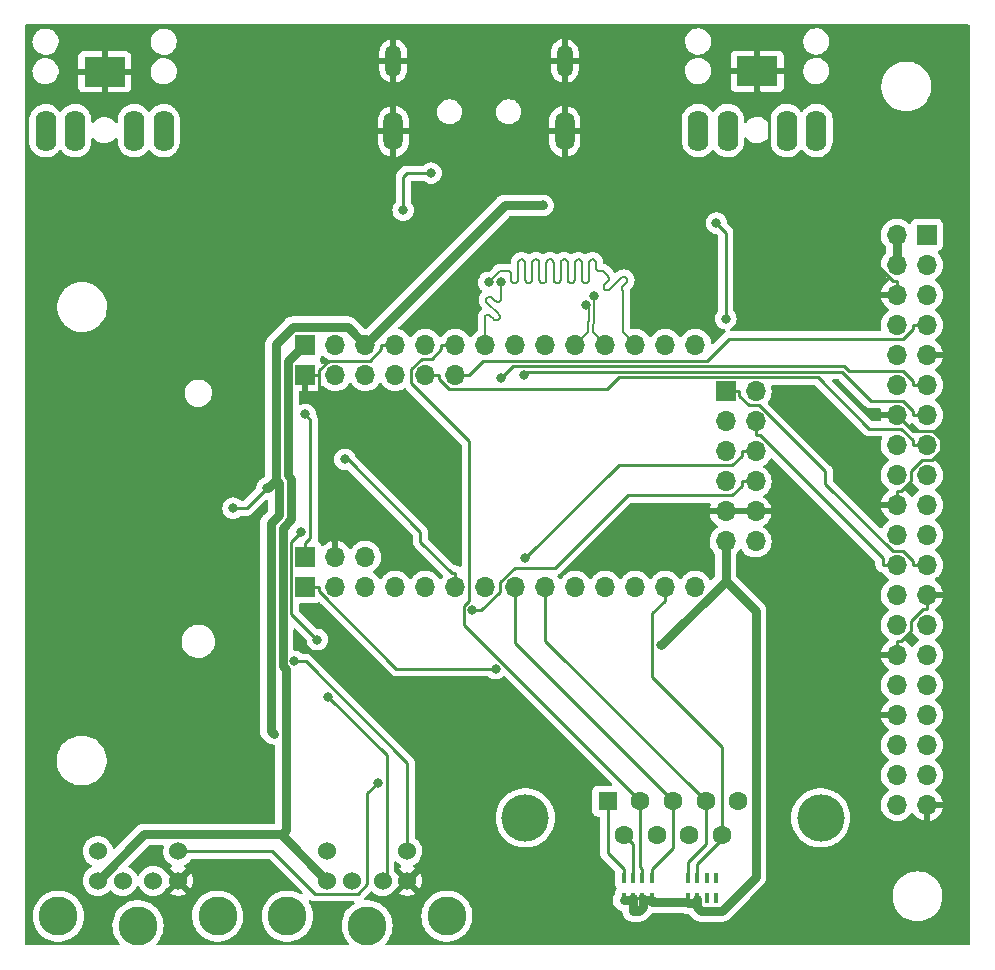
<source format=gbr>
%TF.GenerationSoftware,KiCad,Pcbnew,6.0.2+dfsg-1*%
%TF.CreationDate,2023-04-03T20:21:33+02:00*%
%TF.ProjectId,CYC10 Board,43594331-3020-4426-9f61-72642e6b6963,rev?*%
%TF.SameCoordinates,Original*%
%TF.FileFunction,Copper,L2,Bot*%
%TF.FilePolarity,Positive*%
%FSLAX46Y46*%
G04 Gerber Fmt 4.6, Leading zero omitted, Abs format (unit mm)*
G04 Created by KiCad (PCBNEW 6.0.2+dfsg-1) date 2023-04-03 20:21:33*
%MOMM*%
%LPD*%
G01*
G04 APERTURE LIST*
%TA.AperFunction,ComponentPad*%
%ADD10O,1.350000X2.700000*%
%TD*%
%TA.AperFunction,ComponentPad*%
%ADD11O,1.650000X3.300000*%
%TD*%
%TA.AperFunction,ComponentPad*%
%ADD12R,3.500000X2.500000*%
%TD*%
%TA.AperFunction,ComponentPad*%
%ADD13O,1.750000X3.500000*%
%TD*%
%TA.AperFunction,ComponentPad*%
%ADD14R,1.700000X1.700000*%
%TD*%
%TA.AperFunction,ComponentPad*%
%ADD15O,1.700000X1.700000*%
%TD*%
%TA.AperFunction,ComponentPad*%
%ADD16C,1.524000*%
%TD*%
%TA.AperFunction,ComponentPad*%
%ADD17C,3.300000*%
%TD*%
%TA.AperFunction,ComponentPad*%
%ADD18C,4.000000*%
%TD*%
%TA.AperFunction,ComponentPad*%
%ADD19R,1.600000X1.600000*%
%TD*%
%TA.AperFunction,ComponentPad*%
%ADD20C,1.600000*%
%TD*%
%TA.AperFunction,SMDPad,CuDef*%
%ADD21R,0.425000X0.900000*%
%TD*%
%TA.AperFunction,ViaPad*%
%ADD22C,0.800000*%
%TD*%
%TA.AperFunction,Conductor*%
%ADD23C,0.250000*%
%TD*%
%TA.AperFunction,Conductor*%
%ADD24C,0.800000*%
%TD*%
%TA.AperFunction,Conductor*%
%ADD25C,0.424800*%
%TD*%
%TA.AperFunction,Conductor*%
%ADD26C,0.200000*%
%TD*%
G04 APERTURE END LIST*
D10*
%TO.P,J8,SH*%
%TO.N,GND*%
X63439900Y-23090700D03*
D11*
X63439900Y-29050700D03*
D10*
X48939900Y-23090700D03*
D11*
X48939900Y-29050700D03*
%TD*%
D12*
%TO.P,J12,1*%
%TO.N,GND*%
X24488200Y-23997100D03*
D13*
%TO.P,J12,2*%
%TO.N,Net-(C18-Pad2)*%
X19488200Y-29003100D03*
%TO.P,J12,3*%
%TO.N,Net-(C19-Pad2)*%
X29488200Y-29003100D03*
%TO.P,J12,10*%
%TO.N,Net-(J12-Pad10)*%
X21988200Y-29003100D03*
%TO.P,J12,11*%
%TO.N,Net-(J12-Pad11)*%
X26988200Y-29003100D03*
%TD*%
D12*
%TO.P,J11,1*%
%TO.N,GND*%
X79745800Y-23976700D03*
D13*
%TO.P,J11,2*%
%TO.N,Net-(J11-Pad2)*%
X74745800Y-28982700D03*
%TO.P,J11,3*%
%TO.N,Net-(J11-Pad3)*%
X84745800Y-28982700D03*
%TO.P,J11,10*%
%TO.N,Net-(J11-Pad10)*%
X77245800Y-28982700D03*
%TO.P,J11,11*%
%TO.N,Net-(J11-Pad11)*%
X82245800Y-28982700D03*
%TD*%
D14*
%TO.P,J2,1*%
%TO.N,T12_LEFT*%
X41473200Y-65077300D03*
D15*
%TO.P,J2,2*%
%TO.N,GND*%
X44013200Y-65077300D03*
%TO.P,J2,3*%
%TO.N,R11_RIGHT*%
X46553200Y-65077300D03*
%TD*%
D14*
%TO.P,J4,1*%
%TO.N,+5V*%
X41483300Y-47127000D03*
D15*
%TO.P,J4,2*%
%TO.N,VIN*%
X44023300Y-47127000D03*
%TO.P,J4,3*%
%TO.N,+3.3V*%
X46563300Y-47127000D03*
%TO.P,J4,4*%
%TO.N,GND*%
X49103300Y-47127000D03*
%TO.P,J4,5*%
%TO.N,RESET*%
X51643300Y-47127000D03*
%TO.P,J4,6*%
%TO.N,R1_JOY_DOWN*%
X54183300Y-47127000D03*
%TO.P,J4,7*%
%TO.N,TMDS_0_N*%
X56723300Y-47127000D03*
%TO.P,J4,8*%
%TO.N,L2_KCLK*%
X59263300Y-47127000D03*
%TO.P,J4,9*%
%TO.N,K2_KDAT*%
X61803300Y-47127000D03*
%TO.P,J4,10*%
%TO.N,TMDS_1_P*%
X64343300Y-47127000D03*
%TO.P,J4,11*%
%TO.N,TMDS_1_N*%
X66883300Y-47127000D03*
%TO.P,J4,12*%
%TO.N,TMDS_0_P*%
X69423300Y-47127000D03*
%TO.P,J4,13*%
%TO.N,TMDS_2_N*%
X71963300Y-47127000D03*
%TO.P,J4,14*%
%TO.N,TMDS_2_P*%
X74503300Y-47127000D03*
%TD*%
D14*
%TO.P,J3,1*%
%TO.N,GND*%
X41483300Y-49667000D03*
D15*
%TO.P,J3,2*%
%TO.N,Net-(J3-Pad2)*%
X44023300Y-49667000D03*
%TO.P,J3,3*%
%TO.N,TCK*%
X46563300Y-49667000D03*
%TO.P,J3,4*%
%TO.N,TDO*%
X49103300Y-49667000D03*
%TO.P,J3,5*%
%TO.N,TDI*%
X51643300Y-49667000D03*
%TO.P,J3,6*%
%TO.N,TMS*%
X54183300Y-49667000D03*
%TD*%
D14*
%TO.P,J5,1*%
%TO.N,F13_PI_CLK*%
X77068700Y-51065300D03*
D15*
%TO.P,J5,2*%
%TO.N,F15_PI_MISO*%
X77068700Y-53605300D03*
%TO.P,J5,3*%
%TO.N,F16_PI_MOSI*%
X77068700Y-56145300D03*
%TO.P,J5,4*%
%TO.N,D16_PI_RX*%
X77068700Y-58685300D03*
%TO.P,J5,5*%
%TO.N,GND*%
X77068700Y-61225300D03*
%TO.P,J5,6*%
%TO.N,+3.3V*%
X77068700Y-63765300D03*
%TO.P,J5,7*%
%TO.N,D15_PI_TX*%
X79608700Y-51065300D03*
%TO.P,J5,8*%
%TO.N,C15_PI_CS*%
X79608700Y-53605300D03*
%TO.P,J5,9*%
%TO.N,B16_MDAT*%
X79608700Y-56145300D03*
%TO.P,J5,10*%
%TO.N,C16_MCLK*%
X79608700Y-58685300D03*
%TO.P,J5,11*%
%TO.N,GND*%
X79608700Y-61225300D03*
%TO.P,J5,12*%
%TO.N,+3.3V*%
X79608700Y-63765300D03*
%TD*%
D14*
%TO.P,J1,1*%
%TO.N,EAR*%
X41473200Y-67617300D03*
D15*
%TO.P,J1,2*%
%TO.N,R12_SD_CS*%
X44013200Y-67617300D03*
%TO.P,J1,3*%
%TO.N,T13_SD_CLK*%
X46553200Y-67617300D03*
%TO.P,J1,4*%
%TO.N,R13_SD_MISO*%
X49093200Y-67617300D03*
%TO.P,J1,5*%
%TO.N,T14_SD_MOSI*%
X51633200Y-67617300D03*
%TO.P,J1,6*%
%TO.N,P14_SD_DATA1*%
X54173200Y-67617300D03*
%TO.P,J1,7*%
%TO.N,R14_SD_DATA2*%
X56713200Y-67617300D03*
%TO.P,J1,8*%
%TO.N,T15_JOY_LEFT*%
X59253200Y-67617300D03*
%TO.P,J1,9*%
%TO.N,N16_JOY_RIGHT*%
X61793200Y-67617300D03*
%TO.P,J1,10*%
%TO.N,TMDSC_P*%
X64333200Y-67617300D03*
%TO.P,J1,11*%
%TO.N,TMDSC_N*%
X66873200Y-67617300D03*
%TO.P,J1,12*%
%TO.N,K15_JOY_FIRE1*%
X69413200Y-67617300D03*
%TO.P,J1,13*%
%TO.N,K16_JOY_FIRE2*%
X71953200Y-67617300D03*
%TO.P,J1,14*%
%TO.N,J14_JOY_UP*%
X74493200Y-67617300D03*
%TD*%
D16*
%TO.P,J9,1*%
%TO.N,Net-(D1-Pad3)*%
X48020800Y-92495000D03*
%TO.P,J9,2*%
%TO.N,Net-(J9-Pad2)*%
X45420800Y-92495000D03*
%TO.P,J9,3*%
%TO.N,GND*%
X50120800Y-92495000D03*
%TO.P,J9,4*%
%TO.N,+5V*%
X43320800Y-92495000D03*
%TO.P,J9,5*%
%TO.N,Net-(D3-Pad3)*%
X50120800Y-89995000D03*
%TO.P,J9,6*%
%TO.N,Net-(J9-Pad6)*%
X43320800Y-89995000D03*
D17*
%TO.P,J9,7*%
%TO.N,N/C*%
X46720800Y-96295000D03*
X53470800Y-95495000D03*
X39970800Y-95495000D03*
%TD*%
D16*
%TO.P,J10,1*%
%TO.N,Net-(D4-Pad3)*%
X28620800Y-92495000D03*
%TO.P,J10,2*%
%TO.N,Net-(J10-Pad2)*%
X26020800Y-92495000D03*
%TO.P,J10,3*%
%TO.N,GND*%
X30720800Y-92495000D03*
%TO.P,J10,4*%
%TO.N,+5V*%
X23920800Y-92495000D03*
%TO.P,J10,5*%
%TO.N,Net-(D2-Pad3)*%
X30720800Y-89995000D03*
%TO.P,J10,6*%
%TO.N,Net-(J10-Pad6)*%
X23920800Y-89995000D03*
D17*
%TO.P,J10,7*%
%TO.N,N/C*%
X27320800Y-96295000D03*
X34070800Y-95495000D03*
X20570800Y-95495000D03*
%TD*%
D14*
%TO.P,J13,1*%
%TO.N,Net-(J13-Pad1)*%
X94107000Y-37815500D03*
D15*
%TO.P,J13,2*%
%TO.N,+5V*%
X91567000Y-37815500D03*
%TO.P,J13,3*%
%TO.N,Net-(J13-Pad3)*%
X94107000Y-40355500D03*
%TO.P,J13,4*%
%TO.N,+5V*%
X91567000Y-40355500D03*
%TO.P,J13,5*%
%TO.N,Net-(J13-Pad5)*%
X94107000Y-42895500D03*
%TO.P,J13,6*%
%TO.N,GND*%
X91567000Y-42895500D03*
%TO.P,J13,7*%
%TO.N,TMS*%
X94107000Y-45435500D03*
%TO.P,J13,8*%
%TO.N,D16_PI_RX*%
X91567000Y-45435500D03*
%TO.P,J13,9*%
%TO.N,GND*%
X94107000Y-47975500D03*
%TO.P,J13,10*%
%TO.N,D15_PI_TX*%
X91567000Y-47975500D03*
%TO.P,J13,11*%
%TO.N,TCK*%
X94107000Y-50515500D03*
%TO.P,J13,12*%
%TO.N,Net-(J13-Pad12)*%
X91567000Y-50515500D03*
%TO.P,J13,13*%
%TO.N,TDO*%
X94107000Y-53055500D03*
%TO.P,J13,14*%
%TO.N,GND*%
X91567000Y-53055500D03*
%TO.P,J13,15*%
%TO.N,TDI*%
X94107000Y-55595500D03*
%TO.P,J13,16*%
%TO.N,Net-(J13-Pad16)*%
X91567000Y-55595500D03*
%TO.P,J13,17*%
%TO.N,Net-(J13-Pad17)*%
X94107000Y-58135500D03*
%TO.P,J13,18*%
%TO.N,Net-(J13-Pad18)*%
X91567000Y-58135500D03*
%TO.P,J13,19*%
%TO.N,F16_PI_MOSI*%
X94107000Y-60675500D03*
%TO.P,J13,20*%
%TO.N,GND*%
X91567000Y-60675500D03*
%TO.P,J13,21*%
%TO.N,F15_PI_MISO*%
X94107000Y-63215500D03*
%TO.P,J13,22*%
%TO.N,Net-(J13-Pad22)*%
X91567000Y-63215500D03*
%TO.P,J13,23*%
%TO.N,F13_PI_CLK*%
X94107000Y-65755500D03*
%TO.P,J13,24*%
%TO.N,C15_PI_CS*%
X91567000Y-65755500D03*
%TO.P,J13,25*%
%TO.N,GND*%
X94107000Y-68295500D03*
%TO.P,J13,26*%
%TO.N,Net-(J13-Pad26)*%
X91567000Y-68295500D03*
%TO.P,J13,27*%
%TO.N,Net-(J13-Pad27)*%
X94107000Y-70835500D03*
%TO.P,J13,28*%
%TO.N,Net-(J13-Pad28)*%
X91567000Y-70835500D03*
%TO.P,J13,29*%
%TO.N,Net-(J13-Pad29)*%
X94107000Y-73375500D03*
%TO.P,J13,30*%
%TO.N,GND*%
X91567000Y-73375500D03*
%TO.P,J13,31*%
%TO.N,Net-(J13-Pad31)*%
X94107000Y-75915500D03*
%TO.P,J13,32*%
%TO.N,Net-(J13-Pad32)*%
X91567000Y-75915500D03*
%TO.P,J13,33*%
%TO.N,Net-(J13-Pad33)*%
X94107000Y-78455500D03*
%TO.P,J13,34*%
%TO.N,GND*%
X91567000Y-78455500D03*
%TO.P,J13,35*%
%TO.N,Net-(J13-Pad35)*%
X94107000Y-80995500D03*
%TO.P,J13,36*%
%TO.N,Net-(J13-Pad36)*%
X91567000Y-80995500D03*
%TO.P,J13,37*%
%TO.N,Net-(J13-Pad37)*%
X94107000Y-83535500D03*
%TO.P,J13,38*%
%TO.N,Net-(J13-Pad38)*%
X91567000Y-83535500D03*
%TO.P,J13,39*%
%TO.N,GND*%
X94107000Y-86075500D03*
%TO.P,J13,40*%
%TO.N,Net-(J13-Pad40)*%
X91567000Y-86075500D03*
%TD*%
D18*
%TO.P,J6,0*%
%TO.N,N/C*%
X60111200Y-87175500D03*
X85111200Y-87175500D03*
D19*
%TO.P,J6,1*%
%TO.N,J14_JOY_UP*%
X67071200Y-85755500D03*
D20*
%TO.P,J6,2*%
%TO.N,R1_JOY_DOWN*%
X69841200Y-85755500D03*
%TO.P,J6,3*%
%TO.N,T15_JOY_LEFT*%
X72611200Y-85755500D03*
%TO.P,J6,4*%
%TO.N,N16_JOY_RIGHT*%
X75381200Y-85755500D03*
%TO.P,J6,5*%
%TO.N,+5V*%
X78151200Y-85755500D03*
%TO.P,J6,6*%
%TO.N,K15_JOY_FIRE1*%
X68456200Y-88595500D03*
%TO.P,J6,7*%
%TO.N,Net-(J6-Pad7)*%
X71226200Y-88595500D03*
%TO.P,J6,8*%
%TO.N,GND*%
X73996200Y-88595500D03*
%TO.P,J6,9*%
%TO.N,K16_JOY_FIRE2*%
X76766200Y-88595500D03*
%TD*%
D21*
%TO.P,RN3,1*%
%TO.N,N16_JOY_RIGHT*%
X73872200Y-92301600D03*
%TO.P,RN3,2*%
%TO.N,K16_JOY_FIRE2*%
X74672200Y-92301600D03*
%TO.P,RN3,3*%
%TO.N,Net-(RN3-Pad3)*%
X75472200Y-92301600D03*
%TO.P,RN3,4*%
%TO.N,Net-(RN3-Pad4)*%
X76272200Y-92301600D03*
%TO.P,RN3,5*%
%TO.N,Net-(RN3-Pad5)*%
X76272200Y-94001600D03*
%TO.P,RN3,6*%
%TO.N,Net-(RN3-Pad6)*%
X75472200Y-94001600D03*
%TO.P,RN3,7*%
%TO.N,+3.3V*%
X74672200Y-94001600D03*
%TO.P,RN3,8*%
X73872200Y-94001600D03*
%TD*%
%TO.P,RN2,1*%
%TO.N,J14_JOY_UP*%
X68431500Y-92301600D03*
%TO.P,RN2,2*%
%TO.N,K15_JOY_FIRE1*%
X69231500Y-92301600D03*
%TO.P,RN2,3*%
%TO.N,R1_JOY_DOWN*%
X70031500Y-92301600D03*
%TO.P,RN2,4*%
%TO.N,T15_JOY_LEFT*%
X70831500Y-92301600D03*
%TO.P,RN2,5*%
%TO.N,+3.3V*%
X70831500Y-94001600D03*
%TO.P,RN2,6*%
X70031500Y-94001600D03*
%TO.P,RN2,7*%
X69231500Y-94001600D03*
%TO.P,RN2,8*%
X68431500Y-94001600D03*
%TD*%
D22*
%TO.N,TDO*%
X59956700Y-49667400D03*
%TO.N,TCK*%
X58083000Y-49894500D03*
%TO.N,+3.3V*%
X71615800Y-72555300D03*
X35369300Y-60958600D03*
X38815200Y-80052800D03*
X61614500Y-35326700D03*
X38246100Y-59245500D03*
%TO.N,R14_SD_DATA2*%
X41134300Y-63000700D03*
X42500400Y-72091400D03*
%TO.N,P14_SD_DATA1*%
X44835900Y-56817000D03*
%TO.N,TMDS_0_P*%
X57008500Y-41833800D03*
%TO.N,TMDS_1_N*%
X65949000Y-42989100D03*
%TO.N,TMDS_1_P*%
X65206500Y-43731600D03*
%TO.N,TMDS_0_N*%
X58058500Y-41833800D03*
%TO.N,Net-(J8-Pad3)*%
X49763700Y-35722600D03*
X52133500Y-32585700D03*
%TO.N,Net-(D1-Pad3)*%
X43417300Y-76945200D03*
%TO.N,Net-(D2-Pad3)*%
X47634700Y-84194600D03*
%TO.N,Net-(D3-Pad3)*%
X40557900Y-73934500D03*
%TO.N,B16_MDAT*%
X60113700Y-65207100D03*
%TO.N,C16_MCLK*%
X55633500Y-69601700D03*
%TO.N,T12_LEFT*%
X41464600Y-53013400D03*
%TO.N,EAR*%
X76282400Y-36813800D03*
X57589800Y-74538300D03*
X77091600Y-44916000D03*
%TD*%
D23*
%TO.N,GND*%
X95315300Y-56077900D02*
X95315300Y-55091700D01*
X47928000Y-47127000D02*
X47928000Y-47494400D01*
X93676000Y-56865500D02*
X94527700Y-56865500D01*
X92742300Y-71392300D02*
X91934400Y-72200200D01*
X43466500Y-48491700D02*
X42658600Y-49299600D01*
X93739600Y-69470800D02*
X92742300Y-70468100D01*
X63439900Y-29050700D02*
X63439900Y-23090700D01*
X42648100Y-49667000D02*
X42648100Y-62536900D01*
X80744000Y-26550200D02*
X80744000Y-31264500D01*
X92742300Y-57799200D02*
X93676000Y-56865500D01*
X49103300Y-47127000D02*
X47928000Y-47127000D01*
X80744000Y-31264500D02*
X91199700Y-41720200D01*
X91567000Y-60675500D02*
X91567000Y-59500200D01*
X91567000Y-41720200D02*
X91567000Y-42895500D01*
X44013200Y-63902000D02*
X44013200Y-65077300D01*
X91567000Y-72200200D02*
X91567000Y-73375500D01*
X95315300Y-55091700D02*
X94643700Y-54420100D01*
X91934400Y-59500200D02*
X92742300Y-58692300D01*
X48939900Y-29050700D02*
X48939900Y-23090700D01*
X42658600Y-49299600D02*
X42658600Y-49667000D01*
X79745800Y-23976700D02*
X79745800Y-25552000D01*
X91934400Y-72200200D02*
X91567000Y-72200200D01*
X79745800Y-25552000D02*
X80744000Y-26550200D01*
X91199700Y-41720200D02*
X91567000Y-41720200D01*
X92742300Y-70468100D02*
X92742300Y-71392300D01*
X94107000Y-68295500D02*
X94107000Y-69470800D01*
X92931600Y-54420100D02*
X91567000Y-53055500D01*
X94643700Y-54420100D02*
X92931600Y-54420100D01*
X42658600Y-49667000D02*
X42648100Y-49667000D01*
X91567000Y-59500200D02*
X91934400Y-59500200D01*
X42648100Y-62536900D02*
X44013200Y-63902000D01*
X47928000Y-47494400D02*
X46930700Y-48491700D01*
X94527700Y-56865500D02*
X95315300Y-56077900D01*
X42648100Y-49667000D02*
X41483300Y-49667000D01*
X92742300Y-58692300D02*
X92742300Y-57799200D01*
X46930700Y-48491700D02*
X43466500Y-48491700D01*
X94107000Y-69470800D02*
X93739600Y-69470800D01*
%TO.N,TMS*%
X75453600Y-48491700D02*
X77334500Y-46610800D01*
X77334500Y-46610800D02*
X92123800Y-46610800D01*
X92123800Y-46610800D02*
X92931700Y-45802900D01*
X92931700Y-45435500D02*
X94107000Y-45435500D01*
X56533900Y-48491700D02*
X75453600Y-48491700D01*
X54183300Y-49667000D02*
X55358600Y-49667000D01*
X55358600Y-49667000D02*
X56533900Y-48491700D01*
X92931700Y-45802900D02*
X92931700Y-45435500D01*
%TO.N,TDI*%
X67015800Y-50882800D02*
X68008600Y-49890000D01*
X91959300Y-54230900D02*
X92931700Y-55203300D01*
X68008600Y-49890000D02*
X84861100Y-49890000D01*
X84861100Y-49890000D02*
X89202000Y-54230900D01*
X89202000Y-54230900D02*
X91959300Y-54230900D01*
X53667100Y-50882800D02*
X67015800Y-50882800D01*
X51643300Y-49667000D02*
X52818600Y-49667000D01*
X92931700Y-55203300D02*
X92931700Y-55595500D01*
X52818600Y-50034300D02*
X53667100Y-50882800D01*
X92931700Y-55595500D02*
X94107000Y-55595500D01*
X52818600Y-49667000D02*
X52818600Y-50034300D01*
%TO.N,TDO*%
X89392500Y-51880200D02*
X86904600Y-49392300D01*
X60231800Y-49392300D02*
X59956700Y-49667400D01*
X94107000Y-53055500D02*
X92931700Y-53055500D01*
X92123800Y-51880200D02*
X89392500Y-51880200D01*
X92931700Y-52688100D02*
X92123800Y-51880200D01*
X86904600Y-49392300D02*
X60231800Y-49392300D01*
X92931700Y-53055500D02*
X92931700Y-52688100D01*
%TO.N,TCK*%
X87091300Y-48942000D02*
X87489500Y-49340200D01*
X92931700Y-50515500D02*
X94107000Y-50515500D01*
X87489500Y-49340200D02*
X92123800Y-49340200D01*
X92931700Y-50148100D02*
X92931700Y-50515500D01*
X59035500Y-48942000D02*
X87091300Y-48942000D01*
X92123800Y-49340200D02*
X92931700Y-50148100D01*
X58083000Y-49894500D02*
X59035500Y-48942000D01*
D24*
%TO.N,+3.3V*%
X38557300Y-62221000D02*
X38557300Y-79794900D01*
D25*
X74659300Y-94014500D02*
X74672200Y-94001600D01*
D24*
X69231500Y-94001600D02*
X69231500Y-95051900D01*
X39246400Y-58831100D02*
X39246400Y-61531900D01*
X70073900Y-94736100D02*
X69758100Y-95051900D01*
X74659300Y-94389200D02*
X74659300Y-94014500D01*
X74659300Y-94389200D02*
X73872200Y-94389200D01*
X77068700Y-67102400D02*
X79600200Y-69633900D01*
X46563300Y-47127000D02*
X58363500Y-35326800D01*
D23*
X70831500Y-94171200D02*
X70831500Y-94292300D01*
X73872200Y-94292300D02*
X73872200Y-94389200D01*
D24*
X38557300Y-79794900D02*
X38815200Y-80052800D01*
D23*
X70831500Y-94001600D02*
X70831500Y-94171200D01*
D24*
X69758100Y-95051900D02*
X69231500Y-95051900D01*
X61614500Y-35326800D02*
X61614500Y-35326700D01*
X70031500Y-94001600D02*
X70073900Y-94044000D01*
D23*
X68431500Y-94146900D02*
X68431500Y-94292300D01*
X70831500Y-94292300D02*
X70831500Y-94340900D01*
X35369300Y-60958600D02*
X36533000Y-60958600D01*
D24*
X46563300Y-47127000D02*
X45067800Y-45631500D01*
D23*
X68431500Y-94001600D02*
X68431500Y-94146900D01*
D24*
X79600200Y-69633900D02*
X79600200Y-92190700D01*
D23*
X73872200Y-94001600D02*
X73872200Y-94292300D01*
D24*
X77068700Y-67102400D02*
X71615800Y-72555300D01*
X74990600Y-95052000D02*
X74659300Y-94720700D01*
X45067800Y-45631500D02*
X40427400Y-45631500D01*
X40427400Y-45631500D02*
X39005700Y-47053200D01*
D23*
X36533000Y-60958600D02*
X38246100Y-59245500D01*
D24*
X38350600Y-59245500D02*
X39005700Y-58590400D01*
X70073900Y-94171200D02*
X70831500Y-94171200D01*
X79600200Y-92190700D02*
X76738900Y-95052000D01*
X38246100Y-59245500D02*
X38350600Y-59245500D01*
X69086200Y-94146900D02*
X69231500Y-94001600D01*
X76738900Y-95052000D02*
X74990600Y-95052000D01*
X39005700Y-47053200D02*
X39005700Y-58590400D01*
X74659300Y-94720700D02*
X74659300Y-94389200D01*
X39005700Y-58590400D02*
X39246400Y-58831100D01*
X70073900Y-94044000D02*
X70073900Y-94171200D01*
X39246400Y-61531900D02*
X38557300Y-62221000D01*
X58363500Y-35326800D02*
X61614500Y-35326800D01*
X73872200Y-94292300D02*
X70831500Y-94292300D01*
X68431500Y-94146900D02*
X69086200Y-94146900D01*
X70073900Y-94171200D02*
X70073900Y-94736100D01*
X77068700Y-63765300D02*
X77068700Y-67102400D01*
%TO.N,+5V*%
X39557600Y-74348800D02*
X39821600Y-74612800D01*
X39557600Y-62635400D02*
X39557600Y-74348800D01*
X43320800Y-92495000D02*
X39408900Y-88583100D01*
X40301600Y-61891400D02*
X39557600Y-62635400D01*
X41404300Y-47127000D02*
X40006000Y-48525300D01*
X91567000Y-40355500D02*
X91567000Y-37815500D01*
X39408900Y-88583100D02*
X27832700Y-88583100D01*
X27832700Y-88583100D02*
X23920800Y-92495000D01*
X40301600Y-58471600D02*
X40301600Y-61891400D01*
X39821600Y-74612800D02*
X39821600Y-88170400D01*
X40006000Y-48525300D02*
X40006000Y-58176000D01*
X39821600Y-88170400D02*
X39408900Y-88583100D01*
X40006000Y-58176000D02*
X40301600Y-58471600D01*
X41483300Y-47127000D02*
X41404300Y-47127000D01*
D23*
%TO.N,J14_JOY_UP*%
X68431500Y-91526300D02*
X68431500Y-92301600D01*
X67071200Y-85755500D02*
X67071200Y-90166000D01*
X67071200Y-90166000D02*
X68431500Y-91526300D01*
%TO.N,K16_JOY_FIRE2*%
X71953200Y-68792600D02*
X70873900Y-69871900D01*
X76766200Y-89002100D02*
X74672200Y-91096100D01*
X71953200Y-67617300D02*
X71953200Y-68792600D01*
X70873900Y-69871900D02*
X70873900Y-75243100D01*
X76766200Y-81135400D02*
X76766200Y-88595500D01*
X76766200Y-88595500D02*
X76766200Y-89002100D01*
X74672200Y-91096100D02*
X74672200Y-92301600D01*
X70873900Y-75243100D02*
X76766200Y-81135400D01*
%TO.N,K15_JOY_FIRE1*%
X69231500Y-89370800D02*
X69231500Y-92301600D01*
X68456200Y-88595500D02*
X69231500Y-89370800D01*
%TO.N,N16_JOY_RIGHT*%
X61793200Y-72167500D02*
X75381200Y-85755500D01*
X75381200Y-85755500D02*
X75381200Y-89376600D01*
X61793200Y-67617300D02*
X61793200Y-72167500D01*
X75381200Y-89376600D02*
X73872200Y-90885600D01*
X73872200Y-90885600D02*
X73872200Y-92301600D01*
%TO.N,T15_JOY_LEFT*%
X70831500Y-91526300D02*
X70831500Y-92301600D01*
X72611200Y-89746600D02*
X70831500Y-91526300D01*
X59253200Y-72397500D02*
X72611200Y-85755500D01*
X59253200Y-67617300D02*
X59253200Y-72397500D01*
X72611200Y-85755500D02*
X72611200Y-89746600D01*
%TO.N,R14_SD_DATA2*%
X40297800Y-63837200D02*
X41134300Y-63000700D01*
X40297800Y-69888800D02*
X40297800Y-63837200D01*
X42500400Y-72091400D02*
X40297800Y-69888800D01*
%TO.N,P14_SD_DATA1*%
X51221600Y-62952500D02*
X45086200Y-56817100D01*
X44835900Y-56817100D02*
X44835900Y-56817000D01*
X54173200Y-66442000D02*
X53879400Y-66442000D01*
X54173200Y-67617300D02*
X54173200Y-66442000D01*
X53879400Y-66442000D02*
X51221600Y-63784200D01*
X45086200Y-56817100D02*
X44835900Y-56817100D01*
X51221600Y-63784200D02*
X51221600Y-62952500D01*
D26*
%TO.N,TMDS_0_P*%
X61904600Y-40120700D02*
X61897100Y-40187400D01*
X67176500Y-41607100D02*
X67191500Y-41541600D01*
X68732200Y-41748500D02*
X68747100Y-41683000D01*
X66162500Y-40774500D02*
X66126800Y-40717600D01*
X59489600Y-41654200D02*
X59467400Y-41717600D01*
X67194400Y-42469100D02*
X67133900Y-42498200D01*
X67246900Y-42427200D02*
X67194400Y-42469100D01*
X64362500Y-40000400D02*
X64326800Y-40057300D01*
X62010000Y-39952900D02*
X61962500Y-40000400D01*
X67176500Y-41408900D02*
X67147400Y-41348400D01*
X61530300Y-41879900D02*
X61466900Y-41857700D01*
X61362500Y-41774500D02*
X61326800Y-41717600D01*
X61889600Y-41654200D02*
X61867400Y-41717600D01*
X61184100Y-39952900D02*
X61127200Y-39917100D01*
X59984100Y-39952900D02*
X59927200Y-39917100D01*
X62327200Y-39917100D02*
X62263800Y-39895000D01*
X65927200Y-39917100D02*
X65863800Y-39895000D01*
X61466900Y-41857700D02*
X61410000Y-41822000D01*
X60997100Y-39887400D02*
X60930300Y-39895000D01*
X61326800Y-41717600D02*
X61304600Y-41654200D01*
X60726800Y-40057300D02*
X60704600Y-40120700D01*
X61063800Y-39895000D02*
X60997100Y-39887400D01*
X59384100Y-41822000D02*
X59327200Y-41857700D01*
X63726800Y-41717600D02*
X63704600Y-41654200D01*
X60697100Y-41587400D02*
X60689600Y-41654200D01*
X66736700Y-42248700D02*
X66736700Y-42181500D01*
X58962500Y-41774500D02*
X58926800Y-41717600D01*
X65384100Y-41822000D02*
X65327200Y-41857700D01*
X60067400Y-40057300D02*
X60031600Y-40000400D01*
X59562500Y-40000400D02*
X59526800Y-40057300D01*
X63631600Y-40000400D02*
X63584100Y-39952900D01*
X66736700Y-42181500D02*
X66751600Y-42116000D01*
X58926800Y-41717600D02*
X58904600Y-41654200D01*
X68336400Y-42196900D02*
X68378300Y-42144400D01*
X68378300Y-46069500D02*
X68378300Y-42568600D01*
X61867400Y-41717600D02*
X61831600Y-41774500D01*
X62066900Y-39917100D02*
X62010000Y-39952900D01*
X65562500Y-40000400D02*
X65526800Y-40057300D01*
X66330300Y-40879900D02*
X66266900Y-40857700D01*
X58897100Y-41187400D02*
X58889600Y-41120700D01*
X63266900Y-39917100D02*
X63210000Y-39952900D01*
X65431600Y-41774500D02*
X65384100Y-41822000D01*
X63463800Y-39895000D02*
X63397100Y-39887400D01*
X62497100Y-40187400D02*
X62489600Y-40120700D01*
X58904600Y-41654200D02*
X58897100Y-41587400D01*
X59130300Y-41879900D02*
X59066900Y-41857700D01*
X66397100Y-40887400D02*
X66330300Y-40879900D01*
X63997100Y-41887400D02*
X63930300Y-41879900D01*
X64297100Y-41587400D02*
X64289600Y-41654200D01*
X61663800Y-41879900D02*
X61597100Y-41887400D01*
X68349900Y-41366200D02*
X68289400Y-41395400D01*
X60089600Y-40120700D02*
X60067400Y-40057300D01*
X60097100Y-40187400D02*
X60089600Y-40120700D01*
X68378300Y-42144400D02*
X68661100Y-41861500D01*
X61831600Y-41774500D02*
X61784100Y-41822000D01*
X66097100Y-40587400D02*
X66097100Y-40187400D01*
X63097100Y-40187400D02*
X63097100Y-41587400D01*
X59263800Y-41879900D02*
X59197100Y-41887400D01*
X61297100Y-40187400D02*
X61289600Y-40120700D01*
X66751600Y-42314200D02*
X66736700Y-42248700D01*
X63397100Y-39887400D02*
X63330300Y-39895000D01*
X62927200Y-41857700D02*
X62863800Y-41879900D01*
X64897100Y-41587400D02*
X64897100Y-40187400D01*
X65504600Y-40120700D02*
X65497100Y-40187400D01*
X62467400Y-40057300D02*
X62431600Y-40000400D01*
X59927200Y-39917100D02*
X59863800Y-39895000D01*
X60631600Y-41774500D02*
X60584100Y-41822000D01*
X61410000Y-41822000D02*
X61362500Y-41774500D01*
X62526800Y-41717600D02*
X62504600Y-41654200D01*
X64184100Y-41822000D02*
X64127200Y-41857700D01*
X64904600Y-41654200D02*
X64897100Y-41587400D01*
X64127200Y-41857700D02*
X64063800Y-41879900D01*
X59010000Y-41822000D02*
X58962500Y-41774500D01*
X66266900Y-40857700D02*
X66210000Y-40822000D01*
X63097100Y-41587400D02*
X63089600Y-41654200D01*
X60527200Y-41857700D02*
X60463800Y-41879900D01*
X62431600Y-40000400D02*
X62384100Y-39952900D01*
X65666900Y-39917100D02*
X65610000Y-39952900D01*
X68415400Y-41351300D02*
X68349900Y-41366200D01*
X61289600Y-40120700D02*
X61267400Y-40057300D01*
X61784100Y-41822000D02*
X61727200Y-41857700D01*
X64897100Y-40187400D02*
X64889600Y-40120700D01*
X62263800Y-39895000D02*
X62197100Y-39887400D01*
X60704600Y-40120700D02*
X60697100Y-40187400D01*
X64889600Y-40120700D02*
X64867400Y-40057300D01*
X62384100Y-39952900D02*
X62327200Y-39917100D01*
X68703000Y-41489800D02*
X68661100Y-41437300D01*
X63104600Y-40120700D02*
X63097100Y-40187400D01*
X58784100Y-40952900D02*
X58727200Y-40917200D01*
X63697100Y-40187400D02*
X63689600Y-40120700D01*
X61962500Y-40000400D02*
X61926800Y-40057300D01*
X69425800Y-47124500D02*
X69425800Y-47117000D01*
X59497100Y-40187400D02*
X59497100Y-41587400D01*
X67529800Y-42144400D02*
X67246900Y-42427200D01*
X60210000Y-41822000D02*
X60162500Y-41774500D01*
X63689600Y-40120700D02*
X63667400Y-40057300D01*
X62197100Y-39887400D02*
X62130300Y-39895000D01*
X66126800Y-40717600D02*
X66104600Y-40654200D01*
X60667400Y-41717600D02*
X60631600Y-41774500D01*
X65610000Y-39952900D02*
X65562500Y-40000400D01*
X68336400Y-42516100D02*
X68307200Y-42455600D01*
X62730300Y-41879900D02*
X62666900Y-41857700D01*
X59666900Y-39917100D02*
X59610000Y-39952900D01*
X61897100Y-41587400D02*
X61889600Y-41654200D01*
X63584100Y-39952900D02*
X63527200Y-39917100D01*
X64304600Y-40120700D02*
X64297100Y-40187400D01*
X59197100Y-41887400D02*
X59130300Y-41879900D01*
X66780800Y-42055500D02*
X66822600Y-42003000D01*
X66697100Y-40887400D02*
X66397100Y-40887400D01*
X60930300Y-39895000D02*
X60866900Y-39917100D01*
X59467400Y-41717600D02*
X59431600Y-41774500D01*
X64597100Y-39887400D02*
X64530300Y-39895000D01*
X64926800Y-41717600D02*
X64904600Y-41654200D01*
X64063800Y-41879900D02*
X63997100Y-41887400D01*
X65130300Y-41879900D02*
X65066900Y-41857700D01*
X68292300Y-42322900D02*
X68307200Y-42257400D01*
X66089600Y-40120700D02*
X66067400Y-40057300D01*
X64466900Y-39917100D02*
X64410000Y-39952900D01*
X63126800Y-40057300D02*
X63104600Y-40120700D01*
X66875200Y-42469100D02*
X66822600Y-42427200D01*
X68747100Y-41683000D02*
X68747100Y-41615800D01*
X60104600Y-41654200D02*
X60097100Y-41587400D01*
X67147400Y-41348400D02*
X67105500Y-41295800D01*
X60397100Y-41887400D02*
X60330300Y-41879900D01*
X66067400Y-40057300D02*
X66031600Y-40000400D01*
X63667400Y-40057300D02*
X63631600Y-40000400D01*
X66822600Y-42003000D02*
X67105500Y-41720100D01*
X60266900Y-41857700D02*
X60210000Y-41822000D01*
X59526800Y-40057300D02*
X59504600Y-40120700D01*
X65263800Y-41879900D02*
X65197100Y-41887400D01*
X62489600Y-40120700D02*
X62467400Y-40057300D01*
X67191500Y-41541600D02*
X67191500Y-41474400D01*
X59066900Y-41857700D02*
X59010000Y-41822000D01*
X68608600Y-41395400D02*
X68548100Y-41366200D01*
X58663800Y-40895000D02*
X58597100Y-40887400D01*
X61597100Y-41887400D02*
X61530300Y-41879900D01*
X65497100Y-41587400D02*
X65489600Y-41654200D01*
X57778700Y-41063700D02*
X57008500Y-41833800D01*
X59327200Y-41857700D02*
X59263800Y-41879900D01*
X59610000Y-39952900D02*
X59562500Y-40000400D01*
X64727200Y-39917100D02*
X64663800Y-39895000D01*
X68307200Y-42455600D02*
X68292300Y-42390100D01*
X65467400Y-41717600D02*
X65431600Y-41774500D01*
X67191500Y-41474400D02*
X67176500Y-41408900D01*
X67133900Y-42498200D02*
X67068400Y-42513200D01*
X62130300Y-39895000D02*
X62066900Y-39917100D01*
X65526800Y-40057300D02*
X65504600Y-40120700D01*
X60697100Y-40187400D02*
X60697100Y-41587400D01*
X66210000Y-40822000D02*
X66162500Y-40774500D01*
X61926800Y-40057300D02*
X61904600Y-40120700D01*
X64867400Y-40057300D02*
X64831600Y-40000400D01*
X65863800Y-39895000D02*
X65797100Y-39887400D01*
X65197100Y-41887400D02*
X65130300Y-41879900D01*
X68747100Y-41615800D02*
X68732200Y-41550300D01*
X64663800Y-39895000D02*
X64597100Y-39887400D01*
X68292300Y-42390100D02*
X68292300Y-42322900D01*
X63089600Y-41654200D02*
X63067400Y-41717600D01*
X69425800Y-47117000D02*
X68378300Y-46069500D01*
X58727200Y-40917200D02*
X58663800Y-40895000D01*
X58889600Y-41120700D02*
X58867400Y-41057300D01*
X68661100Y-41861500D02*
X68703000Y-41809000D01*
X67105500Y-41720100D02*
X67147400Y-41667600D01*
X62984100Y-41822000D02*
X62927200Y-41857700D01*
X68703000Y-41809000D02*
X68732200Y-41748500D01*
X58597100Y-40887400D02*
X57954900Y-40887400D01*
X68289400Y-41395400D02*
X68236900Y-41437300D01*
X64231600Y-41774500D02*
X64184100Y-41822000D01*
X62562500Y-41774500D02*
X62526800Y-41717600D01*
X59730300Y-39895000D02*
X59666900Y-39917100D01*
X66751600Y-42116000D02*
X66780800Y-42055500D01*
X60126800Y-41717600D02*
X60104600Y-41654200D01*
X59863800Y-39895000D02*
X59797100Y-39887400D01*
X66780800Y-42374700D02*
X66751600Y-42314200D01*
X66104600Y-40654200D02*
X66097100Y-40587400D01*
X62610000Y-41822000D02*
X62562500Y-41774500D01*
X61297100Y-41587400D02*
X61297100Y-40187400D01*
X64962500Y-41774500D02*
X64926800Y-41717600D01*
X64267400Y-41717600D02*
X64231600Y-41774500D01*
X60162500Y-41774500D02*
X60126800Y-41717600D01*
X60810000Y-39952900D02*
X60762500Y-40000400D01*
X67068400Y-42513200D02*
X67001200Y-42513200D01*
X61304600Y-41654200D02*
X61297100Y-41587400D01*
X65497100Y-40187400D02*
X65497100Y-41587400D01*
X61897100Y-40187400D02*
X61897100Y-41587400D01*
X66031600Y-40000400D02*
X65984100Y-39952900D01*
X58867400Y-41057300D02*
X58831600Y-41000400D01*
X61267400Y-40057300D02*
X61231600Y-40000400D01*
X69423300Y-47127000D02*
X69425800Y-47124500D01*
X60866900Y-39917100D02*
X60810000Y-39952900D01*
X64784100Y-39952900D02*
X64727200Y-39917100D01*
X64297100Y-40187400D02*
X64297100Y-41587400D01*
X65327200Y-41857700D02*
X65263800Y-41879900D01*
X66097100Y-40187400D02*
X66089600Y-40120700D01*
X59797100Y-39887400D02*
X59730300Y-39895000D01*
X68548100Y-41366200D02*
X68482600Y-41351300D01*
X61127200Y-39917100D02*
X61063800Y-39895000D01*
X65010000Y-41822000D02*
X64962500Y-41774500D01*
X65730300Y-39895000D02*
X65666900Y-39917100D01*
X59497100Y-41587400D02*
X59489600Y-41654200D01*
X64831600Y-40000400D02*
X64784100Y-39952900D01*
X60330300Y-41879900D02*
X60266900Y-41857700D01*
X60463800Y-41879900D02*
X60397100Y-41887400D01*
X59504600Y-40120700D02*
X59497100Y-40187400D01*
X63067400Y-41717600D02*
X63031600Y-41774500D01*
X57954900Y-40887400D02*
X57778700Y-41063700D01*
X63810000Y-41822000D02*
X63762500Y-41774500D01*
X65984100Y-39952900D02*
X65927200Y-39917100D01*
X60584100Y-41822000D02*
X60527200Y-41857700D01*
X60689600Y-41654200D02*
X60667400Y-41717600D01*
X59431600Y-41774500D02*
X59384100Y-41822000D01*
X65066900Y-41857700D02*
X65010000Y-41822000D01*
X64289600Y-41654200D02*
X64267400Y-41717600D01*
X58897100Y-41587400D02*
X58897100Y-41187400D01*
X63866900Y-41857700D02*
X63810000Y-41822000D01*
X64326800Y-40057300D02*
X64304600Y-40120700D01*
X63031600Y-41774500D02*
X62984100Y-41822000D01*
X64530300Y-39895000D02*
X64466900Y-39917100D01*
X64410000Y-39952900D02*
X64362500Y-40000400D01*
X61727200Y-41857700D02*
X61663800Y-41879900D01*
X60097100Y-41587400D02*
X60097100Y-40187400D01*
X63210000Y-39952900D02*
X63162500Y-40000400D01*
X65489600Y-41654200D02*
X65467400Y-41717600D01*
X60031600Y-40000400D02*
X59984100Y-39952900D01*
X62666900Y-41857700D02*
X62610000Y-41822000D01*
X63697100Y-41587400D02*
X63697100Y-40187400D01*
X62504600Y-41654200D02*
X62497100Y-41587400D01*
X63704600Y-41654200D02*
X63697100Y-41587400D01*
X66822600Y-42427200D02*
X66780800Y-42374700D01*
X68236900Y-41437300D02*
X67529800Y-42144400D01*
X63330300Y-39895000D02*
X63266900Y-39917100D01*
X66935700Y-42498200D02*
X66875200Y-42469100D01*
X67105500Y-41295800D02*
X66697100Y-40887400D01*
X67001200Y-42513200D02*
X66935700Y-42498200D01*
X62797100Y-41887400D02*
X62730300Y-41879900D01*
X61231600Y-40000400D02*
X61184100Y-39952900D01*
X68732200Y-41550300D02*
X68703000Y-41489800D01*
X60762500Y-40000400D02*
X60726800Y-40057300D01*
X63762500Y-41774500D02*
X63726800Y-41717600D01*
X62497100Y-41587400D02*
X62497100Y-40187400D01*
X63930300Y-41879900D02*
X63866900Y-41857700D01*
X65797100Y-39887400D02*
X65730300Y-39895000D01*
X68378300Y-42568600D02*
X68336400Y-42516100D01*
X67147400Y-41667600D02*
X67176500Y-41607100D01*
X63162500Y-40000400D02*
X63126800Y-40057300D01*
X68307200Y-42257400D02*
X68336400Y-42196900D01*
X62863800Y-41879900D02*
X62797100Y-41887400D01*
X58831600Y-41000400D02*
X58784100Y-40952900D01*
X68482600Y-41351300D02*
X68415400Y-41351300D01*
X63527200Y-39917100D02*
X63463800Y-39895000D01*
X68661100Y-41437300D02*
X68608600Y-41395400D01*
%TO.N,TMDS_1_N*%
X65838300Y-46082000D02*
X66883300Y-47127000D01*
X65949000Y-45308800D02*
X65838300Y-45419500D01*
X65838300Y-45419500D02*
X65838300Y-46082000D01*
X65949000Y-42989100D02*
X65949000Y-45308800D01*
%TO.N,TMDS_1_P*%
X65388300Y-45233100D02*
X65388300Y-46082000D01*
X65499000Y-45122400D02*
X65388300Y-45233100D01*
X65499000Y-44024000D02*
X65499000Y-45122400D01*
X65206500Y-43731600D02*
X65499000Y-44024000D01*
X65388300Y-46082000D02*
X64343300Y-47127000D01*
%TO.N,TMDS_0_N*%
X57482900Y-45003300D02*
X57543400Y-45032500D01*
X57802100Y-45003300D02*
X57854600Y-44961500D01*
X57883000Y-43476900D02*
X57943500Y-43447700D01*
X57817500Y-43491800D02*
X57883000Y-43476900D01*
X57925700Y-44848400D02*
X57940600Y-44782900D01*
X56977700Y-43052000D02*
X57043200Y-43037000D01*
X57940600Y-44715700D02*
X57925700Y-44650200D01*
X57925700Y-44650200D02*
X57896500Y-44589700D01*
X56969000Y-44592600D02*
X57034500Y-44607600D01*
X57996100Y-43405800D02*
X58058500Y-43343300D01*
X57288900Y-43123000D02*
X57571800Y-43405800D01*
X56723300Y-44678600D02*
X56775800Y-44636700D01*
X56822800Y-43494700D02*
X56793600Y-43434200D01*
X56793600Y-43236000D02*
X56822800Y-43175500D01*
X56723300Y-47127000D02*
X56723300Y-44678600D01*
X57043200Y-43037000D02*
X57110400Y-43037000D01*
X56775800Y-44636700D02*
X56836300Y-44607600D01*
X57624300Y-43447700D02*
X57684800Y-43476900D01*
X57034500Y-44607600D02*
X57095000Y-44636700D01*
X56864700Y-43547200D02*
X56822800Y-43494700D01*
X56917200Y-43081100D02*
X56977700Y-43052000D01*
X56836300Y-44607600D02*
X56901800Y-44592600D01*
X57110400Y-43037000D02*
X57175900Y-43052000D01*
X57750300Y-43491800D02*
X57817500Y-43491800D01*
X57684800Y-43476900D02*
X57750300Y-43491800D01*
X57854600Y-44961500D02*
X57896500Y-44908900D01*
X57571800Y-43405800D02*
X57624300Y-43447700D01*
X57854600Y-44537200D02*
X56864700Y-43547200D01*
X56864700Y-43123000D02*
X56917200Y-43081100D01*
X56901800Y-44592600D02*
X56969000Y-44592600D01*
X57147500Y-44678600D02*
X57430400Y-44961500D01*
X57175900Y-43052000D02*
X57236400Y-43081100D01*
X57430400Y-44961500D02*
X57482900Y-45003300D01*
X57896500Y-44589700D02*
X57854600Y-44537200D01*
X57236400Y-43081100D02*
X57288900Y-43123000D01*
X56822800Y-43175500D02*
X56864700Y-43123000D01*
X57943500Y-43447700D02*
X57996100Y-43405800D01*
X57543400Y-45032500D02*
X57608900Y-45047400D01*
X57741600Y-45032500D02*
X57802100Y-45003300D01*
X57608900Y-45047400D02*
X57676100Y-45047400D01*
X56793600Y-43434200D02*
X56778700Y-43368700D01*
X57676100Y-45047400D02*
X57741600Y-45032500D01*
X57896500Y-44908900D02*
X57925700Y-44848400D01*
X56778700Y-43301500D02*
X56793600Y-43236000D01*
X57940600Y-44782900D02*
X57940600Y-44715700D01*
X56778700Y-43368700D02*
X56778700Y-43301500D01*
X57095000Y-44636700D02*
X57147500Y-44678600D01*
X58058500Y-43343300D02*
X58058500Y-41833800D01*
D23*
%TO.N,R1_JOY_DOWN*%
X50447500Y-50379200D02*
X55359000Y-55290700D01*
X54895100Y-69245700D02*
X54895100Y-70809400D01*
X54895100Y-70809400D02*
X69841200Y-85755500D01*
X70031500Y-91526300D02*
X69841200Y-91336000D01*
X51343400Y-48302300D02*
X50447500Y-49198200D01*
X54183300Y-47127000D02*
X53008000Y-47127000D01*
X70031500Y-92301600D02*
X70031500Y-91526300D01*
X53008000Y-47494400D02*
X52200100Y-48302300D01*
X53008000Y-47127000D02*
X53008000Y-47494400D01*
X52200100Y-48302300D02*
X51343400Y-48302300D01*
X50447500Y-49198200D02*
X50447500Y-50379200D01*
X55359000Y-55290700D02*
X55359000Y-68781800D01*
X69841200Y-91336000D02*
X69841200Y-85755500D01*
X55359000Y-68781800D02*
X54895100Y-69245700D01*
%TO.N,Net-(J8-Pad3)*%
X52133500Y-32585700D02*
X50101500Y-32585700D01*
X49763700Y-32923500D02*
X49763700Y-35722600D01*
X50101500Y-32585700D02*
X49763700Y-32923500D01*
%TO.N,Net-(D1-Pad3)*%
X48020800Y-92495000D02*
X48360000Y-92155800D01*
X48360000Y-92155800D02*
X48360000Y-81887900D01*
X48360000Y-81887900D02*
X43417300Y-76945200D01*
%TO.N,Net-(D2-Pad3)*%
X45946000Y-93585300D02*
X46720800Y-92810500D01*
X42267500Y-93585300D02*
X45946000Y-93585300D01*
X38677200Y-89995000D02*
X42267500Y-93585300D01*
X30720800Y-89995000D02*
X38677200Y-89995000D01*
X46720800Y-92810500D02*
X46720800Y-85108500D01*
X46720800Y-85108500D02*
X47634700Y-84194600D01*
%TO.N,Net-(D3-Pad3)*%
X50120800Y-89995000D02*
X50120800Y-82535900D01*
X41519400Y-73934500D02*
X40557900Y-73934500D01*
X50120800Y-82535900D02*
X41519400Y-73934500D01*
%TO.N,B16_MDAT*%
X78433400Y-56145300D02*
X78433400Y-56512700D01*
X77625500Y-57320600D02*
X68000200Y-57320600D01*
X79608700Y-56145300D02*
X78433400Y-56145300D01*
X68000200Y-57320600D02*
X60113700Y-65207100D01*
X78433400Y-56512700D02*
X77625500Y-57320600D01*
%TO.N,C16_MCLK*%
X78433400Y-59052700D02*
X77625500Y-59860600D01*
X57983200Y-67199400D02*
X57983200Y-68017600D01*
X68779700Y-59860600D02*
X62659800Y-65980500D01*
X56399100Y-69601700D02*
X55633500Y-69601700D01*
X77625500Y-59860600D02*
X68779700Y-59860600D01*
X57983200Y-68017600D02*
X56399100Y-69601700D01*
X78433400Y-58685300D02*
X78433400Y-59052700D01*
X62659800Y-65980500D02*
X59202100Y-65980500D01*
X59202100Y-65980500D02*
X57983200Y-67199400D01*
X79608700Y-58685300D02*
X78433400Y-58685300D01*
%TO.N,T12_LEFT*%
X41905000Y-53453800D02*
X41464600Y-53013400D01*
X41473200Y-63902000D02*
X41905000Y-63470200D01*
X41473200Y-65077300D02*
X41473200Y-63902000D01*
X41905000Y-63470200D02*
X41905000Y-53453800D01*
%TO.N,F13_PI_CLK*%
X77068700Y-51065300D02*
X78244000Y-51065300D01*
X78244000Y-51065300D02*
X78244000Y-51432700D01*
X78244000Y-51432700D02*
X79051900Y-52240600D01*
X79051900Y-52240600D02*
X79908800Y-52240600D01*
X92931700Y-65388100D02*
X92931700Y-65755500D01*
X85512500Y-58881800D02*
X91210900Y-64580200D01*
X92931700Y-65755500D02*
X94107000Y-65755500D01*
X85512500Y-57844300D02*
X85512500Y-58881800D01*
X91210900Y-64580200D02*
X92123800Y-64580200D01*
X79908800Y-52240600D02*
X85512500Y-57844300D01*
X92123800Y-64580200D02*
X92931700Y-65388100D01*
%TO.N,C15_PI_CS*%
X90391700Y-65755500D02*
X91567000Y-65755500D01*
X79608700Y-54780600D02*
X79977500Y-54780600D01*
X90391700Y-65194800D02*
X90391700Y-65755500D01*
X79608700Y-53605300D02*
X79608700Y-54780600D01*
X79977500Y-54780600D02*
X90391700Y-65194800D01*
%TO.N,EAR*%
X42648500Y-67984600D02*
X42648500Y-67617300D01*
X49202200Y-74538300D02*
X42648500Y-67984600D01*
X57589800Y-74538300D02*
X49202200Y-74538300D01*
X77091600Y-37623000D02*
X77091600Y-44916000D01*
X42648500Y-67617300D02*
X41473200Y-67617300D01*
X76282400Y-36813800D02*
X77091600Y-37623000D01*
%TD*%
%TA.AperFunction,Conductor*%
%TO.N,GND*%
G36*
X97690921Y-20012342D02*
G01*
X97737414Y-20065998D01*
X97748800Y-20118340D01*
X97748800Y-97850140D01*
X97728798Y-97918261D01*
X97675142Y-97964754D01*
X97622800Y-97976140D01*
X48395007Y-97976140D01*
X48326886Y-97956138D01*
X48280393Y-97902482D01*
X48270289Y-97832208D01*
X48304523Y-97762455D01*
X48370323Y-97694554D01*
X48373306Y-97691476D01*
X48547541Y-97454285D01*
X48559146Y-97432912D01*
X48685922Y-97199418D01*
X48685923Y-97199416D01*
X48687972Y-97195642D01*
X48792003Y-96920333D01*
X48857707Y-96633453D01*
X48860705Y-96599869D01*
X48883649Y-96342776D01*
X48883649Y-96342774D01*
X48883869Y-96340310D01*
X48884344Y-96295000D01*
X48882800Y-96272344D01*
X48864619Y-96005650D01*
X48864618Y-96005644D01*
X48864327Y-96001373D01*
X48856548Y-95963807D01*
X48823232Y-95802932D01*
X48804645Y-95713180D01*
X48719361Y-95472344D01*
X51307375Y-95472344D01*
X51324316Y-95766164D01*
X51325141Y-95770371D01*
X51325142Y-95770376D01*
X51341518Y-95853843D01*
X51380977Y-96054966D01*
X51382364Y-96059016D01*
X51382365Y-96059021D01*
X51474920Y-96329351D01*
X51476309Y-96333407D01*
X51478236Y-96337238D01*
X51595492Y-96570376D01*
X51608547Y-96596334D01*
X51610973Y-96599863D01*
X51610976Y-96599869D01*
X51650750Y-96657740D01*
X51775245Y-96838881D01*
X51973318Y-97056560D01*
X51976607Y-97059310D01*
X52195809Y-97242592D01*
X52195814Y-97242596D01*
X52199101Y-97245344D01*
X52264851Y-97286589D01*
X52444776Y-97399456D01*
X52444780Y-97399458D01*
X52448416Y-97401739D01*
X52521093Y-97434554D01*
X52712737Y-97521085D01*
X52712741Y-97521087D01*
X52716649Y-97522851D01*
X52720768Y-97524071D01*
X52994724Y-97605221D01*
X52994729Y-97605222D01*
X52998837Y-97606439D01*
X53003071Y-97607087D01*
X53003076Y-97607088D01*
X53285517Y-97650307D01*
X53285519Y-97650307D01*
X53289759Y-97650956D01*
X53439572Y-97653310D01*
X53579740Y-97655512D01*
X53579746Y-97655512D01*
X53584031Y-97655579D01*
X53876208Y-97620222D01*
X54160882Y-97545539D01*
X54432788Y-97432912D01*
X54686892Y-97284425D01*
X54918494Y-97102827D01*
X54966405Y-97053387D01*
X55120323Y-96894554D01*
X55123306Y-96891476D01*
X55297541Y-96654285D01*
X55308852Y-96633453D01*
X55435922Y-96399418D01*
X55435923Y-96399416D01*
X55437972Y-96395642D01*
X55542003Y-96120333D01*
X55573408Y-95983213D01*
X55606749Y-95837637D01*
X55606750Y-95837633D01*
X55607707Y-95833453D01*
X55608808Y-95821126D01*
X55633649Y-95542776D01*
X55633649Y-95542774D01*
X55633869Y-95540310D01*
X55634344Y-95495000D01*
X55632704Y-95470941D01*
X55614619Y-95205650D01*
X55614618Y-95205644D01*
X55614327Y-95201373D01*
X55611506Y-95187748D01*
X55555514Y-94917377D01*
X55554645Y-94913180D01*
X55456403Y-94635753D01*
X55321418Y-94374226D01*
X55305389Y-94351418D01*
X55154656Y-94136948D01*
X55154655Y-94136947D01*
X55152189Y-94133438D01*
X54951848Y-93917844D01*
X54929736Y-93899745D01*
X54837974Y-93824639D01*
X54724100Y-93731435D01*
X54502923Y-93595898D01*
X54476823Y-93579904D01*
X54476822Y-93579904D01*
X54473161Y-93577660D01*
X54454506Y-93569471D01*
X54207602Y-93461087D01*
X54207598Y-93461086D01*
X54203674Y-93459363D01*
X53920626Y-93378735D01*
X53916384Y-93378131D01*
X53916378Y-93378130D01*
X53633505Y-93337871D01*
X53629254Y-93337266D01*
X53474106Y-93336454D01*
X53339236Y-93335747D01*
X53339230Y-93335747D01*
X53334950Y-93335725D01*
X53330706Y-93336284D01*
X53330702Y-93336284D01*
X53233501Y-93349081D01*
X53043160Y-93374140D01*
X53039020Y-93375273D01*
X53039018Y-93375273D01*
X52934295Y-93403922D01*
X52759283Y-93451800D01*
X52755333Y-93453485D01*
X52492514Y-93565586D01*
X52492507Y-93565590D01*
X52488572Y-93567268D01*
X52367188Y-93639915D01*
X52239718Y-93716204D01*
X52239714Y-93716207D01*
X52236036Y-93718408D01*
X52006349Y-93902422D01*
X52003405Y-93905524D01*
X52003401Y-93905528D01*
X51806711Y-94112796D01*
X51803761Y-94115905D01*
X51632020Y-94354908D01*
X51494304Y-94615007D01*
X51492829Y-94619038D01*
X51396774Y-94881521D01*
X51393162Y-94891390D01*
X51330466Y-95178943D01*
X51326941Y-95223727D01*
X51310555Y-95431944D01*
X51307375Y-95472344D01*
X48719361Y-95472344D01*
X48706403Y-95435753D01*
X48602079Y-95233630D01*
X48573383Y-95178033D01*
X48573383Y-95178032D01*
X48571418Y-95174226D01*
X48555389Y-95151418D01*
X48404656Y-94936948D01*
X48404655Y-94936947D01*
X48402189Y-94933438D01*
X48201848Y-94717844D01*
X48179736Y-94699745D01*
X47977418Y-94534151D01*
X47974100Y-94531435D01*
X47723161Y-94377660D01*
X47719225Y-94375932D01*
X47457602Y-94261087D01*
X47457598Y-94261086D01*
X47453674Y-94259363D01*
X47170626Y-94178735D01*
X47166384Y-94178131D01*
X47166378Y-94178130D01*
X46883505Y-94137871D01*
X46879254Y-94137266D01*
X46717924Y-94136421D01*
X46594955Y-94135777D01*
X46526940Y-94115419D01*
X46480729Y-94061520D01*
X46470993Y-93991194D01*
X46500824Y-93926769D01*
X46506520Y-93920684D01*
X46989028Y-93438176D01*
X47051340Y-93404150D01*
X47122155Y-93409215D01*
X47167218Y-93438176D01*
X47201019Y-93471977D01*
X47205527Y-93475134D01*
X47205530Y-93475136D01*
X47241138Y-93500069D01*
X47383123Y-93599488D01*
X47388105Y-93601811D01*
X47388110Y-93601814D01*
X47566088Y-93684806D01*
X47584604Y-93693440D01*
X47589912Y-93694862D01*
X47589914Y-93694863D01*
X47594822Y-93696178D01*
X47799337Y-93750978D01*
X48020800Y-93770353D01*
X48242263Y-93750978D01*
X48446778Y-93696178D01*
X48451686Y-93694863D01*
X48451688Y-93694862D01*
X48456996Y-93693440D01*
X48475512Y-93684806D01*
X48653490Y-93601814D01*
X48653495Y-93601811D01*
X48658477Y-93599488D01*
X48723759Y-93553777D01*
X49426577Y-93553777D01*
X49435874Y-93565793D01*
X49478869Y-93595898D01*
X49488355Y-93601376D01*
X49679793Y-93690645D01*
X49690085Y-93694391D01*
X49894109Y-93749059D01*
X49904904Y-93750962D01*
X50115325Y-93769372D01*
X50126275Y-93769372D01*
X50336696Y-93750962D01*
X50347491Y-93749059D01*
X50551515Y-93694391D01*
X50561807Y-93690645D01*
X50753245Y-93601376D01*
X50762731Y-93595898D01*
X50806564Y-93565207D01*
X50814939Y-93554729D01*
X50807871Y-93541281D01*
X50133612Y-92867022D01*
X50119668Y-92859408D01*
X50117835Y-92859539D01*
X50111220Y-92863790D01*
X49433007Y-93542003D01*
X49426577Y-93553777D01*
X48723759Y-93553777D01*
X48800462Y-93500069D01*
X48836070Y-93475136D01*
X48836073Y-93475134D01*
X48840581Y-93471977D01*
X48997777Y-93314781D01*
X49004700Y-93304895D01*
X49122177Y-93137119D01*
X49136295Y-93120295D01*
X49748778Y-92507812D01*
X49755156Y-92496132D01*
X50485208Y-92496132D01*
X50485339Y-92497965D01*
X50489590Y-92504580D01*
X51167803Y-93182793D01*
X51179577Y-93189223D01*
X51191593Y-93179926D01*
X51221697Y-93136932D01*
X51227177Y-93127441D01*
X51316445Y-92936007D01*
X51320191Y-92925715D01*
X51374859Y-92721691D01*
X51376762Y-92710896D01*
X51395172Y-92500475D01*
X51395172Y-92489525D01*
X51376762Y-92279104D01*
X51374859Y-92268309D01*
X51320191Y-92064285D01*
X51316445Y-92053993D01*
X51227177Y-91862559D01*
X51221697Y-91853068D01*
X51191006Y-91809235D01*
X51180529Y-91800860D01*
X51167082Y-91807928D01*
X50492822Y-92482188D01*
X50485208Y-92496132D01*
X49755156Y-92496132D01*
X49756392Y-92493868D01*
X49756261Y-92492035D01*
X49752010Y-92485420D01*
X49136295Y-91869705D01*
X49122177Y-91852881D01*
X49016287Y-91701654D01*
X48993500Y-91629383D01*
X48993500Y-90968648D01*
X49013502Y-90900527D01*
X49067158Y-90854034D01*
X49137432Y-90843930D01*
X49202012Y-90873424D01*
X49208595Y-90879553D01*
X49301019Y-90971977D01*
X49305527Y-90975134D01*
X49305530Y-90975136D01*
X49322752Y-90987195D01*
X49483123Y-91099488D01*
X49550283Y-91130805D01*
X49550875Y-91131081D01*
X49604160Y-91177998D01*
X49623621Y-91246275D01*
X49603079Y-91314235D01*
X49550875Y-91359471D01*
X49488359Y-91388623D01*
X49478868Y-91394103D01*
X49435035Y-91424794D01*
X49426660Y-91435271D01*
X49433728Y-91448718D01*
X50107988Y-92122978D01*
X50121932Y-92130592D01*
X50123765Y-92130461D01*
X50130380Y-92126210D01*
X50808593Y-91447997D01*
X50815023Y-91436223D01*
X50805726Y-91424207D01*
X50762731Y-91394102D01*
X50753245Y-91388624D01*
X50690726Y-91359471D01*
X50637441Y-91312553D01*
X50617980Y-91244276D01*
X50638522Y-91176316D01*
X50690726Y-91131081D01*
X50753490Y-91101814D01*
X50753495Y-91101811D01*
X50758477Y-91099488D01*
X50918848Y-90987195D01*
X50936070Y-90975136D01*
X50936073Y-90975134D01*
X50940581Y-90971977D01*
X51097777Y-90814781D01*
X51103838Y-90806126D01*
X51222131Y-90637185D01*
X51222132Y-90637183D01*
X51225288Y-90632676D01*
X51227611Y-90627694D01*
X51227614Y-90627689D01*
X51316917Y-90436178D01*
X51316918Y-90436177D01*
X51319240Y-90431196D01*
X51376778Y-90216463D01*
X51396153Y-89995000D01*
X51376778Y-89773537D01*
X51321153Y-89565943D01*
X51320663Y-89564114D01*
X51320662Y-89564112D01*
X51319240Y-89558804D01*
X51305111Y-89528505D01*
X51227614Y-89362311D01*
X51227611Y-89362306D01*
X51225288Y-89357324D01*
X51222131Y-89352815D01*
X51100936Y-89179730D01*
X51100934Y-89179727D01*
X51097777Y-89175219D01*
X50940581Y-89018023D01*
X50936073Y-89014866D01*
X50936070Y-89014864D01*
X50808029Y-88925209D01*
X50763701Y-88869752D01*
X50754300Y-88821996D01*
X50754300Y-87175500D01*
X57597740Y-87175500D01*
X57617559Y-87490520D01*
X57676705Y-87800572D01*
X57774244Y-88100766D01*
X57775931Y-88104352D01*
X57775933Y-88104356D01*
X57906950Y-88382783D01*
X57906954Y-88382790D01*
X57908638Y-88386369D01*
X58077768Y-88652875D01*
X58080293Y-88655927D01*
X58272748Y-88888564D01*
X58278967Y-88896082D01*
X58509060Y-89112154D01*
X58764421Y-89297684D01*
X58767890Y-89299591D01*
X58767893Y-89299593D01*
X59030016Y-89443697D01*
X59041021Y-89449747D01*
X59044690Y-89451200D01*
X59044695Y-89451202D01*
X59303884Y-89553822D01*
X59334498Y-89565943D01*
X59640225Y-89644440D01*
X59953379Y-89684000D01*
X60269021Y-89684000D01*
X60582175Y-89644440D01*
X60887902Y-89565943D01*
X60918516Y-89553822D01*
X61177705Y-89451202D01*
X61177710Y-89451200D01*
X61181379Y-89449747D01*
X61192384Y-89443697D01*
X61454507Y-89299593D01*
X61454510Y-89299591D01*
X61457979Y-89297684D01*
X61713340Y-89112154D01*
X61943433Y-88896082D01*
X61949653Y-88888564D01*
X62142107Y-88655927D01*
X62144632Y-88652875D01*
X62313762Y-88386369D01*
X62315446Y-88382790D01*
X62315450Y-88382783D01*
X62446467Y-88104356D01*
X62446469Y-88104352D01*
X62448156Y-88100766D01*
X62545695Y-87800572D01*
X62604841Y-87490520D01*
X62624660Y-87175500D01*
X62604841Y-86860480D01*
X62545695Y-86550428D01*
X62453024Y-86265215D01*
X62449382Y-86254007D01*
X62449382Y-86254006D01*
X62448156Y-86250234D01*
X62446467Y-86246644D01*
X62315450Y-85968217D01*
X62315446Y-85968210D01*
X62313762Y-85964631D01*
X62144632Y-85698125D01*
X61943433Y-85454918D01*
X61713340Y-85238846D01*
X61457979Y-85053316D01*
X61449627Y-85048724D01*
X61184848Y-84903160D01*
X61184847Y-84903159D01*
X61181379Y-84901253D01*
X61177710Y-84899800D01*
X61177705Y-84899798D01*
X60891572Y-84786510D01*
X60891571Y-84786510D01*
X60887902Y-84785057D01*
X60582175Y-84706560D01*
X60269021Y-84667000D01*
X59953379Y-84667000D01*
X59640225Y-84706560D01*
X59334498Y-84785057D01*
X59330829Y-84786510D01*
X59330828Y-84786510D01*
X59044695Y-84899798D01*
X59044690Y-84899800D01*
X59041021Y-84901253D01*
X59037553Y-84903159D01*
X59037552Y-84903160D01*
X58772774Y-85048724D01*
X58764421Y-85053316D01*
X58509060Y-85238846D01*
X58278967Y-85454918D01*
X58077768Y-85698125D01*
X57908638Y-85964631D01*
X57906954Y-85968210D01*
X57906950Y-85968217D01*
X57775933Y-86246644D01*
X57774244Y-86250234D01*
X57773018Y-86254006D01*
X57773018Y-86254007D01*
X57769376Y-86265215D01*
X57676705Y-86550428D01*
X57617559Y-86860480D01*
X57597740Y-87175500D01*
X50754300Y-87175500D01*
X50754300Y-82614668D01*
X50754827Y-82603485D01*
X50756502Y-82595992D01*
X50754362Y-82527901D01*
X50754300Y-82523944D01*
X50754300Y-82496044D01*
X50753796Y-82492053D01*
X50752863Y-82480211D01*
X50752337Y-82463451D01*
X50751474Y-82436011D01*
X50745821Y-82416552D01*
X50741812Y-82397193D01*
X50741646Y-82395883D01*
X50739274Y-82377103D01*
X50736358Y-82369737D01*
X50736356Y-82369731D01*
X50723000Y-82335998D01*
X50719155Y-82324768D01*
X50709030Y-82289917D01*
X50709030Y-82289916D01*
X50706819Y-82282307D01*
X50701727Y-82273697D01*
X50696505Y-82264866D01*
X50687808Y-82247113D01*
X50683272Y-82235658D01*
X50680352Y-82228283D01*
X50658410Y-82198083D01*
X50654363Y-82192512D01*
X50647847Y-82182592D01*
X50638269Y-82166396D01*
X50625342Y-82144538D01*
X50611021Y-82130217D01*
X50598180Y-82115183D01*
X50590931Y-82105206D01*
X50586272Y-82098793D01*
X50552195Y-82070602D01*
X50543416Y-82062612D01*
X42023052Y-73542247D01*
X42015512Y-73533961D01*
X42011400Y-73527482D01*
X41961748Y-73480856D01*
X41958907Y-73478102D01*
X41939170Y-73458365D01*
X41935973Y-73455885D01*
X41926951Y-73448180D01*
X41918084Y-73439853D01*
X41894721Y-73417914D01*
X41887775Y-73414095D01*
X41887772Y-73414093D01*
X41876966Y-73408152D01*
X41860447Y-73397301D01*
X41859983Y-73396941D01*
X41844441Y-73384886D01*
X41837172Y-73381741D01*
X41837168Y-73381738D01*
X41803863Y-73367326D01*
X41793213Y-73362109D01*
X41754460Y-73340805D01*
X41734837Y-73335767D01*
X41716134Y-73329363D01*
X41704820Y-73324467D01*
X41704819Y-73324467D01*
X41697545Y-73321319D01*
X41689722Y-73320080D01*
X41689712Y-73320077D01*
X41653876Y-73314401D01*
X41642256Y-73311995D01*
X41607111Y-73302972D01*
X41607110Y-73302972D01*
X41599430Y-73301000D01*
X41579176Y-73301000D01*
X41559465Y-73299449D01*
X41547286Y-73297520D01*
X41539457Y-73296280D01*
X41531565Y-73297026D01*
X41495439Y-73300441D01*
X41483581Y-73301000D01*
X41266100Y-73301000D01*
X41197979Y-73280998D01*
X41178753Y-73264657D01*
X41178480Y-73264960D01*
X41173568Y-73260537D01*
X41169153Y-73255634D01*
X41063065Y-73178556D01*
X41019994Y-73147263D01*
X41019993Y-73147262D01*
X41014652Y-73143382D01*
X41008624Y-73140698D01*
X41008622Y-73140697D01*
X40846219Y-73068391D01*
X40846218Y-73068391D01*
X40840188Y-73065706D01*
X40746787Y-73045853D01*
X40659844Y-73027372D01*
X40659839Y-73027372D01*
X40653387Y-73026000D01*
X40592100Y-73026000D01*
X40523979Y-73005998D01*
X40477486Y-72952342D01*
X40466100Y-72900000D01*
X40466100Y-71257194D01*
X40486102Y-71189073D01*
X40539758Y-71142580D01*
X40610032Y-71132476D01*
X40674612Y-71161970D01*
X40681179Y-71168083D01*
X41553280Y-72040185D01*
X41587304Y-72102495D01*
X41589493Y-72116106D01*
X41594861Y-72167187D01*
X41604561Y-72259470D01*
X41606858Y-72281328D01*
X41665873Y-72462956D01*
X41761360Y-72628344D01*
X41765778Y-72633251D01*
X41765779Y-72633252D01*
X41844400Y-72720569D01*
X41889147Y-72770266D01*
X42043648Y-72882518D01*
X42049676Y-72885202D01*
X42049678Y-72885203D01*
X42175495Y-72941220D01*
X42218112Y-72960194D01*
X42311512Y-72980047D01*
X42398456Y-72998528D01*
X42398461Y-72998528D01*
X42404913Y-72999900D01*
X42595887Y-72999900D01*
X42602339Y-72998528D01*
X42602344Y-72998528D01*
X42689288Y-72980047D01*
X42782688Y-72960194D01*
X42825305Y-72941220D01*
X42951122Y-72885203D01*
X42951124Y-72885202D01*
X42957152Y-72882518D01*
X43111653Y-72770266D01*
X43156400Y-72720569D01*
X43235021Y-72633252D01*
X43235022Y-72633251D01*
X43239440Y-72628344D01*
X43334927Y-72462956D01*
X43393942Y-72281328D01*
X43396240Y-72259470D01*
X43413214Y-72097965D01*
X43413904Y-72091400D01*
X43407591Y-72031339D01*
X43394632Y-71908035D01*
X43394632Y-71908033D01*
X43393942Y-71901472D01*
X43334927Y-71719844D01*
X43317525Y-71689702D01*
X43286628Y-71636188D01*
X43239440Y-71554456D01*
X43228670Y-71542494D01*
X43116075Y-71417445D01*
X43116074Y-71417444D01*
X43111653Y-71412534D01*
X42957152Y-71300282D01*
X42951124Y-71297598D01*
X42951122Y-71297597D01*
X42788719Y-71225291D01*
X42788718Y-71225291D01*
X42782688Y-71222606D01*
X42679921Y-71200762D01*
X42602344Y-71184272D01*
X42602339Y-71184272D01*
X42595887Y-71182900D01*
X42539994Y-71182900D01*
X42471873Y-71162898D01*
X42450899Y-71145995D01*
X40968205Y-69663300D01*
X40934179Y-69600988D01*
X40931300Y-69574205D01*
X40931300Y-69101800D01*
X40951302Y-69033679D01*
X41004958Y-68987186D01*
X41057300Y-68975800D01*
X42371334Y-68975800D01*
X42433516Y-68969045D01*
X42569905Y-68917915D01*
X42570406Y-68919250D01*
X42630452Y-68906115D01*
X42697001Y-68930848D01*
X42710705Y-68942709D01*
X48698543Y-74930547D01*
X48706087Y-74938837D01*
X48710200Y-74945318D01*
X48715977Y-74950743D01*
X48759867Y-74991958D01*
X48762709Y-74994713D01*
X48782430Y-75014434D01*
X48785625Y-75016912D01*
X48794647Y-75024618D01*
X48826879Y-75054886D01*
X48833828Y-75058706D01*
X48844632Y-75064646D01*
X48861156Y-75075499D01*
X48877159Y-75087913D01*
X48917743Y-75105476D01*
X48928373Y-75110683D01*
X48967140Y-75131995D01*
X48974817Y-75133966D01*
X48974822Y-75133968D01*
X48986758Y-75137032D01*
X49005466Y-75143437D01*
X49024055Y-75151481D01*
X49031880Y-75152720D01*
X49031882Y-75152721D01*
X49067719Y-75158397D01*
X49079340Y-75160804D01*
X49114489Y-75169828D01*
X49122170Y-75171800D01*
X49142431Y-75171800D01*
X49162140Y-75173351D01*
X49182143Y-75176519D01*
X49190035Y-75175773D01*
X49195262Y-75175279D01*
X49226154Y-75172359D01*
X49238011Y-75171800D01*
X56881600Y-75171800D01*
X56949721Y-75191802D01*
X56968947Y-75208143D01*
X56969220Y-75207840D01*
X56974132Y-75212263D01*
X56978547Y-75217166D01*
X56983886Y-75221045D01*
X57059649Y-75276090D01*
X57133048Y-75329418D01*
X57139076Y-75332102D01*
X57139078Y-75332103D01*
X57295839Y-75401897D01*
X57307512Y-75407094D01*
X57400720Y-75426906D01*
X57487856Y-75445428D01*
X57487861Y-75445428D01*
X57494313Y-75446800D01*
X57685287Y-75446800D01*
X57691739Y-75445428D01*
X57691744Y-75445428D01*
X57778880Y-75426906D01*
X57872088Y-75407094D01*
X57883761Y-75401897D01*
X58040522Y-75332103D01*
X58040524Y-75332102D01*
X58046552Y-75329418D01*
X58119952Y-75276090D01*
X58195714Y-75221045D01*
X58201053Y-75217166D01*
X58205464Y-75212267D01*
X58205473Y-75212259D01*
X58209768Y-75207488D01*
X58270214Y-75170248D01*
X58341198Y-75171600D01*
X58392499Y-75202703D01*
X67421701Y-84231905D01*
X67455727Y-84294217D01*
X67450662Y-84365032D01*
X67408115Y-84421868D01*
X67341595Y-84446679D01*
X67332606Y-84447000D01*
X66223066Y-84447000D01*
X66160884Y-84453755D01*
X66024495Y-84504885D01*
X65907939Y-84592239D01*
X65820585Y-84708795D01*
X65769455Y-84845184D01*
X65762700Y-84907366D01*
X65762700Y-86603634D01*
X65769455Y-86665816D01*
X65820585Y-86802205D01*
X65907939Y-86918761D01*
X66024495Y-87006115D01*
X66160884Y-87057245D01*
X66223066Y-87064000D01*
X66311700Y-87064000D01*
X66379821Y-87084002D01*
X66426314Y-87137658D01*
X66437700Y-87190000D01*
X66437700Y-90087233D01*
X66437173Y-90098416D01*
X66435498Y-90105909D01*
X66435747Y-90113835D01*
X66435747Y-90113836D01*
X66437638Y-90173986D01*
X66437700Y-90177945D01*
X66437700Y-90205856D01*
X66438197Y-90209790D01*
X66438197Y-90209791D01*
X66438205Y-90209856D01*
X66439138Y-90221693D01*
X66440527Y-90265889D01*
X66446178Y-90285339D01*
X66450187Y-90304700D01*
X66452726Y-90324797D01*
X66455645Y-90332168D01*
X66455645Y-90332170D01*
X66469004Y-90365912D01*
X66472849Y-90377142D01*
X66479309Y-90399377D01*
X66485182Y-90419593D01*
X66489215Y-90426412D01*
X66489217Y-90426417D01*
X66495493Y-90437028D01*
X66504188Y-90454776D01*
X66511648Y-90473617D01*
X66516310Y-90480033D01*
X66516310Y-90480034D01*
X66537636Y-90509387D01*
X66544152Y-90519307D01*
X66559083Y-90544553D01*
X66566658Y-90557362D01*
X66580979Y-90571683D01*
X66593819Y-90586716D01*
X66605728Y-90603107D01*
X66636423Y-90628500D01*
X66639805Y-90631298D01*
X66648584Y-90639288D01*
X67677833Y-91668537D01*
X67711859Y-91730849D01*
X67714001Y-91771239D01*
X67710500Y-91803466D01*
X67710500Y-92799734D01*
X67717255Y-92861916D01*
X67768385Y-92998305D01*
X67773770Y-93005490D01*
X67773771Y-93005492D01*
X67826640Y-93076035D01*
X67851488Y-93142542D01*
X67836435Y-93211924D01*
X67826640Y-93227165D01*
X67773771Y-93297708D01*
X67768385Y-93304895D01*
X67717255Y-93441284D01*
X67710500Y-93503466D01*
X67710500Y-93552699D01*
X67686436Y-93626760D01*
X67640382Y-93690148D01*
X67637698Y-93696176D01*
X67637697Y-93696178D01*
X67565391Y-93858581D01*
X67562706Y-93864612D01*
X67550724Y-93920983D01*
X67525366Y-94040284D01*
X67523000Y-94051413D01*
X67523000Y-94242387D01*
X67524372Y-94248839D01*
X67524372Y-94248844D01*
X67533643Y-94292458D01*
X67562706Y-94429188D01*
X67565391Y-94435218D01*
X67565391Y-94435219D01*
X67609059Y-94533298D01*
X67640382Y-94603652D01*
X67644262Y-94608993D01*
X67644263Y-94608994D01*
X67660937Y-94631944D01*
X67752634Y-94758153D01*
X67894556Y-94885940D01*
X68059944Y-94981427D01*
X68066226Y-94983468D01*
X68237140Y-95039002D01*
X68295745Y-95079076D01*
X68323000Y-95144430D01*
X68323000Y-95147387D01*
X68331582Y-95187764D01*
X68333643Y-95200772D01*
X68337958Y-95241828D01*
X68339997Y-95248102D01*
X68339998Y-95248109D01*
X68350712Y-95281083D01*
X68354125Y-95293820D01*
X68361034Y-95326321D01*
X68362706Y-95334188D01*
X68379499Y-95371906D01*
X68384218Y-95384202D01*
X68396973Y-95423456D01*
X68416295Y-95456922D01*
X68417604Y-95459190D01*
X68423591Y-95470939D01*
X68440382Y-95508652D01*
X68444261Y-95513991D01*
X68444264Y-95513996D01*
X68464646Y-95542049D01*
X68471825Y-95553102D01*
X68492460Y-95588844D01*
X68496880Y-95593753D01*
X68496883Y-95593757D01*
X68520075Y-95619514D01*
X68528371Y-95629757D01*
X68552634Y-95663153D01*
X68557536Y-95667567D01*
X68557538Y-95667569D01*
X68583306Y-95690771D01*
X68592629Y-95700094D01*
X68608191Y-95717377D01*
X68620247Y-95730766D01*
X68653643Y-95755029D01*
X68663886Y-95763325D01*
X68689643Y-95786517D01*
X68689646Y-95786519D01*
X68694556Y-95790940D01*
X68730298Y-95811575D01*
X68741351Y-95818754D01*
X68769404Y-95839136D01*
X68769409Y-95839139D01*
X68774748Y-95843018D01*
X68780775Y-95845701D01*
X68780776Y-95845702D01*
X68812459Y-95859808D01*
X68824208Y-95865795D01*
X68859944Y-95886427D01*
X68896925Y-95898443D01*
X68899196Y-95899181D01*
X68911494Y-95903901D01*
X68949212Y-95920694D01*
X68955665Y-95922066D01*
X68955669Y-95922067D01*
X68989580Y-95929275D01*
X69002317Y-95932688D01*
X69035291Y-95943402D01*
X69035298Y-95943403D01*
X69041572Y-95945442D01*
X69048133Y-95946132D01*
X69048135Y-95946132D01*
X69062190Y-95947609D01*
X69082628Y-95949757D01*
X69095636Y-95951818D01*
X69136013Y-95960400D01*
X69676683Y-95960400D01*
X69696392Y-95961951D01*
X69710290Y-95964152D01*
X69716877Y-95963807D01*
X69716882Y-95963807D01*
X69778580Y-95960573D01*
X69785174Y-95960400D01*
X69805710Y-95960400D01*
X69808982Y-95960056D01*
X69808984Y-95960056D01*
X69826142Y-95958253D01*
X69832716Y-95957736D01*
X69894408Y-95954503D01*
X69894412Y-95954502D01*
X69901003Y-95954157D01*
X69907384Y-95952447D01*
X69907386Y-95952447D01*
X69914591Y-95950517D01*
X69934025Y-95946915D01*
X69941454Y-95946134D01*
X69941463Y-95946132D01*
X69948028Y-95945442D01*
X70013097Y-95924300D01*
X70019399Y-95922433D01*
X70072684Y-95908155D01*
X70079096Y-95906437D01*
X70079097Y-95906437D01*
X70085470Y-95904729D01*
X70098008Y-95898340D01*
X70116274Y-95890775D01*
X70123372Y-95888469D01*
X70123374Y-95888468D01*
X70129656Y-95886427D01*
X70188885Y-95852231D01*
X70194679Y-95849085D01*
X70198946Y-95846911D01*
X70255630Y-95818029D01*
X70266567Y-95809173D01*
X70282863Y-95797973D01*
X70289324Y-95794243D01*
X70289328Y-95794240D01*
X70295044Y-95790940D01*
X70299950Y-95786523D01*
X70299955Y-95786519D01*
X70345869Y-95745178D01*
X70350884Y-95740894D01*
X70359382Y-95734012D01*
X70366841Y-95727972D01*
X70381356Y-95713457D01*
X70386141Y-95708916D01*
X70400950Y-95695582D01*
X70436966Y-95663153D01*
X70445240Y-95651765D01*
X70458081Y-95636732D01*
X70658732Y-95436081D01*
X70673765Y-95423240D01*
X70679813Y-95418846D01*
X70679814Y-95418845D01*
X70685153Y-95414966D01*
X70730916Y-95364141D01*
X70735457Y-95359356D01*
X70749972Y-95344841D01*
X70762894Y-95328884D01*
X70767178Y-95323869D01*
X70808519Y-95277955D01*
X70808523Y-95277950D01*
X70812940Y-95273044D01*
X70816240Y-95267328D01*
X70816243Y-95267324D01*
X70818275Y-95263804D01*
X70819985Y-95262174D01*
X70820124Y-95261982D01*
X70820159Y-95262007D01*
X70869655Y-95214809D01*
X70927396Y-95200800D01*
X73427172Y-95200800D01*
X73490172Y-95217681D01*
X73500644Y-95223727D01*
X73682272Y-95282742D01*
X73688833Y-95283432D01*
X73688835Y-95283432D01*
X73742089Y-95289029D01*
X73824590Y-95297700D01*
X73899297Y-95297700D01*
X73967418Y-95317702D01*
X73988392Y-95334605D01*
X73997743Y-95343956D01*
X74002284Y-95348741D01*
X74048047Y-95399566D01*
X74053386Y-95403445D01*
X74053387Y-95403446D01*
X74059435Y-95407840D01*
X74074468Y-95420681D01*
X74290619Y-95636832D01*
X74303460Y-95651865D01*
X74307782Y-95657813D01*
X74311734Y-95663253D01*
X74316643Y-95667673D01*
X74362559Y-95709016D01*
X74367344Y-95713557D01*
X74381859Y-95728072D01*
X74384423Y-95730148D01*
X74397816Y-95740994D01*
X74402831Y-95745278D01*
X74448745Y-95786619D01*
X74448750Y-95786623D01*
X74453656Y-95791040D01*
X74459372Y-95794340D01*
X74459376Y-95794343D01*
X74465837Y-95798073D01*
X74482133Y-95809273D01*
X74493070Y-95818129D01*
X74498948Y-95821124D01*
X74498951Y-95821126D01*
X74554026Y-95849188D01*
X74559823Y-95852336D01*
X74577414Y-95862492D01*
X74619044Y-95886527D01*
X74632426Y-95890875D01*
X74650685Y-95898438D01*
X74663230Y-95904830D01*
X74669600Y-95906537D01*
X74669603Y-95906538D01*
X74708674Y-95917007D01*
X74729312Y-95922537D01*
X74735625Y-95924407D01*
X74761111Y-95932688D01*
X74794086Y-95943402D01*
X74800672Y-95945542D01*
X74814675Y-95947014D01*
X74834104Y-95950615D01*
X74847697Y-95954257D01*
X74854294Y-95954603D01*
X74854296Y-95954603D01*
X74915984Y-95957836D01*
X74922558Y-95958353D01*
X74939716Y-95960156D01*
X74939718Y-95960156D01*
X74942990Y-95960500D01*
X74963526Y-95960500D01*
X74970120Y-95960673D01*
X75031818Y-95963907D01*
X75031823Y-95963907D01*
X75038410Y-95964252D01*
X75052308Y-95962051D01*
X75072017Y-95960500D01*
X76657483Y-95960500D01*
X76677192Y-95962051D01*
X76691090Y-95964252D01*
X76697677Y-95963907D01*
X76697682Y-95963907D01*
X76759380Y-95960673D01*
X76765974Y-95960500D01*
X76786510Y-95960500D01*
X76789782Y-95960156D01*
X76789784Y-95960156D01*
X76806942Y-95958353D01*
X76813516Y-95957836D01*
X76875208Y-95954603D01*
X76875212Y-95954602D01*
X76881803Y-95954257D01*
X76888184Y-95952547D01*
X76888186Y-95952547D01*
X76895391Y-95950617D01*
X76914825Y-95947015D01*
X76922254Y-95946234D01*
X76922263Y-95946232D01*
X76928828Y-95945542D01*
X76993897Y-95924400D01*
X77000199Y-95922533D01*
X77045464Y-95910404D01*
X77059896Y-95906537D01*
X77059897Y-95906537D01*
X77066270Y-95904829D01*
X77078808Y-95898440D01*
X77097074Y-95890875D01*
X77104172Y-95888569D01*
X77104174Y-95888568D01*
X77110456Y-95886527D01*
X77169685Y-95852331D01*
X77175479Y-95849185D01*
X77182837Y-95845436D01*
X77236430Y-95818129D01*
X77247367Y-95809273D01*
X77263663Y-95798073D01*
X77270124Y-95794343D01*
X77270128Y-95794340D01*
X77275844Y-95791040D01*
X77280750Y-95786623D01*
X77280755Y-95786619D01*
X77326669Y-95745278D01*
X77331684Y-95740994D01*
X77345077Y-95730148D01*
X77347641Y-95728072D01*
X77362156Y-95713557D01*
X77366941Y-95709016D01*
X77412857Y-95667673D01*
X77417766Y-95663253D01*
X77421719Y-95657813D01*
X77426040Y-95651865D01*
X77438881Y-95636832D01*
X79125610Y-93950103D01*
X91200143Y-93950103D01*
X91200702Y-93954347D01*
X91200702Y-93954351D01*
X91212631Y-94044956D01*
X91237668Y-94235134D01*
X91313529Y-94512436D01*
X91315213Y-94516384D01*
X91401144Y-94717844D01*
X91426323Y-94776876D01*
X91573961Y-95023561D01*
X91753713Y-95247928D01*
X91855838Y-95344841D01*
X91955898Y-95439794D01*
X91962251Y-95445823D01*
X92195717Y-95613586D01*
X92199512Y-95615595D01*
X92199513Y-95615596D01*
X92221269Y-95627115D01*
X92449792Y-95748112D01*
X92510631Y-95770376D01*
X92698527Y-95839136D01*
X92719773Y-95846911D01*
X93000664Y-95908155D01*
X93029241Y-95910404D01*
X93223682Y-95925707D01*
X93223691Y-95925707D01*
X93226139Y-95925900D01*
X93381671Y-95925900D01*
X93383807Y-95925754D01*
X93383818Y-95925754D01*
X93591948Y-95911565D01*
X93591954Y-95911564D01*
X93596225Y-95911273D01*
X93600420Y-95910404D01*
X93600422Y-95910404D01*
X93736984Y-95882123D01*
X93877742Y-95852974D01*
X94148743Y-95757007D01*
X94322019Y-95667573D01*
X94400405Y-95627115D01*
X94400406Y-95627115D01*
X94404212Y-95625150D01*
X94407713Y-95622689D01*
X94407717Y-95622687D01*
X94585862Y-95497484D01*
X94639423Y-95459841D01*
X94781590Y-95327731D01*
X94846879Y-95267061D01*
X94846881Y-95267058D01*
X94850022Y-95264140D01*
X95032113Y-95041668D01*
X95182327Y-94796542D01*
X95197238Y-94762575D01*
X95296157Y-94537230D01*
X95297883Y-94533298D01*
X95320781Y-94452916D01*
X95341579Y-94379904D01*
X95376644Y-94256806D01*
X95417151Y-93972184D01*
X95417245Y-93954351D01*
X95418635Y-93688983D01*
X95418635Y-93688976D01*
X95418657Y-93684697D01*
X95415164Y-93658161D01*
X95395091Y-93505699D01*
X95381132Y-93399666D01*
X95375241Y-93378130D01*
X95353240Y-93297708D01*
X95305271Y-93122364D01*
X95235288Y-92958292D01*
X95194163Y-92861876D01*
X95194161Y-92861872D01*
X95192477Y-92857924D01*
X95097462Y-92699166D01*
X95047043Y-92614921D01*
X95047040Y-92614917D01*
X95044839Y-92611239D01*
X94865087Y-92386872D01*
X94656549Y-92188977D01*
X94423083Y-92021214D01*
X94401243Y-92009650D01*
X94378054Y-91997372D01*
X94169008Y-91886688D01*
X93934472Y-91800860D01*
X93903058Y-91789364D01*
X93903056Y-91789363D01*
X93899027Y-91787889D01*
X93618136Y-91726645D01*
X93587085Y-91724201D01*
X93395118Y-91709093D01*
X93395109Y-91709093D01*
X93392661Y-91708900D01*
X93237129Y-91708900D01*
X93234993Y-91709046D01*
X93234982Y-91709046D01*
X93026852Y-91723235D01*
X93026846Y-91723236D01*
X93022575Y-91723527D01*
X93018380Y-91724396D01*
X93018378Y-91724396D01*
X92936829Y-91741284D01*
X92741058Y-91781826D01*
X92470057Y-91877793D01*
X92214588Y-92009650D01*
X92211087Y-92012111D01*
X92211083Y-92012113D01*
X92136850Y-92064285D01*
X91979377Y-92174959D01*
X91964292Y-92188977D01*
X91867399Y-92279016D01*
X91768778Y-92370660D01*
X91586687Y-92593132D01*
X91436473Y-92838258D01*
X91434747Y-92842191D01*
X91434746Y-92842192D01*
X91419098Y-92877840D01*
X91320917Y-93101502D01*
X91319742Y-93105629D01*
X91319741Y-93105630D01*
X91316099Y-93118416D01*
X91242156Y-93377994D01*
X91201649Y-93662616D01*
X91201627Y-93666905D01*
X91201626Y-93666912D01*
X91200265Y-93926769D01*
X91200143Y-93950103D01*
X79125610Y-93950103D01*
X80185032Y-92890681D01*
X80200065Y-92877840D01*
X80206113Y-92873446D01*
X80206114Y-92873445D01*
X80211453Y-92869566D01*
X80257216Y-92818741D01*
X80261757Y-92813956D01*
X80276272Y-92799441D01*
X80289194Y-92783484D01*
X80293478Y-92778469D01*
X80334819Y-92732555D01*
X80334823Y-92732550D01*
X80339240Y-92727644D01*
X80342540Y-92721928D01*
X80342543Y-92721924D01*
X80346273Y-92715463D01*
X80357473Y-92699166D01*
X80362175Y-92693360D01*
X80362176Y-92693358D01*
X80366329Y-92688230D01*
X80397386Y-92627277D01*
X80400533Y-92621482D01*
X80431423Y-92567979D01*
X80431424Y-92567978D01*
X80434727Y-92562256D01*
X80439075Y-92548873D01*
X80446641Y-92530607D01*
X80450032Y-92523952D01*
X80453029Y-92518070D01*
X80458417Y-92497965D01*
X80470729Y-92452015D01*
X80472602Y-92445691D01*
X80491700Y-92386912D01*
X80493742Y-92380628D01*
X80494790Y-92370660D01*
X80495212Y-92366639D01*
X80498817Y-92347186D01*
X80500747Y-92339985D01*
X80502457Y-92333604D01*
X80505879Y-92268309D01*
X80506036Y-92265315D01*
X80506553Y-92258740D01*
X80508356Y-92241582D01*
X80508700Y-92238310D01*
X80508700Y-92217775D01*
X80508873Y-92211181D01*
X80512107Y-92149483D01*
X80512107Y-92149478D01*
X80512452Y-92142891D01*
X80510251Y-92128993D01*
X80508700Y-92109284D01*
X80508700Y-87175500D01*
X82597740Y-87175500D01*
X82617559Y-87490520D01*
X82676705Y-87800572D01*
X82774244Y-88100766D01*
X82775931Y-88104352D01*
X82775933Y-88104356D01*
X82906950Y-88382783D01*
X82906954Y-88382790D01*
X82908638Y-88386369D01*
X83077768Y-88652875D01*
X83080293Y-88655927D01*
X83272748Y-88888564D01*
X83278967Y-88896082D01*
X83509060Y-89112154D01*
X83764421Y-89297684D01*
X83767890Y-89299591D01*
X83767893Y-89299593D01*
X84030016Y-89443697D01*
X84041021Y-89449747D01*
X84044690Y-89451200D01*
X84044695Y-89451202D01*
X84303884Y-89553822D01*
X84334498Y-89565943D01*
X84640225Y-89644440D01*
X84953379Y-89684000D01*
X85269021Y-89684000D01*
X85582175Y-89644440D01*
X85887902Y-89565943D01*
X85918516Y-89553822D01*
X86177705Y-89451202D01*
X86177710Y-89451200D01*
X86181379Y-89449747D01*
X86192384Y-89443697D01*
X86454507Y-89299593D01*
X86454510Y-89299591D01*
X86457979Y-89297684D01*
X86713340Y-89112154D01*
X86943433Y-88896082D01*
X86949653Y-88888564D01*
X87142107Y-88655927D01*
X87144632Y-88652875D01*
X87313762Y-88386369D01*
X87315446Y-88382790D01*
X87315450Y-88382783D01*
X87446467Y-88104356D01*
X87446469Y-88104352D01*
X87448156Y-88100766D01*
X87545695Y-87800572D01*
X87604841Y-87490520D01*
X87624660Y-87175500D01*
X87604841Y-86860480D01*
X87545695Y-86550428D01*
X87453024Y-86265215D01*
X87449382Y-86254007D01*
X87449382Y-86254006D01*
X87448156Y-86250234D01*
X87446467Y-86246644D01*
X87315450Y-85968217D01*
X87315446Y-85968210D01*
X87313762Y-85964631D01*
X87144632Y-85698125D01*
X86943433Y-85454918D01*
X86713340Y-85238846D01*
X86457979Y-85053316D01*
X86449627Y-85048724D01*
X86184848Y-84903160D01*
X86184847Y-84903159D01*
X86181379Y-84901253D01*
X86177710Y-84899800D01*
X86177705Y-84899798D01*
X85891572Y-84786510D01*
X85891571Y-84786510D01*
X85887902Y-84785057D01*
X85582175Y-84706560D01*
X85269021Y-84667000D01*
X84953379Y-84667000D01*
X84640225Y-84706560D01*
X84334498Y-84785057D01*
X84330829Y-84786510D01*
X84330828Y-84786510D01*
X84044695Y-84899798D01*
X84044690Y-84899800D01*
X84041021Y-84901253D01*
X84037553Y-84903159D01*
X84037552Y-84903160D01*
X83772774Y-85048724D01*
X83764421Y-85053316D01*
X83509060Y-85238846D01*
X83278967Y-85454918D01*
X83077768Y-85698125D01*
X82908638Y-85964631D01*
X82906954Y-85968210D01*
X82906950Y-85968217D01*
X82775933Y-86246644D01*
X82774244Y-86250234D01*
X82773018Y-86254006D01*
X82773018Y-86254007D01*
X82769376Y-86265215D01*
X82676705Y-86550428D01*
X82617559Y-86860480D01*
X82597740Y-87175500D01*
X80508700Y-87175500D01*
X80508700Y-69715317D01*
X80510251Y-69695607D01*
X80511420Y-69688227D01*
X80511420Y-69688226D01*
X80512452Y-69681710D01*
X80511633Y-69666066D01*
X80508873Y-69613420D01*
X80508700Y-69606826D01*
X80508700Y-69586290D01*
X80506704Y-69567297D01*
X80506553Y-69565858D01*
X80506036Y-69559284D01*
X80502803Y-69497596D01*
X80502803Y-69497594D01*
X80502457Y-69490997D01*
X80498815Y-69477404D01*
X80495214Y-69457975D01*
X80494870Y-69454703D01*
X80493742Y-69443972D01*
X80472607Y-69378925D01*
X80470735Y-69372606D01*
X80454738Y-69312903D01*
X80454737Y-69312900D01*
X80453030Y-69306530D01*
X80446638Y-69293985D01*
X80439074Y-69275723D01*
X80437105Y-69269661D01*
X80434727Y-69262344D01*
X80418077Y-69233505D01*
X80400536Y-69203123D01*
X80397388Y-69197326D01*
X80369326Y-69142251D01*
X80369324Y-69142248D01*
X80366329Y-69136370D01*
X80357473Y-69125433D01*
X80346273Y-69109137D01*
X80342543Y-69102676D01*
X80342540Y-69102672D01*
X80339240Y-69096956D01*
X80334823Y-69092050D01*
X80334819Y-69092045D01*
X80293478Y-69046131D01*
X80289194Y-69041116D01*
X80278348Y-69027723D01*
X80276272Y-69025159D01*
X80261753Y-69010640D01*
X80257216Y-69005859D01*
X80250599Y-68998510D01*
X80211453Y-68955034D01*
X80200065Y-68946760D01*
X80185032Y-68933919D01*
X78014105Y-66762992D01*
X77980079Y-66700680D01*
X77977200Y-66673897D01*
X77977200Y-64830253D01*
X77997202Y-64762132D01*
X78014260Y-64741002D01*
X78073694Y-64681776D01*
X78106796Y-64648789D01*
X78110942Y-64643020D01*
X78237153Y-64467377D01*
X78238476Y-64468328D01*
X78285345Y-64425157D01*
X78355280Y-64412925D01*
X78420726Y-64440444D01*
X78448575Y-64472294D01*
X78508687Y-64570388D01*
X78654950Y-64739238D01*
X78826826Y-64881932D01*
X79019700Y-64994638D01*
X79024525Y-64996480D01*
X79024526Y-64996481D01*
X79095897Y-65023735D01*
X79228392Y-65074330D01*
X79233460Y-65075361D01*
X79233463Y-65075362D01*
X79340717Y-65097183D01*
X79447297Y-65118867D01*
X79452472Y-65119057D01*
X79452474Y-65119057D01*
X79665373Y-65126864D01*
X79665377Y-65126864D01*
X79670537Y-65127053D01*
X79675657Y-65126397D01*
X79675659Y-65126397D01*
X79886988Y-65099325D01*
X79886989Y-65099325D01*
X79892116Y-65098668D01*
X79963339Y-65077300D01*
X80101129Y-65035961D01*
X80101134Y-65035959D01*
X80106084Y-65034474D01*
X80306694Y-64936196D01*
X80488560Y-64806473D01*
X80532818Y-64762370D01*
X80603746Y-64691689D01*
X80646796Y-64648789D01*
X80650942Y-64643020D01*
X80774135Y-64471577D01*
X80777153Y-64467377D01*
X80788293Y-64444838D01*
X80873836Y-64271753D01*
X80873837Y-64271751D01*
X80876130Y-64267111D01*
X80929389Y-64091817D01*
X80939565Y-64058323D01*
X80939565Y-64058321D01*
X80941070Y-64053369D01*
X80970229Y-63831890D01*
X80970324Y-63827991D01*
X80971774Y-63768665D01*
X80971774Y-63768661D01*
X80971856Y-63765300D01*
X80953552Y-63542661D01*
X80899131Y-63326002D01*
X80810054Y-63121140D01*
X80744240Y-63019407D01*
X80691522Y-62937917D01*
X80691520Y-62937914D01*
X80688714Y-62933577D01*
X80538370Y-62768351D01*
X80534319Y-62765152D01*
X80534315Y-62765148D01*
X80367114Y-62633100D01*
X80367110Y-62633098D01*
X80363059Y-62629898D01*
X80321269Y-62606829D01*
X80271298Y-62556397D01*
X80256526Y-62486954D01*
X80281642Y-62420548D01*
X80308994Y-62393941D01*
X80484028Y-62269092D01*
X80491900Y-62262439D01*
X80642752Y-62112112D01*
X80649430Y-62104265D01*
X80773703Y-61931320D01*
X80779013Y-61922483D01*
X80873370Y-61731567D01*
X80877169Y-61721972D01*
X80939077Y-61518210D01*
X80941255Y-61508137D01*
X80942686Y-61497262D01*
X80940475Y-61483078D01*
X80927317Y-61479300D01*
X75751925Y-61479300D01*
X75738394Y-61483273D01*
X75736957Y-61493266D01*
X75767265Y-61627746D01*
X75770345Y-61637575D01*
X75850470Y-61834903D01*
X75855113Y-61844094D01*
X75966394Y-62025688D01*
X75972477Y-62033999D01*
X76111913Y-62194967D01*
X76119280Y-62202183D01*
X76283134Y-62338216D01*
X76291581Y-62344131D01*
X76360669Y-62384503D01*
X76409393Y-62436142D01*
X76422464Y-62505925D01*
X76395733Y-62571696D01*
X76355284Y-62605052D01*
X76342307Y-62611807D01*
X76338174Y-62614910D01*
X76338171Y-62614912D01*
X76167800Y-62742830D01*
X76163665Y-62745935D01*
X76009329Y-62907438D01*
X75883443Y-63091980D01*
X75867703Y-63125890D01*
X75802158Y-63267095D01*
X75789388Y-63294605D01*
X75729689Y-63509870D01*
X75705951Y-63731995D01*
X75706248Y-63737148D01*
X75706248Y-63737151D01*
X75716897Y-63921842D01*
X75718810Y-63955015D01*
X75719947Y-63960061D01*
X75719948Y-63960067D01*
X75740975Y-64053369D01*
X75767922Y-64172939D01*
X75851966Y-64379916D01*
X75891750Y-64444838D01*
X75965991Y-64565988D01*
X75968687Y-64570388D01*
X75972067Y-64574290D01*
X76111566Y-64735332D01*
X76111569Y-64735335D01*
X76114950Y-64739238D01*
X76118924Y-64742537D01*
X76122358Y-64745900D01*
X76157034Y-64807853D01*
X76160200Y-64835923D01*
X76160200Y-66673897D01*
X76140198Y-66742018D01*
X76123295Y-66762992D01*
X75890506Y-66995781D01*
X75828194Y-67029807D01*
X75757379Y-67024742D01*
X75700543Y-66982195D01*
X75694708Y-66973040D01*
X75694554Y-66973140D01*
X75576022Y-66789917D01*
X75576020Y-66789914D01*
X75573214Y-66785577D01*
X75422870Y-66620351D01*
X75418819Y-66617152D01*
X75418815Y-66617148D01*
X75251614Y-66485100D01*
X75251610Y-66485098D01*
X75247559Y-66481898D01*
X75051989Y-66373938D01*
X75047120Y-66372214D01*
X75047116Y-66372212D01*
X74846287Y-66301095D01*
X74846283Y-66301094D01*
X74841412Y-66299369D01*
X74836319Y-66298462D01*
X74836316Y-66298461D01*
X74626573Y-66261100D01*
X74626567Y-66261099D01*
X74621484Y-66260194D01*
X74547652Y-66259292D01*
X74403281Y-66257528D01*
X74403279Y-66257528D01*
X74398111Y-66257465D01*
X74177291Y-66291255D01*
X73964956Y-66360657D01*
X73939232Y-66374048D01*
X73776370Y-66458829D01*
X73766807Y-66463807D01*
X73762674Y-66466910D01*
X73762671Y-66466912D01*
X73592300Y-66594830D01*
X73588165Y-66597935D01*
X73572813Y-66614000D01*
X73440168Y-66752805D01*
X73433829Y-66759438D01*
X73326401Y-66916921D01*
X73271493Y-66961921D01*
X73200968Y-66970092D01*
X73137221Y-66938838D01*
X73116524Y-66914354D01*
X73036022Y-66789917D01*
X73036020Y-66789914D01*
X73033214Y-66785577D01*
X72882870Y-66620351D01*
X72878819Y-66617152D01*
X72878815Y-66617148D01*
X72711614Y-66485100D01*
X72711610Y-66485098D01*
X72707559Y-66481898D01*
X72511989Y-66373938D01*
X72507120Y-66372214D01*
X72507116Y-66372212D01*
X72306287Y-66301095D01*
X72306283Y-66301094D01*
X72301412Y-66299369D01*
X72296319Y-66298462D01*
X72296316Y-66298461D01*
X72086573Y-66261100D01*
X72086567Y-66261099D01*
X72081484Y-66260194D01*
X72007652Y-66259292D01*
X71863281Y-66257528D01*
X71863279Y-66257528D01*
X71858111Y-66257465D01*
X71637291Y-66291255D01*
X71424956Y-66360657D01*
X71399232Y-66374048D01*
X71236370Y-66458829D01*
X71226807Y-66463807D01*
X71222674Y-66466910D01*
X71222671Y-66466912D01*
X71052300Y-66594830D01*
X71048165Y-66597935D01*
X71032813Y-66614000D01*
X70900168Y-66752805D01*
X70893829Y-66759438D01*
X70786401Y-66916921D01*
X70731493Y-66961921D01*
X70660968Y-66970092D01*
X70597221Y-66938838D01*
X70576524Y-66914354D01*
X70496022Y-66789917D01*
X70496020Y-66789914D01*
X70493214Y-66785577D01*
X70342870Y-66620351D01*
X70338819Y-66617152D01*
X70338815Y-66617148D01*
X70171614Y-66485100D01*
X70171610Y-66485098D01*
X70167559Y-66481898D01*
X69971989Y-66373938D01*
X69967120Y-66372214D01*
X69967116Y-66372212D01*
X69766287Y-66301095D01*
X69766283Y-66301094D01*
X69761412Y-66299369D01*
X69756319Y-66298462D01*
X69756316Y-66298461D01*
X69546573Y-66261100D01*
X69546567Y-66261099D01*
X69541484Y-66260194D01*
X69467652Y-66259292D01*
X69323281Y-66257528D01*
X69323279Y-66257528D01*
X69318111Y-66257465D01*
X69097291Y-66291255D01*
X68884956Y-66360657D01*
X68859232Y-66374048D01*
X68696370Y-66458829D01*
X68686807Y-66463807D01*
X68682674Y-66466910D01*
X68682671Y-66466912D01*
X68512300Y-66594830D01*
X68508165Y-66597935D01*
X68492813Y-66614000D01*
X68360168Y-66752805D01*
X68353829Y-66759438D01*
X68246401Y-66916921D01*
X68191493Y-66961921D01*
X68120968Y-66970092D01*
X68057221Y-66938838D01*
X68036524Y-66914354D01*
X67956022Y-66789917D01*
X67956020Y-66789914D01*
X67953214Y-66785577D01*
X67802870Y-66620351D01*
X67798819Y-66617152D01*
X67798815Y-66617148D01*
X67631614Y-66485100D01*
X67631610Y-66485098D01*
X67627559Y-66481898D01*
X67431989Y-66373938D01*
X67427120Y-66372214D01*
X67427116Y-66372212D01*
X67226287Y-66301095D01*
X67226283Y-66301094D01*
X67221412Y-66299369D01*
X67216319Y-66298462D01*
X67216316Y-66298461D01*
X67006573Y-66261100D01*
X67006567Y-66261099D01*
X67001484Y-66260194D01*
X66927652Y-66259292D01*
X66783281Y-66257528D01*
X66783279Y-66257528D01*
X66778111Y-66257465D01*
X66557291Y-66291255D01*
X66344956Y-66360657D01*
X66319232Y-66374048D01*
X66156370Y-66458829D01*
X66146807Y-66463807D01*
X66142674Y-66466910D01*
X66142671Y-66466912D01*
X65972300Y-66594830D01*
X65968165Y-66597935D01*
X65952813Y-66614000D01*
X65820168Y-66752805D01*
X65813829Y-66759438D01*
X65706401Y-66916921D01*
X65651493Y-66961921D01*
X65580968Y-66970092D01*
X65517221Y-66938838D01*
X65496524Y-66914354D01*
X65416022Y-66789917D01*
X65416020Y-66789914D01*
X65413214Y-66785577D01*
X65262870Y-66620351D01*
X65258819Y-66617152D01*
X65258815Y-66617148D01*
X65091614Y-66485100D01*
X65091610Y-66485098D01*
X65087559Y-66481898D01*
X64891989Y-66373938D01*
X64887120Y-66372214D01*
X64887116Y-66372212D01*
X64686287Y-66301095D01*
X64686283Y-66301094D01*
X64681412Y-66299369D01*
X64676319Y-66298462D01*
X64676316Y-66298461D01*
X64466573Y-66261100D01*
X64466567Y-66261099D01*
X64461484Y-66260194D01*
X64387652Y-66259292D01*
X64243281Y-66257528D01*
X64243279Y-66257528D01*
X64238111Y-66257465D01*
X64017291Y-66291255D01*
X63804956Y-66360657D01*
X63779232Y-66374048D01*
X63616370Y-66458829D01*
X63606807Y-66463807D01*
X63602674Y-66466910D01*
X63602671Y-66466912D01*
X63432300Y-66594830D01*
X63428165Y-66597935D01*
X63412813Y-66614000D01*
X63280168Y-66752805D01*
X63273829Y-66759438D01*
X63166401Y-66916921D01*
X63111493Y-66961921D01*
X63040968Y-66970092D01*
X62977221Y-66938838D01*
X62956524Y-66914354D01*
X62876022Y-66789917D01*
X62876020Y-66789914D01*
X62873214Y-66785577D01*
X62869738Y-66781757D01*
X62869733Y-66781750D01*
X62859511Y-66770517D01*
X62828458Y-66706672D01*
X62836852Y-66636174D01*
X62882027Y-66581404D01*
X62902662Y-66570079D01*
X62905779Y-66568730D01*
X62913393Y-66566518D01*
X62930828Y-66556207D01*
X62948576Y-66547512D01*
X62967417Y-66540052D01*
X63003187Y-66514064D01*
X63013107Y-66507548D01*
X63044335Y-66489080D01*
X63044338Y-66489078D01*
X63051162Y-66485042D01*
X63065483Y-66470721D01*
X63080517Y-66457880D01*
X63090494Y-66450631D01*
X63096907Y-66445972D01*
X63125098Y-66411895D01*
X63133088Y-66403116D01*
X69005199Y-60531005D01*
X69067511Y-60496979D01*
X69094294Y-60494100D01*
X75713461Y-60494100D01*
X75781582Y-60514102D01*
X75828075Y-60567758D01*
X75838179Y-60638032D01*
X75827749Y-60673150D01*
X75792039Y-60750083D01*
X75788475Y-60759770D01*
X75733089Y-60959483D01*
X75734612Y-60967907D01*
X75746992Y-60971300D01*
X80927044Y-60971300D01*
X80940575Y-60967327D01*
X80941880Y-60958247D01*
X80899914Y-60791175D01*
X80896594Y-60781424D01*
X80811672Y-60586114D01*
X80806805Y-60577039D01*
X80691126Y-60398226D01*
X80684836Y-60390057D01*
X80541506Y-60232540D01*
X80533973Y-60225515D01*
X80366839Y-60093522D01*
X80358256Y-60087820D01*
X80321302Y-60067420D01*
X80271331Y-60016987D01*
X80256559Y-59947545D01*
X80281675Y-59881139D01*
X80309027Y-59854532D01*
X80354760Y-59821911D01*
X80488560Y-59726473D01*
X80532818Y-59682370D01*
X80643135Y-59572437D01*
X80646796Y-59568789D01*
X80664809Y-59543722D01*
X80774135Y-59391577D01*
X80777153Y-59387377D01*
X80782088Y-59377393D01*
X80873836Y-59191753D01*
X80873837Y-59191751D01*
X80876130Y-59187111D01*
X80928485Y-59014792D01*
X80939565Y-58978323D01*
X80939565Y-58978321D01*
X80941070Y-58973369D01*
X80970229Y-58751890D01*
X80971856Y-58685300D01*
X80953552Y-58462661D01*
X80899131Y-58246002D01*
X80810054Y-58041140D01*
X80753745Y-57954100D01*
X80691522Y-57857917D01*
X80691518Y-57857912D01*
X80688714Y-57853577D01*
X80538370Y-57688351D01*
X80534319Y-57685152D01*
X80534315Y-57685148D01*
X80367114Y-57553100D01*
X80367110Y-57553098D01*
X80363059Y-57549898D01*
X80321753Y-57527096D01*
X80271784Y-57476664D01*
X80257012Y-57407221D01*
X80282128Y-57340816D01*
X80309480Y-57314209D01*
X80365990Y-57273901D01*
X80488560Y-57186473D01*
X80532818Y-57142370D01*
X80643135Y-57032437D01*
X80646796Y-57028789D01*
X80657994Y-57013206D01*
X80774135Y-56851577D01*
X80777153Y-56847377D01*
X80782086Y-56837396D01*
X80822103Y-56756428D01*
X80870217Y-56704221D01*
X80938918Y-56686314D01*
X81006394Y-56708393D01*
X81024155Y-56723160D01*
X89721295Y-65420300D01*
X89755321Y-65482612D01*
X89758200Y-65509395D01*
X89758200Y-65683707D01*
X89755968Y-65707316D01*
X89754425Y-65715406D01*
X89757159Y-65758865D01*
X89757951Y-65771451D01*
X89758200Y-65779362D01*
X89758200Y-65795356D01*
X89760206Y-65811230D01*
X89760948Y-65819090D01*
X89764475Y-65875150D01*
X89766925Y-65882691D01*
X89767021Y-65882987D01*
X89772194Y-65906131D01*
X89772232Y-65906435D01*
X89772233Y-65906440D01*
X89773226Y-65914297D01*
X89776142Y-65921662D01*
X89776143Y-65921666D01*
X89793899Y-65966511D01*
X89796571Y-65973930D01*
X89813936Y-66027375D01*
X89818186Y-66034071D01*
X89818186Y-66034072D01*
X89818350Y-66034331D01*
X89829115Y-66055458D01*
X89829229Y-66055746D01*
X89829232Y-66055751D01*
X89832148Y-66063117D01*
X89836804Y-66069525D01*
X89836807Y-66069531D01*
X89865158Y-66108552D01*
X89869601Y-66115089D01*
X89899700Y-66162518D01*
X89905478Y-66167944D01*
X89905479Y-66167945D01*
X89905707Y-66168159D01*
X89921388Y-66185946D01*
X89926228Y-66192607D01*
X89932337Y-66197661D01*
X89932338Y-66197662D01*
X89969496Y-66228403D01*
X89975430Y-66233634D01*
X90010598Y-66266658D01*
X90010601Y-66266660D01*
X90016379Y-66272086D01*
X90023603Y-66276058D01*
X90043206Y-66289381D01*
X90043446Y-66289580D01*
X90043453Y-66289584D01*
X90049556Y-66294633D01*
X90089100Y-66313241D01*
X90100376Y-66318547D01*
X90107408Y-66322129D01*
X90156640Y-66349195D01*
X90164315Y-66351165D01*
X90164321Y-66351168D01*
X90164619Y-66351244D01*
X90186928Y-66359276D01*
X90187203Y-66359406D01*
X90187211Y-66359409D01*
X90194382Y-66362783D01*
X90249549Y-66373306D01*
X90257258Y-66375029D01*
X90291251Y-66383757D01*
X90303993Y-66387029D01*
X90303994Y-66387029D01*
X90311670Y-66389000D01*
X90311450Y-66389859D01*
X90370433Y-66415584D01*
X90396996Y-66446373D01*
X90464287Y-66556183D01*
X90464291Y-66556188D01*
X90466987Y-66560588D01*
X90613250Y-66729438D01*
X90785126Y-66872132D01*
X90855595Y-66913311D01*
X90858445Y-66914976D01*
X90907169Y-66966614D01*
X90920240Y-67036397D01*
X90893509Y-67102169D01*
X90853055Y-67135527D01*
X90840607Y-67142007D01*
X90836474Y-67145110D01*
X90836471Y-67145112D01*
X90812247Y-67163300D01*
X90661965Y-67276135D01*
X90507629Y-67437638D01*
X90381743Y-67622180D01*
X90287688Y-67824805D01*
X90227989Y-68040070D01*
X90204251Y-68262195D01*
X90204548Y-68267348D01*
X90204548Y-68267351D01*
X90214927Y-68447347D01*
X90217110Y-68485215D01*
X90218247Y-68490261D01*
X90218248Y-68490267D01*
X90231597Y-68549500D01*
X90266222Y-68703139D01*
X90320086Y-68835791D01*
X90345821Y-68899168D01*
X90350266Y-68910116D01*
X90392109Y-68978397D01*
X90430543Y-69041116D01*
X90466987Y-69100588D01*
X90613250Y-69269438D01*
X90785126Y-69412132D01*
X90839614Y-69443972D01*
X90858445Y-69454976D01*
X90907169Y-69506614D01*
X90920240Y-69576397D01*
X90893509Y-69642169D01*
X90853055Y-69675527D01*
X90840607Y-69682007D01*
X90836474Y-69685110D01*
X90836471Y-69685112D01*
X90667307Y-69812124D01*
X90661965Y-69816135D01*
X90507629Y-69977638D01*
X90381743Y-70162180D01*
X90287688Y-70364805D01*
X90227989Y-70580070D01*
X90204251Y-70802195D01*
X90204548Y-70807348D01*
X90204548Y-70807351D01*
X90214744Y-70984183D01*
X90217110Y-71025215D01*
X90218247Y-71030261D01*
X90218248Y-71030267D01*
X90237769Y-71116884D01*
X90266222Y-71243139D01*
X90350266Y-71450116D01*
X90401019Y-71532938D01*
X90464291Y-71636188D01*
X90466987Y-71640588D01*
X90613250Y-71809438D01*
X90785126Y-71952132D01*
X90858445Y-71994976D01*
X90858955Y-71995274D01*
X90907679Y-72046912D01*
X90920750Y-72116695D01*
X90894019Y-72182467D01*
X90853562Y-72215827D01*
X90845457Y-72220046D01*
X90836738Y-72225536D01*
X90666433Y-72353405D01*
X90658726Y-72360248D01*
X90511590Y-72514217D01*
X90505104Y-72522227D01*
X90385098Y-72698149D01*
X90380000Y-72707123D01*
X90290338Y-72900283D01*
X90286775Y-72909970D01*
X90231389Y-73109683D01*
X90232912Y-73118107D01*
X90245292Y-73121500D01*
X91695000Y-73121500D01*
X91763121Y-73141502D01*
X91809614Y-73195158D01*
X91821000Y-73247500D01*
X91821000Y-73503500D01*
X91800998Y-73571621D01*
X91747342Y-73618114D01*
X91695000Y-73629500D01*
X90250225Y-73629500D01*
X90236694Y-73633473D01*
X90235257Y-73643466D01*
X90265565Y-73777946D01*
X90268645Y-73787775D01*
X90348770Y-73985103D01*
X90353413Y-73994294D01*
X90464694Y-74175888D01*
X90470777Y-74184199D01*
X90610213Y-74345167D01*
X90617580Y-74352383D01*
X90781434Y-74488416D01*
X90789881Y-74494331D01*
X90858969Y-74534703D01*
X90907693Y-74586342D01*
X90920764Y-74656125D01*
X90894033Y-74721896D01*
X90853584Y-74755252D01*
X90840607Y-74762007D01*
X90836474Y-74765110D01*
X90836471Y-74765112D01*
X90709285Y-74860606D01*
X90661965Y-74896135D01*
X90630819Y-74928727D01*
X90581158Y-74980695D01*
X90507629Y-75057638D01*
X90504720Y-75061903D01*
X90504714Y-75061911D01*
X90473390Y-75107830D01*
X90381743Y-75242180D01*
X90343050Y-75325537D01*
X90304183Y-75409270D01*
X90287688Y-75444805D01*
X90227989Y-75660070D01*
X90204251Y-75882195D01*
X90204548Y-75887348D01*
X90204548Y-75887351D01*
X90210011Y-75982090D01*
X90217110Y-76105215D01*
X90218247Y-76110261D01*
X90218248Y-76110267D01*
X90230706Y-76165545D01*
X90266222Y-76323139D01*
X90350266Y-76530116D01*
X90401019Y-76612938D01*
X90464291Y-76716188D01*
X90466987Y-76720588D01*
X90613250Y-76889438D01*
X90785126Y-77032132D01*
X90858445Y-77074976D01*
X90858955Y-77075274D01*
X90907679Y-77126912D01*
X90920750Y-77196695D01*
X90894019Y-77262467D01*
X90853562Y-77295827D01*
X90845457Y-77300046D01*
X90836738Y-77305536D01*
X90666433Y-77433405D01*
X90658726Y-77440248D01*
X90511590Y-77594217D01*
X90505104Y-77602227D01*
X90385098Y-77778149D01*
X90380000Y-77787123D01*
X90290338Y-77980283D01*
X90286775Y-77989970D01*
X90231389Y-78189683D01*
X90232912Y-78198107D01*
X90245292Y-78201500D01*
X91695000Y-78201500D01*
X91763121Y-78221502D01*
X91809614Y-78275158D01*
X91821000Y-78327500D01*
X91821000Y-78583500D01*
X91800998Y-78651621D01*
X91747342Y-78698114D01*
X91695000Y-78709500D01*
X90250225Y-78709500D01*
X90236694Y-78713473D01*
X90235257Y-78723466D01*
X90265565Y-78857946D01*
X90268645Y-78867775D01*
X90348770Y-79065103D01*
X90353413Y-79074294D01*
X90464694Y-79255888D01*
X90470777Y-79264199D01*
X90610213Y-79425167D01*
X90617580Y-79432383D01*
X90781434Y-79568416D01*
X90789881Y-79574331D01*
X90858969Y-79614703D01*
X90907693Y-79666342D01*
X90920764Y-79736125D01*
X90894033Y-79801896D01*
X90853584Y-79835252D01*
X90840607Y-79842007D01*
X90836474Y-79845110D01*
X90836471Y-79845112D01*
X90682164Y-79960969D01*
X90661965Y-79976135D01*
X90507629Y-80137638D01*
X90381743Y-80322180D01*
X90346642Y-80397799D01*
X90290499Y-80518750D01*
X90287688Y-80524805D01*
X90227989Y-80740070D01*
X90204251Y-80962195D01*
X90204548Y-80967348D01*
X90204548Y-80967351D01*
X90210011Y-81062090D01*
X90217110Y-81185215D01*
X90218247Y-81190261D01*
X90218248Y-81190267D01*
X90219426Y-81195492D01*
X90266222Y-81403139D01*
X90350266Y-81610116D01*
X90401019Y-81692938D01*
X90464291Y-81796188D01*
X90466987Y-81800588D01*
X90613250Y-81969438D01*
X90689846Y-82033029D01*
X90776784Y-82105206D01*
X90785126Y-82112132D01*
X90850450Y-82150304D01*
X90858445Y-82154976D01*
X90907169Y-82206614D01*
X90920240Y-82276397D01*
X90893509Y-82342169D01*
X90853055Y-82375527D01*
X90840607Y-82382007D01*
X90836474Y-82385110D01*
X90836471Y-82385112D01*
X90666100Y-82513030D01*
X90661965Y-82516135D01*
X90507629Y-82677638D01*
X90504720Y-82681903D01*
X90504714Y-82681911D01*
X90462200Y-82744234D01*
X90381743Y-82862180D01*
X90366003Y-82896090D01*
X90296264Y-83046330D01*
X90287688Y-83064805D01*
X90227989Y-83280070D01*
X90204251Y-83502195D01*
X90204548Y-83507348D01*
X90204548Y-83507351D01*
X90210011Y-83602090D01*
X90217110Y-83725215D01*
X90218247Y-83730261D01*
X90218248Y-83730267D01*
X90227185Y-83769921D01*
X90266222Y-83943139D01*
X90304461Y-84037311D01*
X90343824Y-84134250D01*
X90350266Y-84150116D01*
X90400386Y-84231905D01*
X90464291Y-84336188D01*
X90466987Y-84340588D01*
X90613250Y-84509438D01*
X90785126Y-84652132D01*
X90840215Y-84684323D01*
X90858445Y-84694976D01*
X90907169Y-84746614D01*
X90920240Y-84816397D01*
X90893509Y-84882169D01*
X90853055Y-84915527D01*
X90840607Y-84922007D01*
X90836474Y-84925110D01*
X90836471Y-84925112D01*
X90668262Y-85051407D01*
X90661965Y-85056135D01*
X90658393Y-85059873D01*
X90538971Y-85184841D01*
X90507629Y-85217638D01*
X90504715Y-85221910D01*
X90504714Y-85221911D01*
X90489798Y-85243777D01*
X90381743Y-85402180D01*
X90287688Y-85604805D01*
X90227989Y-85820070D01*
X90204251Y-86042195D01*
X90204548Y-86047348D01*
X90204548Y-86047351D01*
X90214371Y-86217706D01*
X90217110Y-86265215D01*
X90218247Y-86270261D01*
X90218248Y-86270267D01*
X90221755Y-86285827D01*
X90266222Y-86483139D01*
X90350266Y-86690116D01*
X90352965Y-86694520D01*
X90423358Y-86809391D01*
X90466987Y-86880588D01*
X90613250Y-87049438D01*
X90785126Y-87192132D01*
X90978000Y-87304838D01*
X91186692Y-87384530D01*
X91191760Y-87385561D01*
X91191763Y-87385562D01*
X91286862Y-87404910D01*
X91405597Y-87429067D01*
X91410772Y-87429257D01*
X91410774Y-87429257D01*
X91623673Y-87437064D01*
X91623677Y-87437064D01*
X91628837Y-87437253D01*
X91633957Y-87436597D01*
X91633959Y-87436597D01*
X91845288Y-87409525D01*
X91845289Y-87409525D01*
X91850416Y-87408868D01*
X91855366Y-87407383D01*
X92059429Y-87346161D01*
X92059434Y-87346159D01*
X92064384Y-87344674D01*
X92264994Y-87246396D01*
X92446860Y-87116673D01*
X92479646Y-87084002D01*
X92601435Y-86962637D01*
X92605096Y-86958989D01*
X92664594Y-86876189D01*
X92735453Y-86777577D01*
X92736640Y-86778430D01*
X92783960Y-86734862D01*
X92853897Y-86722645D01*
X92919338Y-86750178D01*
X92947166Y-86782011D01*
X93004694Y-86875888D01*
X93010777Y-86884199D01*
X93150213Y-87045167D01*
X93157580Y-87052383D01*
X93321434Y-87188416D01*
X93329881Y-87194331D01*
X93513756Y-87301779D01*
X93523042Y-87306229D01*
X93722001Y-87382203D01*
X93731899Y-87385079D01*
X93835250Y-87406106D01*
X93849299Y-87404910D01*
X93853000Y-87394565D01*
X93853000Y-87394017D01*
X94361000Y-87394017D01*
X94365064Y-87407859D01*
X94378478Y-87409893D01*
X94385184Y-87409034D01*
X94395262Y-87406892D01*
X94599255Y-87345691D01*
X94608842Y-87341933D01*
X94800095Y-87248239D01*
X94808945Y-87242964D01*
X94982328Y-87119292D01*
X94990200Y-87112639D01*
X95141052Y-86962312D01*
X95147730Y-86954465D01*
X95272003Y-86781520D01*
X95277313Y-86772683D01*
X95371670Y-86581767D01*
X95375469Y-86572172D01*
X95437377Y-86368410D01*
X95439555Y-86358337D01*
X95440986Y-86347462D01*
X95438775Y-86333278D01*
X95425617Y-86329500D01*
X94379115Y-86329500D01*
X94363876Y-86333975D01*
X94362671Y-86335365D01*
X94361000Y-86343048D01*
X94361000Y-87394017D01*
X93853000Y-87394017D01*
X93853000Y-85947500D01*
X93873002Y-85879379D01*
X93926658Y-85832886D01*
X93979000Y-85821500D01*
X95425344Y-85821500D01*
X95438875Y-85817527D01*
X95440180Y-85808447D01*
X95398214Y-85641375D01*
X95394894Y-85631624D01*
X95309972Y-85436314D01*
X95305105Y-85427239D01*
X95189426Y-85248426D01*
X95183136Y-85240257D01*
X95039806Y-85082740D01*
X95032273Y-85075715D01*
X94865139Y-84943722D01*
X94856556Y-84938020D01*
X94819602Y-84917620D01*
X94769631Y-84867187D01*
X94754859Y-84797745D01*
X94779975Y-84731339D01*
X94807327Y-84704732D01*
X94861416Y-84666151D01*
X94986860Y-84576673D01*
X95003335Y-84560256D01*
X95099546Y-84464380D01*
X95145096Y-84418989D01*
X95172063Y-84381461D01*
X95272435Y-84241777D01*
X95275453Y-84237577D01*
X95278257Y-84231905D01*
X95372136Y-84041953D01*
X95372137Y-84041951D01*
X95374430Y-84037311D01*
X95439370Y-83823569D01*
X95468529Y-83602090D01*
X95470156Y-83535500D01*
X95451852Y-83312861D01*
X95397431Y-83096202D01*
X95308354Y-82891340D01*
X95224460Y-82761659D01*
X95189822Y-82708117D01*
X95189820Y-82708114D01*
X95187014Y-82703777D01*
X95036670Y-82538551D01*
X95032619Y-82535352D01*
X95032615Y-82535348D01*
X94865414Y-82403300D01*
X94865410Y-82403298D01*
X94861359Y-82400098D01*
X94820053Y-82377296D01*
X94770084Y-82326864D01*
X94755312Y-82257421D01*
X94780428Y-82191016D01*
X94807780Y-82164409D01*
X94876792Y-82115183D01*
X94986860Y-82036673D01*
X95145096Y-81878989D01*
X95204594Y-81796189D01*
X95272435Y-81701777D01*
X95275453Y-81697577D01*
X95296320Y-81655357D01*
X95372136Y-81501953D01*
X95372137Y-81501951D01*
X95374430Y-81497311D01*
X95419989Y-81347358D01*
X95437865Y-81288523D01*
X95437865Y-81288521D01*
X95439370Y-81283569D01*
X95468529Y-81062090D01*
X95468985Y-81043436D01*
X95470074Y-80998865D01*
X95470074Y-80998861D01*
X95470156Y-80995500D01*
X95451852Y-80772861D01*
X95397431Y-80556202D01*
X95308354Y-80351340D01*
X95231366Y-80232335D01*
X95189822Y-80168117D01*
X95189820Y-80168114D01*
X95187014Y-80163777D01*
X95036670Y-79998551D01*
X95032619Y-79995352D01*
X95032615Y-79995348D01*
X94865414Y-79863300D01*
X94865410Y-79863298D01*
X94861359Y-79860098D01*
X94820053Y-79837296D01*
X94770084Y-79786864D01*
X94755312Y-79717421D01*
X94780428Y-79651016D01*
X94807780Y-79624409D01*
X94851603Y-79593150D01*
X94986860Y-79496673D01*
X95145096Y-79338989D01*
X95275453Y-79157577D01*
X95288995Y-79130178D01*
X95372136Y-78961953D01*
X95372137Y-78961951D01*
X95374430Y-78957311D01*
X95439370Y-78743569D01*
X95468529Y-78522090D01*
X95470156Y-78455500D01*
X95451852Y-78232861D01*
X95397431Y-78016202D01*
X95308354Y-77811340D01*
X95187014Y-77623777D01*
X95036670Y-77458551D01*
X95032619Y-77455352D01*
X95032615Y-77455348D01*
X94865414Y-77323300D01*
X94865410Y-77323298D01*
X94861359Y-77320098D01*
X94820053Y-77297296D01*
X94770084Y-77246864D01*
X94755312Y-77177421D01*
X94780428Y-77111016D01*
X94807780Y-77084409D01*
X94851603Y-77053150D01*
X94986860Y-76956673D01*
X95145096Y-76798989D01*
X95204594Y-76716189D01*
X95272435Y-76621777D01*
X95275453Y-76617577D01*
X95296320Y-76575357D01*
X95372136Y-76421953D01*
X95372137Y-76421951D01*
X95374430Y-76417311D01*
X95417170Y-76276639D01*
X95437865Y-76208523D01*
X95437865Y-76208521D01*
X95439370Y-76203569D01*
X95468529Y-75982090D01*
X95470156Y-75915500D01*
X95451852Y-75692861D01*
X95397431Y-75476202D01*
X95308354Y-75271340D01*
X95228778Y-75148334D01*
X95189822Y-75088117D01*
X95189820Y-75088114D01*
X95187014Y-75083777D01*
X95036670Y-74918551D01*
X95032619Y-74915352D01*
X95032615Y-74915348D01*
X94865414Y-74783300D01*
X94865410Y-74783298D01*
X94861359Y-74780098D01*
X94820053Y-74757296D01*
X94770084Y-74706864D01*
X94755312Y-74637421D01*
X94780428Y-74571016D01*
X94807780Y-74544409D01*
X94851603Y-74513150D01*
X94986860Y-74416673D01*
X95145096Y-74258989D01*
X95275453Y-74077577D01*
X95288995Y-74050178D01*
X95372136Y-73881953D01*
X95372137Y-73881951D01*
X95374430Y-73877311D01*
X95439370Y-73663569D01*
X95468529Y-73442090D01*
X95469475Y-73403379D01*
X95470074Y-73378865D01*
X95470074Y-73378861D01*
X95470156Y-73375500D01*
X95451852Y-73152861D01*
X95397431Y-72936202D01*
X95308354Y-72731340D01*
X95237951Y-72622514D01*
X95189822Y-72548117D01*
X95189820Y-72548114D01*
X95187014Y-72543777D01*
X95036670Y-72378551D01*
X95032619Y-72375352D01*
X95032615Y-72375348D01*
X94865414Y-72243300D01*
X94865410Y-72243298D01*
X94861359Y-72240098D01*
X94820053Y-72217296D01*
X94770084Y-72166864D01*
X94755312Y-72097421D01*
X94780428Y-72031016D01*
X94807780Y-72004409D01*
X94851603Y-71973150D01*
X94986860Y-71876673D01*
X95043184Y-71820546D01*
X95141435Y-71722637D01*
X95145096Y-71718989D01*
X95204594Y-71636189D01*
X95272435Y-71541777D01*
X95275453Y-71537577D01*
X95296320Y-71495357D01*
X95372136Y-71341953D01*
X95372137Y-71341951D01*
X95374430Y-71337311D01*
X95431277Y-71150206D01*
X95437865Y-71128523D01*
X95437865Y-71128521D01*
X95439370Y-71123569D01*
X95468529Y-70902090D01*
X95468815Y-70890390D01*
X95470074Y-70838865D01*
X95470074Y-70838861D01*
X95470156Y-70835500D01*
X95451852Y-70612861D01*
X95397431Y-70396202D01*
X95308354Y-70191340D01*
X95203026Y-70028527D01*
X95189822Y-70008117D01*
X95189820Y-70008114D01*
X95187014Y-70003777D01*
X95036670Y-69838551D01*
X95032619Y-69835352D01*
X95032615Y-69835348D01*
X94865414Y-69703300D01*
X94865410Y-69703298D01*
X94861359Y-69700098D01*
X94819569Y-69677029D01*
X94769598Y-69626597D01*
X94754826Y-69557154D01*
X94779942Y-69490748D01*
X94807294Y-69464141D01*
X94982328Y-69339292D01*
X94990200Y-69332639D01*
X95141052Y-69182312D01*
X95147730Y-69174465D01*
X95272003Y-69001520D01*
X95277313Y-68992683D01*
X95371670Y-68801767D01*
X95375469Y-68792172D01*
X95437377Y-68588410D01*
X95439555Y-68578337D01*
X95440986Y-68567462D01*
X95438775Y-68553278D01*
X95425617Y-68549500D01*
X93979000Y-68549500D01*
X93910879Y-68529498D01*
X93864386Y-68475842D01*
X93853000Y-68423500D01*
X93853000Y-68167500D01*
X93873002Y-68099379D01*
X93926658Y-68052886D01*
X93979000Y-68041500D01*
X95425344Y-68041500D01*
X95438875Y-68037527D01*
X95440180Y-68028447D01*
X95398214Y-67861375D01*
X95394894Y-67851624D01*
X95309972Y-67656314D01*
X95305105Y-67647239D01*
X95189426Y-67468426D01*
X95183136Y-67460257D01*
X95039806Y-67302740D01*
X95032273Y-67295715D01*
X94865139Y-67163722D01*
X94856556Y-67158020D01*
X94819602Y-67137620D01*
X94769631Y-67087187D01*
X94754859Y-67017745D01*
X94779975Y-66951339D01*
X94807327Y-66924732D01*
X94830797Y-66907991D01*
X94986860Y-66796673D01*
X95019946Y-66763703D01*
X95110066Y-66673897D01*
X95145096Y-66638989D01*
X95154757Y-66625545D01*
X95272435Y-66461777D01*
X95275453Y-66457577D01*
X95280991Y-66446373D01*
X95372136Y-66261953D01*
X95372137Y-66261951D01*
X95374430Y-66257311D01*
X95414811Y-66124401D01*
X95437865Y-66048523D01*
X95437865Y-66048521D01*
X95439370Y-66043569D01*
X95468529Y-65822090D01*
X95469766Y-65771451D01*
X95470074Y-65758865D01*
X95470074Y-65758861D01*
X95470156Y-65755500D01*
X95451852Y-65532861D01*
X95397431Y-65316202D01*
X95308354Y-65111340D01*
X95231170Y-64992031D01*
X95189822Y-64928117D01*
X95189820Y-64928114D01*
X95187014Y-64923777D01*
X95036670Y-64758551D01*
X95032619Y-64755352D01*
X95032615Y-64755348D01*
X94865414Y-64623300D01*
X94865410Y-64623298D01*
X94861359Y-64620098D01*
X94820053Y-64597296D01*
X94770084Y-64546864D01*
X94755312Y-64477421D01*
X94780428Y-64411016D01*
X94807780Y-64384409D01*
X94872414Y-64338306D01*
X94986860Y-64256673D01*
X95019938Y-64223711D01*
X95141435Y-64102637D01*
X95145096Y-64098989D01*
X95155745Y-64084170D01*
X95272435Y-63921777D01*
X95275453Y-63917577D01*
X95295918Y-63876170D01*
X95372136Y-63721953D01*
X95372137Y-63721951D01*
X95374430Y-63717311D01*
X95431349Y-63529969D01*
X95437865Y-63508523D01*
X95437865Y-63508521D01*
X95439370Y-63503569D01*
X95468529Y-63282090D01*
X95468661Y-63276706D01*
X95470074Y-63218865D01*
X95470074Y-63218861D01*
X95470156Y-63215500D01*
X95451852Y-62992861D01*
X95397431Y-62776202D01*
X95308354Y-62571340D01*
X95228154Y-62447369D01*
X95189822Y-62388117D01*
X95189820Y-62388114D01*
X95187014Y-62383777D01*
X95036670Y-62218551D01*
X95032619Y-62215352D01*
X95032615Y-62215348D01*
X94865414Y-62083300D01*
X94865410Y-62083298D01*
X94861359Y-62080098D01*
X94820053Y-62057296D01*
X94770084Y-62006864D01*
X94755312Y-61937421D01*
X94780428Y-61871016D01*
X94807780Y-61844409D01*
X94851603Y-61813150D01*
X94986860Y-61716673D01*
X94991014Y-61712534D01*
X95076098Y-61627746D01*
X95145096Y-61558989D01*
X95157208Y-61542134D01*
X95272435Y-61381777D01*
X95275453Y-61377577D01*
X95288995Y-61350178D01*
X95372136Y-61181953D01*
X95372137Y-61181951D01*
X95374430Y-61177311D01*
X95439370Y-60963569D01*
X95468529Y-60742090D01*
X95470156Y-60675500D01*
X95451852Y-60452861D01*
X95397431Y-60236202D01*
X95308354Y-60031340D01*
X95211185Y-59881139D01*
X95189822Y-59848117D01*
X95189820Y-59848114D01*
X95187014Y-59843777D01*
X95036670Y-59678551D01*
X95032619Y-59675352D01*
X95032615Y-59675348D01*
X94865414Y-59543300D01*
X94865410Y-59543298D01*
X94861359Y-59540098D01*
X94820053Y-59517296D01*
X94770084Y-59466864D01*
X94755312Y-59397421D01*
X94780428Y-59331016D01*
X94807780Y-59304409D01*
X94872282Y-59258400D01*
X94986860Y-59176673D01*
X95019396Y-59144251D01*
X95070887Y-59092939D01*
X95145096Y-59018989D01*
X95151527Y-59010040D01*
X95272435Y-58841777D01*
X95275453Y-58837577D01*
X95296320Y-58795357D01*
X95372136Y-58641953D01*
X95372137Y-58641951D01*
X95374430Y-58637311D01*
X95432002Y-58447819D01*
X95437865Y-58428523D01*
X95437865Y-58428521D01*
X95439370Y-58423569D01*
X95468529Y-58202090D01*
X95469511Y-58161897D01*
X95470074Y-58138865D01*
X95470074Y-58138861D01*
X95470156Y-58135500D01*
X95451852Y-57912861D01*
X95397431Y-57696202D01*
X95308354Y-57491340D01*
X95222644Y-57358852D01*
X95189822Y-57308117D01*
X95189820Y-57308114D01*
X95187014Y-57303777D01*
X95036670Y-57138551D01*
X95032619Y-57135352D01*
X95032615Y-57135348D01*
X94865414Y-57003300D01*
X94865410Y-57003298D01*
X94861359Y-57000098D01*
X94820053Y-56977296D01*
X94770084Y-56926864D01*
X94755312Y-56857421D01*
X94780428Y-56791016D01*
X94807780Y-56764409D01*
X94872282Y-56718400D01*
X94986860Y-56636673D01*
X95019396Y-56604251D01*
X95089601Y-56534290D01*
X95145096Y-56478989D01*
X95169201Y-56445444D01*
X95272435Y-56301777D01*
X95275453Y-56297577D01*
X95281287Y-56285774D01*
X95372136Y-56101953D01*
X95372137Y-56101951D01*
X95374430Y-56097311D01*
X95439370Y-55883569D01*
X95468529Y-55662090D01*
X95470156Y-55595500D01*
X95451852Y-55372861D01*
X95397431Y-55156202D01*
X95308354Y-54951340D01*
X95255722Y-54869983D01*
X95189822Y-54768117D01*
X95189820Y-54768114D01*
X95187014Y-54763777D01*
X95036670Y-54598551D01*
X95032619Y-54595352D01*
X95032615Y-54595348D01*
X94865414Y-54463300D01*
X94865410Y-54463298D01*
X94861359Y-54460098D01*
X94820053Y-54437296D01*
X94770084Y-54386864D01*
X94755312Y-54317421D01*
X94780428Y-54251016D01*
X94807780Y-54224409D01*
X94852809Y-54192290D01*
X94986860Y-54096673D01*
X95145096Y-53938989D01*
X95172285Y-53901152D01*
X95272435Y-53761777D01*
X95275453Y-53757577D01*
X95279868Y-53748645D01*
X95372136Y-53561953D01*
X95372137Y-53561951D01*
X95374430Y-53557311D01*
X95439370Y-53343569D01*
X95468529Y-53122090D01*
X95469820Y-53069263D01*
X95470074Y-53058865D01*
X95470074Y-53058861D01*
X95470156Y-53055500D01*
X95451852Y-52832861D01*
X95397431Y-52616202D01*
X95308354Y-52411340D01*
X95232254Y-52293707D01*
X95189822Y-52228117D01*
X95189820Y-52228114D01*
X95187014Y-52223777D01*
X95036670Y-52058551D01*
X95032619Y-52055352D01*
X95032615Y-52055348D01*
X94865414Y-51923300D01*
X94865410Y-51923298D01*
X94861359Y-51920098D01*
X94820053Y-51897296D01*
X94770084Y-51846864D01*
X94755312Y-51777421D01*
X94780428Y-51711016D01*
X94807780Y-51684409D01*
X94851603Y-51653150D01*
X94986860Y-51556673D01*
X94997293Y-51546277D01*
X95092779Y-51451123D01*
X95145096Y-51398989D01*
X95166561Y-51369118D01*
X95272435Y-51221777D01*
X95275453Y-51217577D01*
X95296320Y-51175357D01*
X95372136Y-51021953D01*
X95372137Y-51021951D01*
X95374430Y-51017311D01*
X95429853Y-50834892D01*
X95437865Y-50808523D01*
X95437865Y-50808521D01*
X95439370Y-50803569D01*
X95468529Y-50582090D01*
X95469212Y-50554137D01*
X95470074Y-50518865D01*
X95470074Y-50518861D01*
X95470156Y-50515500D01*
X95451852Y-50292861D01*
X95397431Y-50076202D01*
X95308354Y-49871340D01*
X95200467Y-49704572D01*
X95189822Y-49688117D01*
X95189820Y-49688114D01*
X95187014Y-49683777D01*
X95036670Y-49518551D01*
X95032619Y-49515352D01*
X95032615Y-49515348D01*
X94865414Y-49383300D01*
X94865410Y-49383298D01*
X94861359Y-49380098D01*
X94819569Y-49357029D01*
X94769598Y-49306597D01*
X94754826Y-49237154D01*
X94779942Y-49170748D01*
X94807294Y-49144141D01*
X94982328Y-49019292D01*
X94990200Y-49012639D01*
X95141052Y-48862312D01*
X95147730Y-48854465D01*
X95272003Y-48681520D01*
X95277313Y-48672683D01*
X95371670Y-48481767D01*
X95375469Y-48472172D01*
X95437377Y-48268410D01*
X95439555Y-48258337D01*
X95440986Y-48247462D01*
X95438775Y-48233278D01*
X95425617Y-48229500D01*
X93979000Y-48229500D01*
X93910879Y-48209498D01*
X93864386Y-48155842D01*
X93853000Y-48103500D01*
X93853000Y-47847500D01*
X93873002Y-47779379D01*
X93926658Y-47732886D01*
X93979000Y-47721500D01*
X95425344Y-47721500D01*
X95438875Y-47717527D01*
X95440180Y-47708447D01*
X95398214Y-47541375D01*
X95394894Y-47531624D01*
X95309972Y-47336314D01*
X95305105Y-47327239D01*
X95189426Y-47148426D01*
X95183136Y-47140257D01*
X95039806Y-46982740D01*
X95032273Y-46975715D01*
X94865139Y-46843722D01*
X94856556Y-46838020D01*
X94819602Y-46817620D01*
X94769631Y-46767187D01*
X94754859Y-46697745D01*
X94779975Y-46631339D01*
X94807327Y-46604732D01*
X94867865Y-46561551D01*
X94986860Y-46476673D01*
X94998142Y-46465431D01*
X95097860Y-46366060D01*
X95145096Y-46318989D01*
X95275453Y-46137577D01*
X95283853Y-46120582D01*
X95372136Y-45941953D01*
X95372137Y-45941951D01*
X95374430Y-45937311D01*
X95425295Y-45769894D01*
X95437865Y-45728523D01*
X95437865Y-45728521D01*
X95439370Y-45723569D01*
X95468529Y-45502090D01*
X95469184Y-45475279D01*
X95470074Y-45438865D01*
X95470074Y-45438861D01*
X95470156Y-45435500D01*
X95451852Y-45212861D01*
X95397431Y-44996202D01*
X95308354Y-44791340D01*
X95236285Y-44679938D01*
X95189822Y-44608117D01*
X95189820Y-44608114D01*
X95187014Y-44603777D01*
X95036670Y-44438551D01*
X95032619Y-44435352D01*
X95032615Y-44435348D01*
X94865414Y-44303300D01*
X94865410Y-44303298D01*
X94861359Y-44300098D01*
X94820053Y-44277296D01*
X94770084Y-44226864D01*
X94755312Y-44157421D01*
X94780428Y-44091016D01*
X94807780Y-44064409D01*
X94867144Y-44022065D01*
X94986860Y-43936673D01*
X95011060Y-43912558D01*
X95091150Y-43832747D01*
X95145096Y-43778989D01*
X95151024Y-43770740D01*
X95272435Y-43601777D01*
X95275453Y-43597577D01*
X95288995Y-43570178D01*
X95372136Y-43401953D01*
X95372137Y-43401951D01*
X95374430Y-43397311D01*
X95434264Y-43200374D01*
X95437865Y-43188523D01*
X95437865Y-43188521D01*
X95439370Y-43183569D01*
X95468529Y-42962090D01*
X95468645Y-42957357D01*
X95470074Y-42898865D01*
X95470074Y-42898861D01*
X95470156Y-42895500D01*
X95451852Y-42672861D01*
X95397431Y-42456202D01*
X95308354Y-42251340D01*
X95230253Y-42130614D01*
X95189822Y-42068117D01*
X95189820Y-42068114D01*
X95187014Y-42063777D01*
X95036670Y-41898551D01*
X95032619Y-41895352D01*
X95032615Y-41895348D01*
X94865414Y-41763300D01*
X94865410Y-41763298D01*
X94861359Y-41760098D01*
X94820053Y-41737296D01*
X94770084Y-41686864D01*
X94755312Y-41617421D01*
X94780428Y-41551016D01*
X94807780Y-41524409D01*
X94869829Y-41480150D01*
X94986860Y-41396673D01*
X95011048Y-41372570D01*
X95071944Y-41311886D01*
X95145096Y-41238989D01*
X95199222Y-41163665D01*
X95272435Y-41061777D01*
X95275453Y-41057577D01*
X95279842Y-41048698D01*
X95372136Y-40861953D01*
X95372137Y-40861951D01*
X95374430Y-40857311D01*
X95439370Y-40643569D01*
X95468529Y-40422090D01*
X95470156Y-40355500D01*
X95451852Y-40132861D01*
X95397431Y-39916202D01*
X95308354Y-39711340D01*
X95248787Y-39619264D01*
X95189822Y-39528117D01*
X95189820Y-39528114D01*
X95187014Y-39523777D01*
X95171164Y-39506358D01*
X95039798Y-39361988D01*
X95008746Y-39298142D01*
X95017141Y-39227643D01*
X95062317Y-39172875D01*
X95088761Y-39159206D01*
X95195297Y-39119267D01*
X95203705Y-39116115D01*
X95320261Y-39028761D01*
X95407615Y-38912205D01*
X95458745Y-38775816D01*
X95465500Y-38713634D01*
X95465500Y-36917366D01*
X95458745Y-36855184D01*
X95407615Y-36718795D01*
X95320261Y-36602239D01*
X95203705Y-36514885D01*
X95067316Y-36463755D01*
X95005134Y-36457000D01*
X93208866Y-36457000D01*
X93146684Y-36463755D01*
X93010295Y-36514885D01*
X92893739Y-36602239D01*
X92806385Y-36718795D01*
X92803233Y-36727203D01*
X92761919Y-36837407D01*
X92719277Y-36894171D01*
X92652716Y-36918871D01*
X92583367Y-36903663D01*
X92550743Y-36877976D01*
X92500151Y-36822375D01*
X92500142Y-36822366D01*
X92496670Y-36818551D01*
X92492619Y-36815352D01*
X92492615Y-36815348D01*
X92325414Y-36683300D01*
X92325410Y-36683298D01*
X92321359Y-36680098D01*
X92125789Y-36572138D01*
X92120920Y-36570414D01*
X92120916Y-36570412D01*
X91920087Y-36499295D01*
X91920083Y-36499294D01*
X91915212Y-36497569D01*
X91910119Y-36496662D01*
X91910116Y-36496661D01*
X91700373Y-36459300D01*
X91700367Y-36459299D01*
X91695284Y-36458394D01*
X91621452Y-36457492D01*
X91477081Y-36455728D01*
X91477079Y-36455728D01*
X91471911Y-36455665D01*
X91251091Y-36489455D01*
X91038756Y-36558857D01*
X91008443Y-36574637D01*
X90913864Y-36623872D01*
X90840607Y-36662007D01*
X90836474Y-36665110D01*
X90836471Y-36665112D01*
X90671345Y-36789092D01*
X90661965Y-36796135D01*
X90629865Y-36829726D01*
X90568280Y-36894171D01*
X90507629Y-36957638D01*
X90504715Y-36961910D01*
X90504714Y-36961911D01*
X90471906Y-37010006D01*
X90381743Y-37142180D01*
X90346866Y-37217317D01*
X90292605Y-37334213D01*
X90287688Y-37344805D01*
X90227989Y-37560070D01*
X90204251Y-37782195D01*
X90217110Y-38005215D01*
X90218247Y-38010261D01*
X90218248Y-38010267D01*
X90242304Y-38117008D01*
X90266222Y-38223139D01*
X90350266Y-38430116D01*
X90466987Y-38620588D01*
X90470367Y-38624490D01*
X90609866Y-38785532D01*
X90609869Y-38785535D01*
X90613250Y-38789438D01*
X90617224Y-38792737D01*
X90620658Y-38796100D01*
X90655334Y-38858053D01*
X90658500Y-38886123D01*
X90658500Y-39289237D01*
X90638498Y-39357358D01*
X90623594Y-39376288D01*
X90528635Y-39475657D01*
X90507629Y-39497638D01*
X90504720Y-39501903D01*
X90504714Y-39501911D01*
X90424907Y-39618904D01*
X90381743Y-39682180D01*
X90344484Y-39762448D01*
X90291412Y-39876783D01*
X90287688Y-39884805D01*
X90227989Y-40100070D01*
X90204251Y-40322195D01*
X90204548Y-40327348D01*
X90204548Y-40327351D01*
X90210011Y-40422090D01*
X90217110Y-40545215D01*
X90218247Y-40550261D01*
X90218248Y-40550267D01*
X90236834Y-40632735D01*
X90266222Y-40763139D01*
X90314291Y-40881520D01*
X90344204Y-40955186D01*
X90350266Y-40970116D01*
X90387631Y-41031090D01*
X90464291Y-41156188D01*
X90466987Y-41160588D01*
X90613250Y-41329438D01*
X90674710Y-41380463D01*
X90774946Y-41463680D01*
X90785126Y-41472132D01*
X90847137Y-41508368D01*
X90858955Y-41515274D01*
X90907679Y-41566912D01*
X90920750Y-41636695D01*
X90894019Y-41702467D01*
X90853562Y-41735827D01*
X90845457Y-41740046D01*
X90836738Y-41745536D01*
X90666433Y-41873405D01*
X90658726Y-41880248D01*
X90511590Y-42034217D01*
X90505104Y-42042227D01*
X90385098Y-42218149D01*
X90380000Y-42227123D01*
X90290338Y-42420283D01*
X90286775Y-42429970D01*
X90231389Y-42629683D01*
X90232912Y-42638107D01*
X90245292Y-42641500D01*
X91695000Y-42641500D01*
X91763121Y-42661502D01*
X91809614Y-42715158D01*
X91821000Y-42767500D01*
X91821000Y-43023500D01*
X91800998Y-43091621D01*
X91747342Y-43138114D01*
X91695000Y-43149500D01*
X90250225Y-43149500D01*
X90236694Y-43153473D01*
X90235257Y-43163466D01*
X90265565Y-43297946D01*
X90268645Y-43307775D01*
X90348770Y-43505103D01*
X90353413Y-43514294D01*
X90464694Y-43695888D01*
X90470777Y-43704199D01*
X90610213Y-43865167D01*
X90617580Y-43872383D01*
X90781434Y-44008416D01*
X90789881Y-44014331D01*
X90858969Y-44054703D01*
X90907693Y-44106342D01*
X90920764Y-44176125D01*
X90894033Y-44241896D01*
X90853584Y-44275252D01*
X90840607Y-44282007D01*
X90836474Y-44285110D01*
X90836471Y-44285112D01*
X90710951Y-44379355D01*
X90661965Y-44416135D01*
X90507629Y-44577638D01*
X90504720Y-44581903D01*
X90504714Y-44581911D01*
X90432722Y-44687448D01*
X90381743Y-44762180D01*
X90341707Y-44848431D01*
X90290953Y-44957772D01*
X90287688Y-44964805D01*
X90227989Y-45180070D01*
X90204251Y-45402195D01*
X90204548Y-45407348D01*
X90204548Y-45407351D01*
X90214025Y-45571704D01*
X90217110Y-45625215D01*
X90218247Y-45630261D01*
X90218248Y-45630267D01*
X90261818Y-45823599D01*
X90257282Y-45894451D01*
X90215160Y-45951602D01*
X90148827Y-45976908D01*
X90138901Y-45977300D01*
X77534297Y-45977300D01*
X77466176Y-45957298D01*
X77419683Y-45903642D01*
X77409579Y-45833368D01*
X77439073Y-45768788D01*
X77483048Y-45736193D01*
X77542322Y-45709803D01*
X77542324Y-45709802D01*
X77548352Y-45707118D01*
X77702853Y-45594866D01*
X77726217Y-45568918D01*
X77826221Y-45457852D01*
X77826222Y-45457851D01*
X77830640Y-45452944D01*
X77907452Y-45319902D01*
X77922823Y-45293279D01*
X77922824Y-45293278D01*
X77926127Y-45287556D01*
X77985142Y-45105928D01*
X77987483Y-45083661D01*
X78004414Y-44922565D01*
X78005104Y-44916000D01*
X78003095Y-44896881D01*
X77985832Y-44732635D01*
X77985832Y-44732633D01*
X77985142Y-44726072D01*
X77926127Y-44544444D01*
X77913584Y-44522718D01*
X77878875Y-44462602D01*
X77830640Y-44379056D01*
X77757463Y-44297785D01*
X77726747Y-44233779D01*
X77725100Y-44213476D01*
X77725100Y-37701768D01*
X77725627Y-37690585D01*
X77727302Y-37683092D01*
X77725162Y-37615001D01*
X77725100Y-37611044D01*
X77725100Y-37583144D01*
X77724596Y-37579153D01*
X77723663Y-37567311D01*
X77723436Y-37560070D01*
X77722274Y-37523111D01*
X77716621Y-37503652D01*
X77712612Y-37484293D01*
X77712446Y-37482983D01*
X77710074Y-37464203D01*
X77707158Y-37456837D01*
X77707156Y-37456831D01*
X77693800Y-37423098D01*
X77689955Y-37411868D01*
X77679830Y-37377017D01*
X77679830Y-37377016D01*
X77677619Y-37369407D01*
X77667305Y-37351966D01*
X77658608Y-37334213D01*
X77654072Y-37322758D01*
X77651152Y-37315383D01*
X77625163Y-37279612D01*
X77618647Y-37269692D01*
X77600178Y-37238463D01*
X77596142Y-37231638D01*
X77581821Y-37217317D01*
X77568980Y-37202283D01*
X77561731Y-37192306D01*
X77557072Y-37185893D01*
X77550967Y-37180842D01*
X77550962Y-37180837D01*
X77523002Y-37157706D01*
X77514224Y-37149719D01*
X77374511Y-37010006D01*
X77229522Y-36865018D01*
X77195497Y-36802705D01*
X77193307Y-36789092D01*
X77176632Y-36630435D01*
X77176632Y-36630433D01*
X77175942Y-36623872D01*
X77116927Y-36442244D01*
X77021440Y-36276856D01*
X77010272Y-36264452D01*
X76898075Y-36139845D01*
X76898074Y-36139844D01*
X76893653Y-36134934D01*
X76754464Y-36033807D01*
X76744494Y-36026563D01*
X76744493Y-36026562D01*
X76739152Y-36022682D01*
X76733124Y-36019998D01*
X76733122Y-36019997D01*
X76570719Y-35947691D01*
X76570718Y-35947691D01*
X76564688Y-35945006D01*
X76471288Y-35925153D01*
X76384344Y-35906672D01*
X76384339Y-35906672D01*
X76377887Y-35905300D01*
X76186913Y-35905300D01*
X76180461Y-35906672D01*
X76180456Y-35906672D01*
X76093512Y-35925153D01*
X76000112Y-35945006D01*
X75994082Y-35947691D01*
X75994081Y-35947691D01*
X75831678Y-36019997D01*
X75831676Y-36019998D01*
X75825648Y-36022682D01*
X75820307Y-36026562D01*
X75820306Y-36026563D01*
X75810336Y-36033807D01*
X75671147Y-36134934D01*
X75666726Y-36139844D01*
X75666725Y-36139845D01*
X75554529Y-36264452D01*
X75543360Y-36276856D01*
X75447873Y-36442244D01*
X75388858Y-36623872D01*
X75388168Y-36630433D01*
X75388168Y-36630435D01*
X75378881Y-36718795D01*
X75368896Y-36813800D01*
X75388858Y-37003728D01*
X75447873Y-37185356D01*
X75451176Y-37191078D01*
X75451177Y-37191079D01*
X75457646Y-37202283D01*
X75543360Y-37350744D01*
X75671147Y-37492666D01*
X75825648Y-37604918D01*
X75831676Y-37607602D01*
X75831678Y-37607603D01*
X75848297Y-37615002D01*
X76000112Y-37682594D01*
X76090318Y-37701768D01*
X76180456Y-37720928D01*
X76180461Y-37720928D01*
X76186913Y-37722300D01*
X76242806Y-37722300D01*
X76310927Y-37742302D01*
X76331901Y-37759205D01*
X76421195Y-37848499D01*
X76455221Y-37910811D01*
X76458100Y-37937594D01*
X76458100Y-44213476D01*
X76438098Y-44281597D01*
X76425742Y-44297779D01*
X76352560Y-44379056D01*
X76304325Y-44462602D01*
X76269617Y-44522718D01*
X76257073Y-44544444D01*
X76198058Y-44726072D01*
X76197368Y-44732633D01*
X76197368Y-44732635D01*
X76180105Y-44896881D01*
X76178096Y-44916000D01*
X76178786Y-44922565D01*
X76195718Y-45083661D01*
X76198058Y-45105928D01*
X76257073Y-45287556D01*
X76260376Y-45293278D01*
X76260377Y-45293279D01*
X76275748Y-45319902D01*
X76352560Y-45452944D01*
X76356978Y-45457851D01*
X76356979Y-45457852D01*
X76456983Y-45568918D01*
X76480347Y-45594866D01*
X76634848Y-45707118D01*
X76640876Y-45709802D01*
X76640878Y-45709803D01*
X76791952Y-45777065D01*
X76809312Y-45784794D01*
X76985840Y-45822316D01*
X77048312Y-45856044D01*
X77082634Y-45918194D01*
X77077906Y-45989033D01*
X77035630Y-46046071D01*
X77028832Y-46050476D01*
X77026883Y-46051248D01*
X77020624Y-46055796D01*
X77020620Y-46055798D01*
X76991125Y-46077227D01*
X76981207Y-46083743D01*
X76963188Y-46094400D01*
X76943137Y-46106258D01*
X76928813Y-46120582D01*
X76913781Y-46133421D01*
X76897393Y-46145328D01*
X76869212Y-46179393D01*
X76861222Y-46188173D01*
X76063084Y-46986311D01*
X76000772Y-47020337D01*
X75929957Y-47015272D01*
X75873121Y-46972725D01*
X75850999Y-46914352D01*
X75849419Y-46914613D01*
X75848576Y-46909523D01*
X75848152Y-46904361D01*
X75793731Y-46687702D01*
X75704654Y-46482840D01*
X75625338Y-46360236D01*
X75586122Y-46299617D01*
X75586120Y-46299614D01*
X75583314Y-46295277D01*
X75432970Y-46130051D01*
X75428919Y-46126852D01*
X75428915Y-46126848D01*
X75261714Y-45994800D01*
X75261710Y-45994798D01*
X75257659Y-45991598D01*
X75253013Y-45989033D01*
X75177670Y-45947442D01*
X75062089Y-45883638D01*
X75057220Y-45881914D01*
X75057216Y-45881912D01*
X74856387Y-45810795D01*
X74856383Y-45810794D01*
X74851512Y-45809069D01*
X74846419Y-45808162D01*
X74846416Y-45808161D01*
X74636673Y-45770800D01*
X74636667Y-45770799D01*
X74631584Y-45769894D01*
X74557752Y-45768992D01*
X74413381Y-45767228D01*
X74413379Y-45767228D01*
X74408211Y-45767165D01*
X74187391Y-45800955D01*
X73975056Y-45870357D01*
X73928772Y-45894451D01*
X73812774Y-45954836D01*
X73776907Y-45973507D01*
X73772774Y-45976610D01*
X73772771Y-45976612D01*
X73630086Y-46083743D01*
X73598265Y-46107635D01*
X73443929Y-46269138D01*
X73336501Y-46426621D01*
X73281593Y-46471621D01*
X73211068Y-46479792D01*
X73147321Y-46448538D01*
X73126624Y-46424054D01*
X73046122Y-46299617D01*
X73046120Y-46299614D01*
X73043314Y-46295277D01*
X72892970Y-46130051D01*
X72888919Y-46126852D01*
X72888915Y-46126848D01*
X72721714Y-45994800D01*
X72721710Y-45994798D01*
X72717659Y-45991598D01*
X72713013Y-45989033D01*
X72637670Y-45947442D01*
X72522089Y-45883638D01*
X72517220Y-45881914D01*
X72517216Y-45881912D01*
X72316387Y-45810795D01*
X72316383Y-45810794D01*
X72311512Y-45809069D01*
X72306419Y-45808162D01*
X72306416Y-45808161D01*
X72096673Y-45770800D01*
X72096667Y-45770799D01*
X72091584Y-45769894D01*
X72017752Y-45768992D01*
X71873381Y-45767228D01*
X71873379Y-45767228D01*
X71868211Y-45767165D01*
X71647391Y-45800955D01*
X71435056Y-45870357D01*
X71388772Y-45894451D01*
X71272774Y-45954836D01*
X71236907Y-45973507D01*
X71232774Y-45976610D01*
X71232771Y-45976612D01*
X71090086Y-46083743D01*
X71058265Y-46107635D01*
X70903929Y-46269138D01*
X70796501Y-46426621D01*
X70741593Y-46471621D01*
X70671068Y-46479792D01*
X70607321Y-46448538D01*
X70586624Y-46424054D01*
X70506122Y-46299617D01*
X70506120Y-46299614D01*
X70503314Y-46295277D01*
X70352970Y-46130051D01*
X70348919Y-46126852D01*
X70348915Y-46126848D01*
X70181714Y-45994800D01*
X70181710Y-45994798D01*
X70177659Y-45991598D01*
X70173013Y-45989033D01*
X70097670Y-45947442D01*
X69982089Y-45883638D01*
X69977220Y-45881914D01*
X69977216Y-45881912D01*
X69776387Y-45810795D01*
X69776383Y-45810794D01*
X69771512Y-45809069D01*
X69766419Y-45808162D01*
X69766416Y-45808161D01*
X69556673Y-45770800D01*
X69556667Y-45770799D01*
X69551584Y-45769894D01*
X69477752Y-45768992D01*
X69333381Y-45767228D01*
X69333379Y-45767228D01*
X69328211Y-45767165D01*
X69131859Y-45797211D01*
X69061496Y-45787743D01*
X69007422Y-45741738D01*
X68986800Y-45672661D01*
X68986800Y-42647098D01*
X68987110Y-42641556D01*
X68988217Y-42637086D01*
X68987966Y-42623887D01*
X68986823Y-42564014D01*
X68986800Y-42561611D01*
X68986800Y-42528715D01*
X68986262Y-42524632D01*
X68986185Y-42523454D01*
X68985938Y-42517617D01*
X68985319Y-42485154D01*
X68985318Y-42485150D01*
X68985161Y-42476894D01*
X68983512Y-42471178D01*
X68992967Y-42401893D01*
X69018842Y-42364333D01*
X69084775Y-42298377D01*
X69086470Y-42296681D01*
X69088119Y-42295063D01*
X69111821Y-42272248D01*
X69114394Y-42269024D01*
X69115286Y-42268045D01*
X69115582Y-42267735D01*
X69115869Y-42267392D01*
X69116731Y-42266409D01*
X69119648Y-42263491D01*
X69138506Y-42238906D01*
X69154603Y-42221570D01*
X69161694Y-42215244D01*
X69167858Y-42209745D01*
X69193050Y-42171342D01*
X69199915Y-42161868D01*
X69200907Y-42160625D01*
X69200908Y-42160624D01*
X69203480Y-42157401D01*
X69205607Y-42153874D01*
X69205614Y-42153864D01*
X69216909Y-42135135D01*
X69219449Y-42131098D01*
X69231413Y-42112859D01*
X69233673Y-42109414D01*
X69236148Y-42104286D01*
X69241726Y-42093982D01*
X69261184Y-42061718D01*
X69261185Y-42061717D01*
X69265447Y-42054649D01*
X69267567Y-42047301D01*
X69270370Y-42041478D01*
X69275035Y-42034893D01*
X69290716Y-41992538D01*
X69295399Y-41981526D01*
X69295756Y-41980787D01*
X69295761Y-41980775D01*
X69297547Y-41977074D01*
X69305931Y-41951670D01*
X69307413Y-41947436D01*
X69315264Y-41926230D01*
X69316695Y-41922365D01*
X69317790Y-41917551D01*
X69320998Y-41906016D01*
X69332565Y-41870968D01*
X69332566Y-41870962D01*
X69335152Y-41863127D01*
X69335611Y-41855072D01*
X69337029Y-41848874D01*
X69339938Y-41841850D01*
X69343039Y-41818300D01*
X69345944Y-41796229D01*
X69348005Y-41784726D01*
X69348374Y-41783105D01*
X69348374Y-41783104D01*
X69349289Y-41779083D01*
X69351688Y-41753302D01*
X69352224Y-41748531D01*
X69355062Y-41726975D01*
X69355062Y-41726969D01*
X69355600Y-41722885D01*
X69355600Y-41717096D01*
X69356142Y-41705423D01*
X69359640Y-41667829D01*
X69360405Y-41659607D01*
X69359120Y-41652078D01*
X69359120Y-41646722D01*
X69360405Y-41639193D01*
X69358410Y-41617745D01*
X69356142Y-41593374D01*
X69355600Y-41581701D01*
X69355600Y-41575915D01*
X69352365Y-41551339D01*
X69352224Y-41550267D01*
X69351688Y-41545498D01*
X69349671Y-41523823D01*
X69349289Y-41519717D01*
X69348004Y-41514071D01*
X69345944Y-41502571D01*
X69341016Y-41465136D01*
X69341015Y-41465133D01*
X69339938Y-41456950D01*
X69337029Y-41449926D01*
X69335611Y-41443728D01*
X69335152Y-41435673D01*
X69332566Y-41427838D01*
X69332565Y-41427832D01*
X69320998Y-41392784D01*
X69317790Y-41381249D01*
X69317611Y-41380463D01*
X69316695Y-41376435D01*
X69307407Y-41351346D01*
X69305924Y-41347110D01*
X69297547Y-41321726D01*
X69295761Y-41318025D01*
X69295756Y-41318013D01*
X69295399Y-41317274D01*
X69290715Y-41306260D01*
X69289350Y-41302574D01*
X69275035Y-41263907D01*
X69270370Y-41257322D01*
X69267567Y-41251499D01*
X69265447Y-41244151D01*
X69241726Y-41204818D01*
X69236148Y-41194514D01*
X69235464Y-41193097D01*
X69233673Y-41189386D01*
X69219449Y-41167702D01*
X69216909Y-41163665D01*
X69205614Y-41144936D01*
X69205607Y-41144926D01*
X69203480Y-41141399D01*
X69199915Y-41136932D01*
X69193050Y-41127458D01*
X69167858Y-41089055D01*
X69162129Y-41083944D01*
X69158750Y-41079710D01*
X69155061Y-41073029D01*
X69149330Y-41067075D01*
X69123140Y-41039866D01*
X69115443Y-41031090D01*
X69114399Y-41029782D01*
X69114396Y-41029779D01*
X69111821Y-41026552D01*
X69093164Y-41008594D01*
X69089774Y-41005203D01*
X69074707Y-40989549D01*
X69074705Y-40989547D01*
X69071848Y-40986579D01*
X69067304Y-40982953D01*
X69058531Y-40975258D01*
X69031320Y-40949066D01*
X69031319Y-40949066D01*
X69025370Y-40943339D01*
X69018693Y-40939652D01*
X69014458Y-40936273D01*
X69009345Y-40930542D01*
X69002440Y-40926013D01*
X69002435Y-40926008D01*
X68970936Y-40905345D01*
X68961452Y-40898473D01*
X68960221Y-40897490D01*
X68960215Y-40897486D01*
X68957000Y-40894920D01*
X68934779Y-40881519D01*
X68930742Y-40878978D01*
X68912466Y-40866989D01*
X68912450Y-40866980D01*
X68909014Y-40864726D01*
X68905308Y-40862937D01*
X68905302Y-40862934D01*
X68903864Y-40862240D01*
X68893578Y-40856672D01*
X68854248Y-40832953D01*
X68846896Y-40830831D01*
X68841079Y-40828032D01*
X68834492Y-40823365D01*
X68826750Y-40820499D01*
X68826743Y-40820495D01*
X68792132Y-40807682D01*
X68781123Y-40803000D01*
X68776674Y-40800853D01*
X68772757Y-40799560D01*
X68772744Y-40799555D01*
X68751286Y-40792473D01*
X68747034Y-40790985D01*
X68725838Y-40783138D01*
X68725827Y-40783135D01*
X68721965Y-40781705D01*
X68717161Y-40780612D01*
X68705627Y-40777406D01*
X68662727Y-40763248D01*
X68654665Y-40762788D01*
X68648479Y-40761373D01*
X68641450Y-40758462D01*
X68595817Y-40752454D01*
X68584338Y-40750397D01*
X68578682Y-40749111D01*
X68552921Y-40746715D01*
X68548162Y-40746181D01*
X68522485Y-40742800D01*
X68516699Y-40742800D01*
X68505026Y-40742258D01*
X68467430Y-40738760D01*
X68467429Y-40738760D01*
X68459207Y-40737995D01*
X68451678Y-40739280D01*
X68446322Y-40739280D01*
X68438793Y-40737995D01*
X68430570Y-40738760D01*
X68392974Y-40742258D01*
X68381301Y-40742800D01*
X68375515Y-40742800D01*
X68371431Y-40743338D01*
X68371425Y-40743338D01*
X68349869Y-40746176D01*
X68345097Y-40746712D01*
X68319317Y-40749111D01*
X68313671Y-40750396D01*
X68302171Y-40752456D01*
X68264736Y-40757384D01*
X68264733Y-40757385D01*
X68256550Y-40758462D01*
X68249526Y-40761371D01*
X68243328Y-40762789D01*
X68235273Y-40763248D01*
X68227438Y-40765834D01*
X68227432Y-40765835D01*
X68192384Y-40777402D01*
X68180849Y-40780610D01*
X68180420Y-40780708D01*
X68176035Y-40781705D01*
X68150946Y-40790993D01*
X68146730Y-40792469D01*
X68121326Y-40800853D01*
X68117625Y-40802639D01*
X68117613Y-40802644D01*
X68116874Y-40803001D01*
X68105862Y-40807684D01*
X68063507Y-40823365D01*
X68056922Y-40828030D01*
X68051099Y-40830833D01*
X68043751Y-40832953D01*
X68036683Y-40837215D01*
X68036682Y-40837216D01*
X68004418Y-40856674D01*
X67994114Y-40862252D01*
X67992701Y-40862934D01*
X67988986Y-40864727D01*
X67985541Y-40866987D01*
X67967302Y-40878951D01*
X67963265Y-40881491D01*
X67944536Y-40892786D01*
X67944529Y-40892791D01*
X67940999Y-40894920D01*
X67937779Y-40897490D01*
X67937775Y-40897493D01*
X67936532Y-40898485D01*
X67927058Y-40905350D01*
X67888655Y-40930542D01*
X67883156Y-40936706D01*
X67876822Y-40943806D01*
X67859503Y-40959889D01*
X67840436Y-40974520D01*
X67834828Y-40978823D01*
X67831909Y-40981742D01*
X67831039Y-40982505D01*
X67830653Y-40982828D01*
X67830602Y-40982874D01*
X67830259Y-40983201D01*
X67829374Y-40984007D01*
X67826152Y-40986579D01*
X67823293Y-40989549D01*
X67820244Y-40992328D01*
X67819511Y-40991523D01*
X67762035Y-41024339D01*
X67691136Y-41020619D01*
X67633503Y-40979159D01*
X67627491Y-40970747D01*
X67612796Y-40948279D01*
X67606640Y-40942772D01*
X67606638Y-40942770D01*
X67599382Y-40936279D01*
X67583431Y-40919080D01*
X67563978Y-40893729D01*
X67561060Y-40890811D01*
X67560796Y-40890510D01*
X67560420Y-40890061D01*
X67559843Y-40889415D01*
X67559439Y-40888991D01*
X67559172Y-40888697D01*
X67556601Y-40885470D01*
X67532652Y-40862375D01*
X67531021Y-40860772D01*
X67161415Y-40491166D01*
X67150548Y-40478775D01*
X67136113Y-40459963D01*
X67131087Y-40453413D01*
X67099175Y-40428926D01*
X67099172Y-40428923D01*
X67003976Y-40355876D01*
X66855951Y-40294562D01*
X66847764Y-40293484D01*
X66847763Y-40293484D01*
X66821404Y-40290014D01*
X66815722Y-40289266D01*
X66750795Y-40260544D01*
X66711703Y-40201279D01*
X66706931Y-40167255D01*
X66706359Y-40167282D01*
X66706168Y-40163172D01*
X66706246Y-40159041D01*
X66705785Y-40154938D01*
X66705736Y-40153892D01*
X66705724Y-40153368D01*
X66705714Y-40153199D01*
X66705669Y-40152688D01*
X66705600Y-40151637D01*
X66705600Y-40147515D01*
X66701492Y-40116309D01*
X66700611Y-40092828D01*
X66701164Y-40082951D01*
X66701164Y-40082948D01*
X66701625Y-40074701D01*
X66692303Y-40030072D01*
X66690433Y-40018404D01*
X66689833Y-40013071D01*
X66688841Y-40009065D01*
X66683502Y-39987519D01*
X66682476Y-39983028D01*
X66677091Y-39957245D01*
X66675321Y-39952189D01*
X66671941Y-39940857D01*
X66662963Y-39904621D01*
X66660976Y-39896601D01*
X66657182Y-39889732D01*
X66655091Y-39883760D01*
X66653775Y-39876043D01*
X66649577Y-39866906D01*
X66634730Y-39834589D01*
X66630308Y-39823639D01*
X66629894Y-39822456D01*
X66629891Y-39822449D01*
X66628528Y-39818557D01*
X66616673Y-39795086D01*
X66614660Y-39790910D01*
X66605403Y-39770761D01*
X66605399Y-39770753D01*
X66603679Y-39767010D01*
X66600809Y-39762448D01*
X66594992Y-39752161D01*
X66574430Y-39711453D01*
X66569201Y-39705605D01*
X66566054Y-39700598D01*
X66563124Y-39693524D01*
X66535137Y-39657052D01*
X66528445Y-39647436D01*
X66527989Y-39646711D01*
X66525398Y-39642592D01*
X66508854Y-39622649D01*
X66505865Y-39618904D01*
X66492585Y-39601597D01*
X66490077Y-39598328D01*
X66486024Y-39594275D01*
X66478142Y-39585625D01*
X66454062Y-39556597D01*
X66448789Y-39550240D01*
X66442541Y-39545812D01*
X66438688Y-39541959D01*
X66434260Y-39535711D01*
X66398875Y-39506358D01*
X66390227Y-39498478D01*
X66386172Y-39494423D01*
X66365585Y-39478626D01*
X66361864Y-39475657D01*
X66345080Y-39461734D01*
X66345079Y-39461733D01*
X66341907Y-39459102D01*
X66338417Y-39456906D01*
X66338416Y-39456905D01*
X66337053Y-39456048D01*
X66327449Y-39449363D01*
X66290976Y-39421376D01*
X66283920Y-39418453D01*
X66278392Y-39414985D01*
X66272334Y-39409584D01*
X66258915Y-39402830D01*
X66232061Y-39389313D01*
X66221619Y-39383419D01*
X66220982Y-39383018D01*
X66217490Y-39380821D01*
X66193105Y-39369617D01*
X66189071Y-39367676D01*
X66183890Y-39365068D01*
X66165153Y-39355637D01*
X66161265Y-39354282D01*
X66161261Y-39354280D01*
X66160576Y-39354041D01*
X66149439Y-39349554D01*
X66149435Y-39349552D01*
X66108457Y-39330724D01*
X66100445Y-39329358D01*
X66095113Y-39327487D01*
X66088745Y-39323957D01*
X66080731Y-39321959D01*
X66080729Y-39321958D01*
X66043478Y-39312670D01*
X66032489Y-39309392D01*
X66030324Y-39308637D01*
X66030314Y-39308634D01*
X66026429Y-39307280D01*
X66022397Y-39306444D01*
X66022391Y-39306442D01*
X66007273Y-39303307D01*
X66001712Y-39302153D01*
X65996854Y-39301045D01*
X65972318Y-39294927D01*
X65965922Y-39294198D01*
X65954618Y-39292386D01*
X65908938Y-39282911D01*
X65901681Y-39283327D01*
X65895823Y-39282674D01*
X65887916Y-39280405D01*
X65862166Y-39279951D01*
X65843033Y-39279614D01*
X65831003Y-39278826D01*
X65830461Y-39278764D01*
X65830457Y-39278764D01*
X65826360Y-39278297D01*
X65799335Y-39278768D01*
X65794939Y-39278767D01*
X65767943Y-39278292D01*
X65763841Y-39278759D01*
X65763837Y-39278759D01*
X65763308Y-39278819D01*
X65751268Y-39279607D01*
X65714737Y-39280244D01*
X65706387Y-39280390D01*
X65698467Y-39282661D01*
X65692465Y-39283330D01*
X65685162Y-39282911D01*
X65639545Y-39292372D01*
X65628201Y-39294190D01*
X65627167Y-39294308D01*
X65621884Y-39294909D01*
X65617882Y-39295906D01*
X65617872Y-39295908D01*
X65597307Y-39301032D01*
X65592443Y-39302142D01*
X65567671Y-39307280D01*
X65563785Y-39308635D01*
X65563769Y-39308639D01*
X65561655Y-39309376D01*
X65550655Y-39312656D01*
X65514280Y-39321719D01*
X65505452Y-39323919D01*
X65499058Y-39327462D01*
X65493648Y-39329360D01*
X65485643Y-39330725D01*
X65465977Y-39339761D01*
X65444667Y-39349552D01*
X65433538Y-39354036D01*
X65428946Y-39355637D01*
X65404996Y-39367692D01*
X65400982Y-39369623D01*
X65380363Y-39379096D01*
X65380355Y-39379100D01*
X65376610Y-39380821D01*
X65373117Y-39383019D01*
X65372492Y-39383412D01*
X65362047Y-39389309D01*
X65321766Y-39409584D01*
X65315710Y-39414983D01*
X65310180Y-39418453D01*
X65303124Y-39421376D01*
X65273755Y-39443912D01*
X65207537Y-39469514D01*
X65137988Y-39455251D01*
X65120355Y-39443919D01*
X65090976Y-39421376D01*
X65083920Y-39418453D01*
X65078392Y-39414985D01*
X65072334Y-39409584D01*
X65058915Y-39402830D01*
X65032061Y-39389313D01*
X65021619Y-39383419D01*
X65020982Y-39383018D01*
X65017490Y-39380821D01*
X64993105Y-39369617D01*
X64989071Y-39367676D01*
X64983890Y-39365068D01*
X64965153Y-39355637D01*
X64961265Y-39354282D01*
X64961261Y-39354280D01*
X64960576Y-39354041D01*
X64949439Y-39349554D01*
X64949435Y-39349552D01*
X64908457Y-39330724D01*
X64900445Y-39329358D01*
X64895113Y-39327487D01*
X64888745Y-39323957D01*
X64880731Y-39321959D01*
X64880729Y-39321958D01*
X64843478Y-39312670D01*
X64832489Y-39309392D01*
X64830324Y-39308637D01*
X64830314Y-39308634D01*
X64826429Y-39307280D01*
X64822397Y-39306444D01*
X64822391Y-39306442D01*
X64807273Y-39303307D01*
X64801712Y-39302153D01*
X64796854Y-39301045D01*
X64772318Y-39294927D01*
X64765922Y-39294198D01*
X64754618Y-39292386D01*
X64708938Y-39282911D01*
X64701681Y-39283327D01*
X64695823Y-39282674D01*
X64687916Y-39280405D01*
X64662166Y-39279951D01*
X64643033Y-39279614D01*
X64631003Y-39278826D01*
X64630461Y-39278764D01*
X64630457Y-39278764D01*
X64626360Y-39278297D01*
X64599335Y-39278768D01*
X64594939Y-39278767D01*
X64567943Y-39278292D01*
X64563841Y-39278759D01*
X64563837Y-39278759D01*
X64563308Y-39278819D01*
X64551268Y-39279607D01*
X64514737Y-39280244D01*
X64506387Y-39280390D01*
X64498467Y-39282661D01*
X64492465Y-39283330D01*
X64485162Y-39282911D01*
X64439545Y-39292372D01*
X64428201Y-39294190D01*
X64427167Y-39294308D01*
X64421884Y-39294909D01*
X64417882Y-39295906D01*
X64417872Y-39295908D01*
X64397307Y-39301032D01*
X64392443Y-39302142D01*
X64367671Y-39307280D01*
X64363785Y-39308635D01*
X64363769Y-39308639D01*
X64361655Y-39309376D01*
X64350655Y-39312656D01*
X64314280Y-39321719D01*
X64305452Y-39323919D01*
X64299058Y-39327462D01*
X64293648Y-39329360D01*
X64285643Y-39330725D01*
X64265977Y-39339761D01*
X64244667Y-39349552D01*
X64233538Y-39354036D01*
X64228946Y-39355637D01*
X64204996Y-39367692D01*
X64200982Y-39369623D01*
X64180363Y-39379096D01*
X64180355Y-39379100D01*
X64176610Y-39380821D01*
X64173117Y-39383019D01*
X64172492Y-39383412D01*
X64162047Y-39389309D01*
X64121766Y-39409584D01*
X64115710Y-39414983D01*
X64110180Y-39418453D01*
X64103124Y-39421376D01*
X64073755Y-39443912D01*
X64007537Y-39469514D01*
X63937988Y-39455251D01*
X63920355Y-39443919D01*
X63890976Y-39421376D01*
X63883920Y-39418453D01*
X63878392Y-39414985D01*
X63872334Y-39409584D01*
X63858915Y-39402830D01*
X63832061Y-39389313D01*
X63821619Y-39383419D01*
X63820982Y-39383018D01*
X63817490Y-39380821D01*
X63793105Y-39369617D01*
X63789071Y-39367676D01*
X63783890Y-39365068D01*
X63765153Y-39355637D01*
X63761265Y-39354282D01*
X63761261Y-39354280D01*
X63760576Y-39354041D01*
X63749439Y-39349554D01*
X63749435Y-39349552D01*
X63708457Y-39330724D01*
X63700445Y-39329358D01*
X63695113Y-39327487D01*
X63688745Y-39323957D01*
X63680731Y-39321959D01*
X63680729Y-39321958D01*
X63643478Y-39312670D01*
X63632489Y-39309392D01*
X63630324Y-39308637D01*
X63630314Y-39308634D01*
X63626429Y-39307280D01*
X63622397Y-39306444D01*
X63622391Y-39306442D01*
X63607273Y-39303307D01*
X63601712Y-39302153D01*
X63596854Y-39301045D01*
X63572318Y-39294927D01*
X63565922Y-39294198D01*
X63554618Y-39292386D01*
X63508938Y-39282911D01*
X63501681Y-39283327D01*
X63495823Y-39282674D01*
X63487916Y-39280405D01*
X63462166Y-39279951D01*
X63443033Y-39279614D01*
X63431003Y-39278826D01*
X63430461Y-39278764D01*
X63430457Y-39278764D01*
X63426360Y-39278297D01*
X63399335Y-39278768D01*
X63394939Y-39278767D01*
X63367943Y-39278292D01*
X63363841Y-39278759D01*
X63363837Y-39278759D01*
X63363308Y-39278819D01*
X63351268Y-39279607D01*
X63314737Y-39280244D01*
X63306387Y-39280390D01*
X63298467Y-39282661D01*
X63292465Y-39283330D01*
X63285162Y-39282911D01*
X63239545Y-39292372D01*
X63228201Y-39294190D01*
X63227167Y-39294308D01*
X63221884Y-39294909D01*
X63217882Y-39295906D01*
X63217872Y-39295908D01*
X63197307Y-39301032D01*
X63192443Y-39302142D01*
X63167671Y-39307280D01*
X63163785Y-39308635D01*
X63163769Y-39308639D01*
X63161655Y-39309376D01*
X63150655Y-39312656D01*
X63114280Y-39321719D01*
X63105452Y-39323919D01*
X63099058Y-39327462D01*
X63093648Y-39329360D01*
X63085643Y-39330725D01*
X63065977Y-39339761D01*
X63044667Y-39349552D01*
X63033538Y-39354036D01*
X63028946Y-39355637D01*
X63004996Y-39367692D01*
X63000982Y-39369623D01*
X62980363Y-39379096D01*
X62980355Y-39379100D01*
X62976610Y-39380821D01*
X62973117Y-39383019D01*
X62972492Y-39383412D01*
X62962047Y-39389309D01*
X62921766Y-39409584D01*
X62915710Y-39414983D01*
X62910180Y-39418453D01*
X62903124Y-39421376D01*
X62873755Y-39443912D01*
X62807537Y-39469514D01*
X62737988Y-39455251D01*
X62720355Y-39443919D01*
X62690976Y-39421376D01*
X62683920Y-39418453D01*
X62678392Y-39414985D01*
X62672334Y-39409584D01*
X62658915Y-39402830D01*
X62632061Y-39389313D01*
X62621619Y-39383419D01*
X62620982Y-39383018D01*
X62617490Y-39380821D01*
X62593105Y-39369617D01*
X62589071Y-39367676D01*
X62583890Y-39365068D01*
X62565153Y-39355637D01*
X62561265Y-39354282D01*
X62561261Y-39354280D01*
X62560576Y-39354041D01*
X62549439Y-39349554D01*
X62549435Y-39349552D01*
X62508457Y-39330724D01*
X62500445Y-39329358D01*
X62495113Y-39327487D01*
X62488745Y-39323957D01*
X62480731Y-39321959D01*
X62480729Y-39321958D01*
X62443478Y-39312670D01*
X62432489Y-39309392D01*
X62430324Y-39308637D01*
X62430314Y-39308634D01*
X62426429Y-39307280D01*
X62422397Y-39306444D01*
X62422391Y-39306442D01*
X62407273Y-39303307D01*
X62401712Y-39302153D01*
X62396854Y-39301045D01*
X62372318Y-39294927D01*
X62365922Y-39294198D01*
X62354618Y-39292386D01*
X62308938Y-39282911D01*
X62301681Y-39283327D01*
X62295823Y-39282674D01*
X62287916Y-39280405D01*
X62262166Y-39279951D01*
X62243033Y-39279614D01*
X62231003Y-39278826D01*
X62230461Y-39278764D01*
X62230457Y-39278764D01*
X62226360Y-39278297D01*
X62199335Y-39278768D01*
X62194939Y-39278767D01*
X62167943Y-39278292D01*
X62163841Y-39278759D01*
X62163837Y-39278759D01*
X62163308Y-39278819D01*
X62151268Y-39279607D01*
X62114737Y-39280244D01*
X62106387Y-39280390D01*
X62098467Y-39282661D01*
X62092465Y-39283330D01*
X62085162Y-39282911D01*
X62039545Y-39292372D01*
X62028201Y-39294190D01*
X62027167Y-39294308D01*
X62021884Y-39294909D01*
X62017882Y-39295906D01*
X62017872Y-39295908D01*
X61997307Y-39301032D01*
X61992443Y-39302142D01*
X61967671Y-39307280D01*
X61963785Y-39308635D01*
X61963769Y-39308639D01*
X61961655Y-39309376D01*
X61950655Y-39312656D01*
X61914280Y-39321719D01*
X61905452Y-39323919D01*
X61899058Y-39327462D01*
X61893648Y-39329360D01*
X61885643Y-39330725D01*
X61865977Y-39339761D01*
X61844667Y-39349552D01*
X61833538Y-39354036D01*
X61828946Y-39355637D01*
X61804996Y-39367692D01*
X61800982Y-39369623D01*
X61780363Y-39379096D01*
X61780355Y-39379100D01*
X61776610Y-39380821D01*
X61773117Y-39383019D01*
X61772492Y-39383412D01*
X61762047Y-39389309D01*
X61721766Y-39409584D01*
X61715710Y-39414983D01*
X61710180Y-39418453D01*
X61703124Y-39421376D01*
X61673755Y-39443912D01*
X61607537Y-39469514D01*
X61537988Y-39455251D01*
X61520355Y-39443919D01*
X61490976Y-39421376D01*
X61483920Y-39418453D01*
X61478392Y-39414985D01*
X61472334Y-39409584D01*
X61458915Y-39402830D01*
X61432061Y-39389313D01*
X61421619Y-39383419D01*
X61420982Y-39383018D01*
X61417490Y-39380821D01*
X61393105Y-39369617D01*
X61389071Y-39367676D01*
X61383890Y-39365068D01*
X61365153Y-39355637D01*
X61361265Y-39354282D01*
X61361261Y-39354280D01*
X61360576Y-39354041D01*
X61349439Y-39349554D01*
X61349435Y-39349552D01*
X61308457Y-39330724D01*
X61300445Y-39329358D01*
X61295113Y-39327487D01*
X61288745Y-39323957D01*
X61280731Y-39321959D01*
X61280729Y-39321958D01*
X61243478Y-39312670D01*
X61232489Y-39309392D01*
X61230324Y-39308637D01*
X61230314Y-39308634D01*
X61226429Y-39307280D01*
X61222397Y-39306444D01*
X61222391Y-39306442D01*
X61207273Y-39303307D01*
X61201712Y-39302153D01*
X61196854Y-39301045D01*
X61172318Y-39294927D01*
X61165922Y-39294198D01*
X61154618Y-39292386D01*
X61108938Y-39282911D01*
X61101681Y-39283327D01*
X61095823Y-39282674D01*
X61087916Y-39280405D01*
X61062166Y-39279951D01*
X61043033Y-39279614D01*
X61031003Y-39278826D01*
X61030461Y-39278764D01*
X61030457Y-39278764D01*
X61026360Y-39278297D01*
X60999335Y-39278768D01*
X60994939Y-39278767D01*
X60967943Y-39278292D01*
X60963841Y-39278759D01*
X60963837Y-39278759D01*
X60963308Y-39278819D01*
X60951268Y-39279607D01*
X60914737Y-39280244D01*
X60906387Y-39280390D01*
X60898467Y-39282661D01*
X60892465Y-39283330D01*
X60885162Y-39282911D01*
X60839545Y-39292372D01*
X60828201Y-39294190D01*
X60827167Y-39294308D01*
X60821884Y-39294909D01*
X60817882Y-39295906D01*
X60817872Y-39295908D01*
X60797307Y-39301032D01*
X60792443Y-39302142D01*
X60767671Y-39307280D01*
X60763785Y-39308635D01*
X60763769Y-39308639D01*
X60761655Y-39309376D01*
X60750655Y-39312656D01*
X60714280Y-39321719D01*
X60705452Y-39323919D01*
X60699058Y-39327462D01*
X60693648Y-39329360D01*
X60685643Y-39330725D01*
X60665977Y-39339761D01*
X60644667Y-39349552D01*
X60633538Y-39354036D01*
X60628946Y-39355637D01*
X60604996Y-39367692D01*
X60600982Y-39369623D01*
X60580363Y-39379096D01*
X60580355Y-39379100D01*
X60576610Y-39380821D01*
X60573117Y-39383019D01*
X60572492Y-39383412D01*
X60562047Y-39389309D01*
X60521766Y-39409584D01*
X60515710Y-39414983D01*
X60510180Y-39418453D01*
X60503124Y-39421376D01*
X60473755Y-39443912D01*
X60407537Y-39469514D01*
X60337988Y-39455251D01*
X60320355Y-39443919D01*
X60290976Y-39421376D01*
X60283920Y-39418453D01*
X60278392Y-39414985D01*
X60272334Y-39409584D01*
X60258915Y-39402830D01*
X60232061Y-39389313D01*
X60221619Y-39383419D01*
X60220982Y-39383018D01*
X60217490Y-39380821D01*
X60193105Y-39369617D01*
X60189071Y-39367676D01*
X60183890Y-39365068D01*
X60165153Y-39355637D01*
X60161265Y-39354282D01*
X60161261Y-39354280D01*
X60160576Y-39354041D01*
X60149439Y-39349554D01*
X60149435Y-39349552D01*
X60108457Y-39330724D01*
X60100445Y-39329358D01*
X60095113Y-39327487D01*
X60088745Y-39323957D01*
X60080731Y-39321959D01*
X60080729Y-39321958D01*
X60043478Y-39312670D01*
X60032489Y-39309392D01*
X60030324Y-39308637D01*
X60030314Y-39308634D01*
X60026429Y-39307280D01*
X60022397Y-39306444D01*
X60022391Y-39306442D01*
X60007273Y-39303307D01*
X60001712Y-39302153D01*
X59996854Y-39301045D01*
X59972318Y-39294927D01*
X59965922Y-39294198D01*
X59954618Y-39292386D01*
X59908938Y-39282911D01*
X59901681Y-39283327D01*
X59895823Y-39282674D01*
X59887916Y-39280405D01*
X59862166Y-39279951D01*
X59843033Y-39279614D01*
X59831003Y-39278826D01*
X59830461Y-39278764D01*
X59830457Y-39278764D01*
X59826360Y-39278297D01*
X59799335Y-39278768D01*
X59794939Y-39278767D01*
X59767943Y-39278292D01*
X59763841Y-39278759D01*
X59763837Y-39278759D01*
X59763308Y-39278819D01*
X59751268Y-39279607D01*
X59714737Y-39280244D01*
X59706387Y-39280390D01*
X59698467Y-39282661D01*
X59692465Y-39283330D01*
X59685162Y-39282911D01*
X59639545Y-39292372D01*
X59628201Y-39294190D01*
X59627167Y-39294308D01*
X59621884Y-39294909D01*
X59617882Y-39295906D01*
X59617872Y-39295908D01*
X59597307Y-39301032D01*
X59592443Y-39302142D01*
X59567671Y-39307280D01*
X59563785Y-39308635D01*
X59563769Y-39308639D01*
X59561655Y-39309376D01*
X59550655Y-39312656D01*
X59514280Y-39321719D01*
X59505452Y-39323919D01*
X59499058Y-39327462D01*
X59493648Y-39329360D01*
X59485643Y-39330725D01*
X59465977Y-39339761D01*
X59444667Y-39349552D01*
X59433538Y-39354036D01*
X59428946Y-39355637D01*
X59404996Y-39367692D01*
X59400982Y-39369623D01*
X59380363Y-39379096D01*
X59380355Y-39379100D01*
X59376610Y-39380821D01*
X59373117Y-39383019D01*
X59372492Y-39383412D01*
X59362047Y-39389309D01*
X59321766Y-39409584D01*
X59315710Y-39414983D01*
X59310180Y-39418453D01*
X59303124Y-39421376D01*
X59266652Y-39449363D01*
X59257041Y-39456051D01*
X59252192Y-39459102D01*
X59249011Y-39461741D01*
X59232249Y-39475646D01*
X59228505Y-39478634D01*
X59207928Y-39494423D01*
X59203875Y-39498476D01*
X59195225Y-39506358D01*
X59159840Y-39535711D01*
X59155420Y-39541949D01*
X59151182Y-39546192D01*
X59144744Y-39550766D01*
X59139480Y-39557129D01*
X59139478Y-39557130D01*
X59115730Y-39585832D01*
X59107747Y-39594604D01*
X59104023Y-39598328D01*
X59087945Y-39619281D01*
X59085100Y-39622851D01*
X59068251Y-39643215D01*
X59066063Y-39646703D01*
X59066057Y-39646711D01*
X59065448Y-39647682D01*
X59058674Y-39657427D01*
X59036007Y-39686966D01*
X59036003Y-39686973D01*
X59030976Y-39693524D01*
X59027951Y-39700827D01*
X59024830Y-39705793D01*
X59019770Y-39711453D01*
X59016046Y-39718827D01*
X59016044Y-39718829D01*
X58998998Y-39752576D01*
X58993268Y-39762724D01*
X58992353Y-39764183D01*
X58992348Y-39764192D01*
X58990156Y-39767686D01*
X58988439Y-39771436D01*
X58979396Y-39791181D01*
X58977307Y-39795521D01*
X58967531Y-39814877D01*
X58965672Y-39818558D01*
X58964309Y-39822450D01*
X58964305Y-39822460D01*
X58963737Y-39824081D01*
X58959381Y-39834891D01*
X58940197Y-39876783D01*
X58938930Y-39884270D01*
X58937024Y-39889722D01*
X58933224Y-39896602D01*
X58931239Y-39904616D01*
X58931238Y-39904617D01*
X58922260Y-39940854D01*
X58918879Y-39952190D01*
X58917109Y-39957245D01*
X58911725Y-39983022D01*
X58910697Y-39987524D01*
X58905359Y-40009065D01*
X58905357Y-40009077D01*
X58904367Y-40013072D01*
X58903908Y-40017160D01*
X58903905Y-40017175D01*
X58903767Y-40018404D01*
X58901894Y-40030088D01*
X58894265Y-40066613D01*
X58892575Y-40074702D01*
X58893036Y-40082948D01*
X58893036Y-40082951D01*
X58893589Y-40092829D01*
X58892708Y-40116312D01*
X58889139Y-40143424D01*
X58888600Y-40147515D01*
X58888600Y-40151636D01*
X58888531Y-40152689D01*
X58888486Y-40153194D01*
X58888476Y-40153377D01*
X58888464Y-40153893D01*
X58888415Y-40154939D01*
X58887954Y-40159042D01*
X58888032Y-40163173D01*
X58887841Y-40167283D01*
X58886808Y-40167235D01*
X58869319Y-40231268D01*
X58816555Y-40278770D01*
X58746485Y-40290205D01*
X58736282Y-40288507D01*
X58717887Y-40284664D01*
X58717882Y-40284664D01*
X58709798Y-40282975D01*
X58701552Y-40283436D01*
X58701548Y-40283436D01*
X58692204Y-40283959D01*
X58668723Y-40283078D01*
X58662739Y-40282290D01*
X58636985Y-40278900D01*
X58632910Y-40278900D01*
X58632377Y-40278852D01*
X58630949Y-40278771D01*
X58630408Y-40278758D01*
X58626360Y-40278297D01*
X58600107Y-40278755D01*
X58592884Y-40278881D01*
X58590686Y-40278900D01*
X58002935Y-40278900D01*
X57986525Y-40277827D01*
X57983479Y-40277427D01*
X57954726Y-40273650D01*
X57946541Y-40274730D01*
X57946537Y-40274730D01*
X57878450Y-40283714D01*
X57878414Y-40283719D01*
X57796050Y-40294562D01*
X57795966Y-40294597D01*
X57795881Y-40294608D01*
X57755410Y-40311385D01*
X57723681Y-40324538D01*
X57723648Y-40324552D01*
X57648025Y-40355876D01*
X57647954Y-40355930D01*
X57647873Y-40355964D01*
X57641654Y-40360739D01*
X57641652Y-40360740D01*
X57583406Y-40405460D01*
X57583378Y-40405482D01*
X57520913Y-40453413D01*
X57501381Y-40478867D01*
X57490551Y-40491219D01*
X57349085Y-40632766D01*
X57099210Y-40882610D01*
X57093418Y-40888401D01*
X57031104Y-40922422D01*
X57004328Y-40925300D01*
X56913013Y-40925300D01*
X56906561Y-40926672D01*
X56906556Y-40926672D01*
X56819613Y-40945153D01*
X56726212Y-40965006D01*
X56720182Y-40967691D01*
X56720181Y-40967691D01*
X56557778Y-41039997D01*
X56557776Y-41039998D01*
X56551748Y-41042682D01*
X56546407Y-41046562D01*
X56546406Y-41046563D01*
X56537632Y-41052938D01*
X56397247Y-41154934D01*
X56392826Y-41159844D01*
X56392825Y-41159845D01*
X56292156Y-41271650D01*
X56269460Y-41296856D01*
X56237990Y-41351364D01*
X56179789Y-41452171D01*
X56173973Y-41462244D01*
X56114958Y-41643872D01*
X56114268Y-41650433D01*
X56114268Y-41650435D01*
X56103269Y-41755086D01*
X56094996Y-41833800D01*
X56095686Y-41840365D01*
X56110968Y-41985762D01*
X56114958Y-42023728D01*
X56173973Y-42205356D01*
X56269460Y-42370744D01*
X56273878Y-42375651D01*
X56273879Y-42375652D01*
X56382737Y-42496551D01*
X56397247Y-42512666D01*
X56403107Y-42516923D01*
X56403263Y-42517037D01*
X56403557Y-42517419D01*
X56407498Y-42520967D01*
X56406849Y-42521688D01*
X56446615Y-42573261D01*
X56452689Y-42643997D01*
X56418877Y-42705568D01*
X56419728Y-42706344D01*
X56416950Y-42709392D01*
X56413979Y-42712252D01*
X56410353Y-42716796D01*
X56402660Y-42725567D01*
X56370739Y-42758730D01*
X56367052Y-42765407D01*
X56363673Y-42769642D01*
X56357942Y-42774755D01*
X56353413Y-42781660D01*
X56353408Y-42781665D01*
X56332745Y-42813164D01*
X56325873Y-42822648D01*
X56324890Y-42823879D01*
X56324886Y-42823885D01*
X56322320Y-42827100D01*
X56320192Y-42830629D01*
X56320191Y-42830630D01*
X56308920Y-42849319D01*
X56306378Y-42853358D01*
X56294389Y-42871634D01*
X56294380Y-42871650D01*
X56292126Y-42875086D01*
X56290337Y-42878792D01*
X56290334Y-42878798D01*
X56289640Y-42880236D01*
X56284072Y-42890522D01*
X56260353Y-42929852D01*
X56258231Y-42937204D01*
X56255432Y-42943021D01*
X56250765Y-42949608D01*
X56247899Y-42957350D01*
X56247895Y-42957357D01*
X56235082Y-42991968D01*
X56230400Y-43002977D01*
X56228253Y-43007426D01*
X56219885Y-43032783D01*
X56218396Y-43037035D01*
X56210536Y-43058268D01*
X56210534Y-43058276D01*
X56209105Y-43062135D01*
X56208193Y-43066145D01*
X56208192Y-43066148D01*
X56208012Y-43066940D01*
X56204806Y-43078473D01*
X56190648Y-43121373D01*
X56190188Y-43129435D01*
X56188773Y-43135621D01*
X56185862Y-43142650D01*
X56181073Y-43179028D01*
X56179855Y-43188277D01*
X56177797Y-43199762D01*
X56176511Y-43205418D01*
X56176128Y-43209536D01*
X56174115Y-43231175D01*
X56173585Y-43235903D01*
X56170200Y-43261615D01*
X56170200Y-43267401D01*
X56169658Y-43279074D01*
X56165395Y-43324893D01*
X56166680Y-43332422D01*
X56166680Y-43337778D01*
X56165395Y-43345307D01*
X56166160Y-43353529D01*
X56166160Y-43353530D01*
X56169658Y-43391126D01*
X56170200Y-43402799D01*
X56170200Y-43408585D01*
X56173579Y-43434246D01*
X56174115Y-43439021D01*
X56176511Y-43464782D01*
X56177797Y-43470438D01*
X56179854Y-43481917D01*
X56185862Y-43527550D01*
X56188773Y-43534579D01*
X56190188Y-43540765D01*
X56190648Y-43548827D01*
X56204806Y-43591727D01*
X56208012Y-43603260D01*
X56209105Y-43608065D01*
X56210535Y-43611927D01*
X56210538Y-43611938D01*
X56218385Y-43633134D01*
X56219873Y-43637386D01*
X56226955Y-43658844D01*
X56226960Y-43658857D01*
X56228253Y-43662774D01*
X56230400Y-43667223D01*
X56235082Y-43678232D01*
X56247895Y-43712843D01*
X56247899Y-43712850D01*
X56250765Y-43720592D01*
X56255432Y-43727179D01*
X56258231Y-43732996D01*
X56260353Y-43740348D01*
X56284072Y-43779678D01*
X56289640Y-43789964D01*
X56292126Y-43795114D01*
X56294380Y-43798550D01*
X56294389Y-43798566D01*
X56306378Y-43816842D01*
X56308919Y-43820879D01*
X56322320Y-43843100D01*
X56324886Y-43846315D01*
X56324890Y-43846321D01*
X56325873Y-43847552D01*
X56332745Y-43857036D01*
X56353408Y-43888535D01*
X56353413Y-43888540D01*
X56357942Y-43895445D01*
X56364106Y-43900944D01*
X56371205Y-43907277D01*
X56387293Y-43924603D01*
X56403689Y-43945973D01*
X56406202Y-43949248D01*
X56409116Y-43952163D01*
X56409922Y-43953082D01*
X56410237Y-43953459D01*
X56410562Y-43953799D01*
X56411409Y-43954728D01*
X56413979Y-43957948D01*
X56416951Y-43960809D01*
X56419723Y-43963850D01*
X56418919Y-43964583D01*
X56451739Y-44022065D01*
X56448019Y-44092964D01*
X56406559Y-44150597D01*
X56398146Y-44156609D01*
X56375679Y-44171304D01*
X56370172Y-44177460D01*
X56370170Y-44177462D01*
X56363454Y-44184969D01*
X56346252Y-44200922D01*
X56289313Y-44244613D01*
X56265568Y-44275558D01*
X56256397Y-44286219D01*
X56229339Y-44314330D01*
X56225346Y-44321561D01*
X56217290Y-44336151D01*
X56206956Y-44351941D01*
X56191776Y-44371725D01*
X56186371Y-44384774D01*
X56176848Y-44407763D01*
X56170743Y-44420446D01*
X56151891Y-44454588D01*
X56145898Y-44478792D01*
X56140007Y-44496707D01*
X56130462Y-44519750D01*
X56128379Y-44535573D01*
X56125371Y-44558421D01*
X56122756Y-44572257D01*
X56115367Y-44602099D01*
X56115367Y-44602103D01*
X56113383Y-44610114D01*
X56113540Y-44618365D01*
X56113540Y-44618369D01*
X56114777Y-44683185D01*
X56114800Y-44685588D01*
X56114800Y-45835678D01*
X56094798Y-45903799D01*
X56046983Y-45947439D01*
X55996907Y-45973507D01*
X55992774Y-45976610D01*
X55992771Y-45976612D01*
X55850086Y-46083743D01*
X55818265Y-46107635D01*
X55663929Y-46269138D01*
X55556501Y-46426621D01*
X55501593Y-46471621D01*
X55431068Y-46479792D01*
X55367321Y-46448538D01*
X55346624Y-46424054D01*
X55266122Y-46299617D01*
X55266120Y-46299614D01*
X55263314Y-46295277D01*
X55112970Y-46130051D01*
X55108919Y-46126852D01*
X55108915Y-46126848D01*
X54941714Y-45994800D01*
X54941710Y-45994798D01*
X54937659Y-45991598D01*
X54933013Y-45989033D01*
X54857670Y-45947442D01*
X54742089Y-45883638D01*
X54737220Y-45881914D01*
X54737216Y-45881912D01*
X54536387Y-45810795D01*
X54536383Y-45810794D01*
X54531512Y-45809069D01*
X54526419Y-45808162D01*
X54526416Y-45808161D01*
X54316673Y-45770800D01*
X54316667Y-45770799D01*
X54311584Y-45769894D01*
X54237752Y-45768992D01*
X54093381Y-45767228D01*
X54093379Y-45767228D01*
X54088211Y-45767165D01*
X53867391Y-45800955D01*
X53655056Y-45870357D01*
X53608772Y-45894451D01*
X53492774Y-45954836D01*
X53456907Y-45973507D01*
X53452774Y-45976610D01*
X53452771Y-45976612D01*
X53310086Y-46083743D01*
X53278265Y-46107635D01*
X53123929Y-46269138D01*
X53016501Y-46426621D01*
X52961593Y-46471621D01*
X52891068Y-46479792D01*
X52827321Y-46448538D01*
X52806624Y-46424054D01*
X52726122Y-46299617D01*
X52726120Y-46299614D01*
X52723314Y-46295277D01*
X52572970Y-46130051D01*
X52568919Y-46126852D01*
X52568915Y-46126848D01*
X52401714Y-45994800D01*
X52401710Y-45994798D01*
X52397659Y-45991598D01*
X52393013Y-45989033D01*
X52317670Y-45947442D01*
X52202089Y-45883638D01*
X52197220Y-45881914D01*
X52197216Y-45881912D01*
X51996387Y-45810795D01*
X51996383Y-45810794D01*
X51991512Y-45809069D01*
X51986419Y-45808162D01*
X51986416Y-45808161D01*
X51776673Y-45770800D01*
X51776667Y-45770799D01*
X51771584Y-45769894D01*
X51697752Y-45768992D01*
X51553381Y-45767228D01*
X51553379Y-45767228D01*
X51548211Y-45767165D01*
X51327391Y-45800955D01*
X51115056Y-45870357D01*
X51068772Y-45894451D01*
X50952774Y-45954836D01*
X50916907Y-45973507D01*
X50912774Y-45976610D01*
X50912771Y-45976612D01*
X50770086Y-46083743D01*
X50738265Y-46107635D01*
X50583929Y-46269138D01*
X50476504Y-46426618D01*
X50476198Y-46427066D01*
X50421287Y-46472069D01*
X50350762Y-46480240D01*
X50287015Y-46448986D01*
X50266318Y-46424502D01*
X50185726Y-46299926D01*
X50179436Y-46291757D01*
X50036106Y-46134240D01*
X50028573Y-46127215D01*
X49861439Y-45995222D01*
X49852852Y-45989517D01*
X49666417Y-45886599D01*
X49657005Y-45882369D01*
X49456259Y-45811280D01*
X49441298Y-45807328D01*
X49441591Y-45806219D01*
X49383010Y-45777065D01*
X49346641Y-45716091D01*
X49349011Y-45645134D01*
X49379560Y-45595553D01*
X58702908Y-36272205D01*
X58765220Y-36238179D01*
X58792003Y-36235300D01*
X61709987Y-36235300D01*
X61750364Y-36226718D01*
X61763372Y-36224657D01*
X61783810Y-36222509D01*
X61797865Y-36221032D01*
X61797867Y-36221032D01*
X61804428Y-36220342D01*
X61810702Y-36218303D01*
X61810709Y-36218302D01*
X61843683Y-36207588D01*
X61856420Y-36204175D01*
X61890331Y-36196967D01*
X61890335Y-36196966D01*
X61896788Y-36195594D01*
X61934506Y-36178801D01*
X61946804Y-36174081D01*
X61979772Y-36163369D01*
X61979773Y-36163368D01*
X61986056Y-36161327D01*
X62021792Y-36140695D01*
X62033541Y-36134708D01*
X62065224Y-36120602D01*
X62065225Y-36120601D01*
X62071252Y-36117918D01*
X62076591Y-36114039D01*
X62076596Y-36114036D01*
X62104649Y-36093654D01*
X62115702Y-36086475D01*
X62151444Y-36065840D01*
X62156353Y-36061420D01*
X62156357Y-36061417D01*
X62182114Y-36038225D01*
X62192357Y-36029929D01*
X62225753Y-36005666D01*
X62253371Y-35974994D01*
X62262694Y-35965671D01*
X62288462Y-35942469D01*
X62288464Y-35942467D01*
X62293366Y-35938053D01*
X62317629Y-35904657D01*
X62325925Y-35894414D01*
X62349117Y-35868657D01*
X62349120Y-35868653D01*
X62353540Y-35863744D01*
X62374175Y-35828002D01*
X62381354Y-35816949D01*
X62401736Y-35788896D01*
X62401739Y-35788891D01*
X62405618Y-35783552D01*
X62422409Y-35745839D01*
X62428396Y-35734090D01*
X62431240Y-35729165D01*
X62449027Y-35698356D01*
X62461782Y-35659102D01*
X62466501Y-35646806D01*
X62483294Y-35609088D01*
X62491875Y-35568720D01*
X62495288Y-35555983D01*
X62506002Y-35523009D01*
X62506003Y-35523002D01*
X62508042Y-35516728D01*
X62512357Y-35475672D01*
X62514418Y-35462664D01*
X62523000Y-35422287D01*
X62523000Y-35380916D01*
X62523690Y-35367745D01*
X62527314Y-35333265D01*
X62528004Y-35326700D01*
X62523690Y-35285655D01*
X62523000Y-35272484D01*
X62523000Y-35231313D01*
X62521628Y-35224857D01*
X62521627Y-35224850D01*
X62514440Y-35191040D01*
X62512376Y-35178011D01*
X62508733Y-35143342D01*
X62508732Y-35143338D01*
X62508042Y-35136772D01*
X62495227Y-35097332D01*
X62491813Y-35084592D01*
X62488380Y-35068442D01*
X62483294Y-35044512D01*
X62466626Y-35007074D01*
X62461901Y-34994765D01*
X62451070Y-34961430D01*
X62451068Y-34961426D01*
X62449027Y-34955144D01*
X62428195Y-34919063D01*
X62422218Y-34907332D01*
X62405618Y-34870048D01*
X62381632Y-34837035D01*
X62374456Y-34825984D01*
X62356843Y-34795477D01*
X62353540Y-34789756D01*
X62325552Y-34758672D01*
X62317252Y-34748423D01*
X62297249Y-34720892D01*
X62293366Y-34715547D01*
X62263171Y-34688360D01*
X62253843Y-34679032D01*
X62243530Y-34667578D01*
X62225753Y-34647834D01*
X62191784Y-34623154D01*
X62181535Y-34614854D01*
X62156356Y-34592183D01*
X62151444Y-34587760D01*
X62116373Y-34567512D01*
X62105322Y-34560336D01*
X62071252Y-34535582D01*
X62032782Y-34518454D01*
X62021033Y-34512467D01*
X61991777Y-34495576D01*
X61986056Y-34492273D01*
X61947633Y-34479788D01*
X61935337Y-34475069D01*
X61896788Y-34457906D01*
X61855511Y-34449132D01*
X61842802Y-34445726D01*
X61804428Y-34433258D01*
X61797859Y-34432568D01*
X61797856Y-34432567D01*
X61769403Y-34429577D01*
X61764310Y-34429042D01*
X61751282Y-34426978D01*
X61709987Y-34418200D01*
X61519013Y-34418200D01*
X61518700Y-34418267D01*
X61518063Y-34418300D01*
X58444917Y-34418300D01*
X58425208Y-34416749D01*
X58411310Y-34414548D01*
X58404723Y-34414893D01*
X58404718Y-34414893D01*
X58343020Y-34418127D01*
X58336426Y-34418300D01*
X58315890Y-34418300D01*
X58312618Y-34418644D01*
X58312616Y-34418644D01*
X58295458Y-34420447D01*
X58288884Y-34420964D01*
X58227196Y-34424197D01*
X58227194Y-34424197D01*
X58220597Y-34424543D01*
X58207004Y-34428185D01*
X58187575Y-34431786D01*
X58173572Y-34433258D01*
X58108525Y-34454393D01*
X58102212Y-34456263D01*
X58086057Y-34460592D01*
X58042503Y-34472262D01*
X58042500Y-34472263D01*
X58036130Y-34473970D01*
X58023585Y-34480362D01*
X58005326Y-34487925D01*
X57991944Y-34492273D01*
X57986223Y-34495576D01*
X57932723Y-34526464D01*
X57926926Y-34529612D01*
X57871851Y-34557674D01*
X57871848Y-34557676D01*
X57865970Y-34560671D01*
X57860842Y-34564824D01*
X57860840Y-34564825D01*
X57855034Y-34569527D01*
X57838737Y-34580727D01*
X57832276Y-34584457D01*
X57832272Y-34584460D01*
X57826556Y-34587760D01*
X57821650Y-34592177D01*
X57821645Y-34592181D01*
X57775731Y-34633522D01*
X57770716Y-34637806D01*
X57763128Y-34643951D01*
X57754759Y-34650728D01*
X57740244Y-34665243D01*
X57735459Y-34669784D01*
X57684634Y-34715547D01*
X57680755Y-34720886D01*
X57680754Y-34720887D01*
X57676360Y-34726935D01*
X57663519Y-34741968D01*
X46673814Y-45731673D01*
X46611502Y-45765699D01*
X46583182Y-45768569D01*
X46560613Y-45768294D01*
X46539814Y-45768040D01*
X46471943Y-45747208D01*
X46452257Y-45731144D01*
X45767781Y-45046668D01*
X45754940Y-45031635D01*
X45750546Y-45025587D01*
X45750545Y-45025586D01*
X45746666Y-45020247D01*
X45695841Y-44974484D01*
X45691056Y-44969943D01*
X45676541Y-44955428D01*
X45660595Y-44942515D01*
X45660584Y-44942506D01*
X45655569Y-44938222D01*
X45609655Y-44896881D01*
X45609650Y-44896877D01*
X45604744Y-44892460D01*
X45599028Y-44889160D01*
X45599024Y-44889157D01*
X45592563Y-44885427D01*
X45576266Y-44874227D01*
X45570460Y-44869525D01*
X45570458Y-44869524D01*
X45565330Y-44865371D01*
X45504373Y-44834312D01*
X45498582Y-44831167D01*
X45445079Y-44800277D01*
X45445078Y-44800276D01*
X45439356Y-44796973D01*
X45433074Y-44794932D01*
X45433072Y-44794931D01*
X45425974Y-44792625D01*
X45407707Y-44785059D01*
X45395170Y-44778671D01*
X45388789Y-44776961D01*
X45333625Y-44762180D01*
X45329099Y-44760967D01*
X45322797Y-44759100D01*
X45257728Y-44737958D01*
X45251163Y-44737268D01*
X45251154Y-44737266D01*
X45243725Y-44736485D01*
X45224291Y-44732883D01*
X45217086Y-44730953D01*
X45217084Y-44730953D01*
X45210703Y-44729243D01*
X45204112Y-44728898D01*
X45204108Y-44728897D01*
X45142416Y-44725664D01*
X45135842Y-44725147D01*
X45118684Y-44723344D01*
X45118682Y-44723344D01*
X45115410Y-44723000D01*
X45094874Y-44723000D01*
X45088280Y-44722827D01*
X45026582Y-44719593D01*
X45026577Y-44719593D01*
X45019990Y-44719248D01*
X45006092Y-44721449D01*
X44986383Y-44723000D01*
X40508816Y-44723000D01*
X40489107Y-44721449D01*
X40475209Y-44719248D01*
X40468622Y-44719593D01*
X40468617Y-44719593D01*
X40406919Y-44722827D01*
X40400325Y-44723000D01*
X40379790Y-44723000D01*
X40373622Y-44723648D01*
X40359360Y-44725147D01*
X40352785Y-44725664D01*
X40291096Y-44728897D01*
X40291095Y-44728897D01*
X40284496Y-44729243D01*
X40270908Y-44732884D01*
X40251461Y-44736488D01*
X40244044Y-44737267D01*
X40244040Y-44737268D01*
X40237472Y-44737958D01*
X40217353Y-44744495D01*
X40172409Y-44759098D01*
X40166085Y-44760971D01*
X40106410Y-44776961D01*
X40106406Y-44776962D01*
X40100030Y-44778671D01*
X40094148Y-44781668D01*
X40087493Y-44785059D01*
X40069226Y-44792625D01*
X40062128Y-44794931D01*
X40062126Y-44794932D01*
X40055844Y-44796973D01*
X40050122Y-44800277D01*
X40050121Y-44800277D01*
X39996623Y-44831164D01*
X39990826Y-44834312D01*
X39935752Y-44862373D01*
X39935749Y-44862375D01*
X39929869Y-44865371D01*
X39918926Y-44874233D01*
X39902637Y-44885427D01*
X39890456Y-44892460D01*
X39885550Y-44896877D01*
X39885545Y-44896881D01*
X39839621Y-44938231D01*
X39834620Y-44942503D01*
X39818659Y-44955428D01*
X39804144Y-44969943D01*
X39799359Y-44974484D01*
X39748534Y-45020247D01*
X39744655Y-45025586D01*
X39744654Y-45025587D01*
X39740260Y-45031635D01*
X39727419Y-45046668D01*
X38420868Y-46353219D01*
X38405835Y-46366060D01*
X38394447Y-46374334D01*
X38390027Y-46379243D01*
X38348684Y-46425159D01*
X38344143Y-46429944D01*
X38329628Y-46444459D01*
X38327552Y-46447023D01*
X38316706Y-46460416D01*
X38312422Y-46465431D01*
X38271081Y-46511345D01*
X38271077Y-46511350D01*
X38266660Y-46516256D01*
X38263360Y-46521972D01*
X38263357Y-46521976D01*
X38259627Y-46528437D01*
X38248427Y-46544733D01*
X38239571Y-46555670D01*
X38219392Y-46595274D01*
X38208515Y-46616621D01*
X38205369Y-46622415D01*
X38171173Y-46681644D01*
X38169132Y-46687926D01*
X38169131Y-46687928D01*
X38166825Y-46695026D01*
X38159260Y-46713292D01*
X38152871Y-46725830D01*
X38151163Y-46732203D01*
X38151163Y-46732204D01*
X38135169Y-46791895D01*
X38133300Y-46798203D01*
X38112158Y-46863272D01*
X38111468Y-46869837D01*
X38111466Y-46869846D01*
X38110685Y-46877275D01*
X38107083Y-46896709D01*
X38106378Y-46899342D01*
X38103443Y-46910297D01*
X38103098Y-46916888D01*
X38103097Y-46916892D01*
X38099864Y-46978584D01*
X38099347Y-46985158D01*
X38099226Y-46986311D01*
X38097200Y-47005590D01*
X38097200Y-47026126D01*
X38097027Y-47032720D01*
X38094809Y-47075045D01*
X38093448Y-47101010D01*
X38094480Y-47107525D01*
X38095649Y-47114905D01*
X38097200Y-47134617D01*
X38097200Y-58161897D01*
X38077198Y-58230018D01*
X38060295Y-58250992D01*
X37934108Y-58377179D01*
X37886818Y-58406160D01*
X37886857Y-58406247D01*
X37886195Y-58406542D01*
X37883953Y-58407916D01*
X37874544Y-58410973D01*
X37868822Y-58414277D01*
X37868821Y-58414277D01*
X37838810Y-58431604D01*
X37827059Y-58437592D01*
X37804089Y-58447819D01*
X37789348Y-58454382D01*
X37784009Y-58458261D01*
X37784004Y-58458264D01*
X37755951Y-58478646D01*
X37744898Y-58485825D01*
X37709156Y-58506460D01*
X37704247Y-58510880D01*
X37704243Y-58510883D01*
X37678486Y-58534075D01*
X37668243Y-58542371D01*
X37634847Y-58566634D01*
X37630433Y-58571536D01*
X37630431Y-58571538D01*
X37607229Y-58597306D01*
X37597906Y-58606629D01*
X37579525Y-58623180D01*
X37567234Y-58634247D01*
X37542971Y-58667643D01*
X37534675Y-58677886D01*
X37511483Y-58703643D01*
X37511480Y-58703647D01*
X37507060Y-58708556D01*
X37486425Y-58744298D01*
X37479246Y-58755351D01*
X37458864Y-58783404D01*
X37458861Y-58783409D01*
X37454982Y-58788748D01*
X37452299Y-58794775D01*
X37452298Y-58794776D01*
X37438192Y-58826459D01*
X37432205Y-58838208D01*
X37411573Y-58873944D01*
X37409532Y-58880227D01*
X37409531Y-58880228D01*
X37398819Y-58913196D01*
X37394099Y-58925494D01*
X37377306Y-58963212D01*
X37375934Y-58969665D01*
X37375933Y-58969669D01*
X37368725Y-59003580D01*
X37365312Y-59016317D01*
X37354598Y-59049291D01*
X37354597Y-59049298D01*
X37352558Y-59055572D01*
X37351868Y-59062133D01*
X37351868Y-59062135D01*
X37348244Y-59096622D01*
X37346182Y-59109636D01*
X37337600Y-59150013D01*
X37337600Y-59191284D01*
X37336910Y-59204453D01*
X37335193Y-59220791D01*
X37308181Y-59286448D01*
X37298978Y-59296717D01*
X36307500Y-60288195D01*
X36245188Y-60322221D01*
X36218405Y-60325100D01*
X36077500Y-60325100D01*
X36009379Y-60305098D01*
X35990153Y-60288757D01*
X35989880Y-60289060D01*
X35984968Y-60284637D01*
X35980553Y-60279734D01*
X35905927Y-60225515D01*
X35831394Y-60171363D01*
X35831393Y-60171362D01*
X35826052Y-60167482D01*
X35820024Y-60164798D01*
X35820022Y-60164797D01*
X35657619Y-60092491D01*
X35657618Y-60092491D01*
X35651588Y-60089806D01*
X35546271Y-60067420D01*
X35471244Y-60051472D01*
X35471239Y-60051472D01*
X35464787Y-60050100D01*
X35273813Y-60050100D01*
X35267361Y-60051472D01*
X35267356Y-60051472D01*
X35192329Y-60067420D01*
X35087012Y-60089806D01*
X35080982Y-60092491D01*
X35080981Y-60092491D01*
X34918578Y-60164797D01*
X34918576Y-60164798D01*
X34912548Y-60167482D01*
X34907207Y-60171362D01*
X34907206Y-60171363D01*
X34857143Y-60207736D01*
X34758047Y-60279734D01*
X34753626Y-60284644D01*
X34753625Y-60284645D01*
X34641041Y-60409683D01*
X34630260Y-60421656D01*
X34612244Y-60452861D01*
X34544138Y-60570824D01*
X34534773Y-60587044D01*
X34475758Y-60768672D01*
X34455796Y-60958600D01*
X34456486Y-60965165D01*
X34471015Y-61103397D01*
X34475758Y-61148528D01*
X34534773Y-61330156D01*
X34630260Y-61495544D01*
X34634678Y-61500451D01*
X34634679Y-61500452D01*
X34737659Y-61614823D01*
X34758047Y-61637466D01*
X34912548Y-61749718D01*
X34918576Y-61752402D01*
X34918578Y-61752403D01*
X35013674Y-61794742D01*
X35087012Y-61827394D01*
X35165579Y-61844094D01*
X35267356Y-61865728D01*
X35267361Y-61865728D01*
X35273813Y-61867100D01*
X35464787Y-61867100D01*
X35471239Y-61865728D01*
X35471244Y-61865728D01*
X35573021Y-61844094D01*
X35651588Y-61827394D01*
X35724926Y-61794742D01*
X35820022Y-61752403D01*
X35820024Y-61752402D01*
X35826052Y-61749718D01*
X35871535Y-61716673D01*
X35969954Y-61645167D01*
X35980553Y-61637466D01*
X35984968Y-61632563D01*
X35989880Y-61628140D01*
X35991005Y-61629389D01*
X36044314Y-61596549D01*
X36077500Y-61592100D01*
X36454233Y-61592100D01*
X36465416Y-61592627D01*
X36472909Y-61594302D01*
X36480835Y-61594053D01*
X36480836Y-61594053D01*
X36540986Y-61592162D01*
X36544945Y-61592100D01*
X36572856Y-61592100D01*
X36576791Y-61591603D01*
X36576856Y-61591595D01*
X36588693Y-61590662D01*
X36620951Y-61589648D01*
X36624970Y-61589522D01*
X36632889Y-61589273D01*
X36652343Y-61583621D01*
X36671700Y-61579613D01*
X36683930Y-61578068D01*
X36683931Y-61578068D01*
X36691797Y-61577074D01*
X36699168Y-61574155D01*
X36699170Y-61574155D01*
X36732912Y-61560796D01*
X36744142Y-61556951D01*
X36778983Y-61546829D01*
X36778984Y-61546829D01*
X36786593Y-61544618D01*
X36793412Y-61540585D01*
X36793417Y-61540583D01*
X36804028Y-61534307D01*
X36821776Y-61525612D01*
X36840617Y-61518152D01*
X36876387Y-61492164D01*
X36886307Y-61485648D01*
X36917535Y-61467180D01*
X36917538Y-61467178D01*
X36924362Y-61463142D01*
X36938683Y-61448821D01*
X36953717Y-61435980D01*
X36963694Y-61428731D01*
X36970107Y-61424072D01*
X36998298Y-61389995D01*
X37006288Y-61381216D01*
X38122805Y-60264699D01*
X38185117Y-60230673D01*
X38255932Y-60235738D01*
X38312768Y-60278285D01*
X38337579Y-60344805D01*
X38337900Y-60353794D01*
X38337900Y-61103397D01*
X38317898Y-61171518D01*
X38300995Y-61192492D01*
X37972468Y-61521019D01*
X37957435Y-61533860D01*
X37946047Y-61542134D01*
X37941627Y-61547043D01*
X37900284Y-61592959D01*
X37895743Y-61597744D01*
X37881228Y-61612259D01*
X37879152Y-61614823D01*
X37868306Y-61628216D01*
X37864022Y-61633231D01*
X37822681Y-61679145D01*
X37822677Y-61679150D01*
X37818260Y-61684056D01*
X37814960Y-61689772D01*
X37814957Y-61689776D01*
X37811227Y-61696237D01*
X37800027Y-61712533D01*
X37791171Y-61723470D01*
X37777797Y-61749718D01*
X37760115Y-61784421D01*
X37756967Y-61790218D01*
X37739830Y-61819901D01*
X37722773Y-61849444D01*
X37720732Y-61855726D01*
X37720731Y-61855728D01*
X37718425Y-61862826D01*
X37710860Y-61881092D01*
X37704471Y-61893630D01*
X37686994Y-61958857D01*
X37686769Y-61959695D01*
X37684900Y-61966003D01*
X37663758Y-62031072D01*
X37663068Y-62037637D01*
X37663066Y-62037646D01*
X37662285Y-62045075D01*
X37658683Y-62064509D01*
X37656753Y-62071714D01*
X37655043Y-62078097D01*
X37654698Y-62084688D01*
X37654697Y-62084692D01*
X37651464Y-62146384D01*
X37650947Y-62152958D01*
X37649144Y-62170116D01*
X37648800Y-62173390D01*
X37648800Y-62193926D01*
X37648627Y-62200520D01*
X37645048Y-62268810D01*
X37646080Y-62275325D01*
X37647249Y-62282705D01*
X37648800Y-62302417D01*
X37648800Y-79713483D01*
X37647249Y-79733192D01*
X37645048Y-79747090D01*
X37645393Y-79753677D01*
X37645393Y-79753682D01*
X37648627Y-79815380D01*
X37648800Y-79821974D01*
X37648800Y-79842510D01*
X37649144Y-79845782D01*
X37649144Y-79845784D01*
X37650947Y-79862942D01*
X37651464Y-79869516D01*
X37655043Y-79937803D01*
X37656753Y-79944184D01*
X37656753Y-79944186D01*
X37658683Y-79951391D01*
X37662285Y-79970825D01*
X37663066Y-79978254D01*
X37663068Y-79978263D01*
X37663758Y-79984828D01*
X37684900Y-80049897D01*
X37686767Y-80056199D01*
X37704471Y-80122270D01*
X37710397Y-80133901D01*
X37710859Y-80134807D01*
X37718425Y-80153073D01*
X37722773Y-80166456D01*
X37726076Y-80172178D01*
X37726077Y-80172179D01*
X37756967Y-80225682D01*
X37760114Y-80231477D01*
X37791171Y-80292430D01*
X37795324Y-80297558D01*
X37795325Y-80297560D01*
X37800027Y-80303366D01*
X37811227Y-80319663D01*
X37814957Y-80326124D01*
X37814960Y-80326128D01*
X37818260Y-80331844D01*
X37822677Y-80336750D01*
X37822681Y-80336755D01*
X37864022Y-80382669D01*
X37868306Y-80387684D01*
X37881228Y-80403641D01*
X37895743Y-80418156D01*
X37900284Y-80422941D01*
X37946047Y-80473766D01*
X37951386Y-80477645D01*
X37951387Y-80477646D01*
X37957435Y-80482040D01*
X37972468Y-80494881D01*
X38153643Y-80676056D01*
X38158184Y-80680841D01*
X38176360Y-80701027D01*
X38203947Y-80731666D01*
X38209289Y-80735547D01*
X38209291Y-80735549D01*
X38259276Y-80771865D01*
X38264509Y-80775881D01*
X38312531Y-80814769D01*
X38312540Y-80814775D01*
X38317670Y-80818929D01*
X38323557Y-80821929D01*
X38323558Y-80821929D01*
X38330209Y-80825318D01*
X38347065Y-80835648D01*
X38358448Y-80843918D01*
X38420970Y-80871755D01*
X38426852Y-80874560D01*
X38487830Y-80905630D01*
X38501427Y-80909273D01*
X38520060Y-80915872D01*
X38532912Y-80921594D01*
X38539370Y-80922967D01*
X38539371Y-80922967D01*
X38599813Y-80935814D01*
X38606227Y-80937354D01*
X38665922Y-80953349D01*
X38665924Y-80953349D01*
X38672297Y-80955057D01*
X38686343Y-80955793D01*
X38705947Y-80958374D01*
X38719713Y-80961300D01*
X38787100Y-80961300D01*
X38855221Y-80981302D01*
X38901714Y-81034958D01*
X38913100Y-81087300D01*
X38913100Y-87548600D01*
X38893098Y-87616721D01*
X38839442Y-87663214D01*
X38787100Y-87674600D01*
X27914117Y-87674600D01*
X27894408Y-87673049D01*
X27880510Y-87670848D01*
X27873923Y-87671193D01*
X27873918Y-87671193D01*
X27812220Y-87674427D01*
X27805626Y-87674600D01*
X27785090Y-87674600D01*
X27781818Y-87674944D01*
X27781816Y-87674944D01*
X27764658Y-87676747D01*
X27758084Y-87677264D01*
X27696392Y-87680497D01*
X27696388Y-87680498D01*
X27689797Y-87680843D01*
X27683416Y-87682553D01*
X27683414Y-87682553D01*
X27676209Y-87684483D01*
X27656775Y-87688085D01*
X27649346Y-87688866D01*
X27649337Y-87688868D01*
X27642772Y-87689558D01*
X27577703Y-87710700D01*
X27571401Y-87712567D01*
X27505330Y-87730271D01*
X27492793Y-87736659D01*
X27474526Y-87744225D01*
X27467428Y-87746531D01*
X27467426Y-87746532D01*
X27461144Y-87748573D01*
X27455422Y-87751876D01*
X27455421Y-87751877D01*
X27401918Y-87782767D01*
X27396123Y-87785914D01*
X27335170Y-87816971D01*
X27330042Y-87821124D01*
X27330040Y-87821125D01*
X27324234Y-87825827D01*
X27307937Y-87837027D01*
X27301476Y-87840757D01*
X27301472Y-87840760D01*
X27295756Y-87844060D01*
X27290850Y-87848477D01*
X27290845Y-87848481D01*
X27244931Y-87889822D01*
X27239916Y-87894106D01*
X27231418Y-87900988D01*
X27223959Y-87907028D01*
X27209444Y-87921543D01*
X27204659Y-87926084D01*
X27153834Y-87971847D01*
X27149955Y-87977186D01*
X27149954Y-87977187D01*
X27145560Y-87983235D01*
X27132719Y-87998268D01*
X25369276Y-89761711D01*
X25306964Y-89795737D01*
X25236149Y-89790672D01*
X25179313Y-89748125D01*
X25158474Y-89705227D01*
X25120663Y-89564114D01*
X25120662Y-89564112D01*
X25119240Y-89558804D01*
X25105111Y-89528505D01*
X25027614Y-89362311D01*
X25027611Y-89362306D01*
X25025288Y-89357324D01*
X25022131Y-89352815D01*
X24900936Y-89179730D01*
X24900934Y-89179727D01*
X24897777Y-89175219D01*
X24740581Y-89018023D01*
X24736073Y-89014866D01*
X24736070Y-89014864D01*
X24570309Y-88898797D01*
X24558477Y-88890512D01*
X24553495Y-88888189D01*
X24553490Y-88888186D01*
X24361978Y-88798883D01*
X24361977Y-88798882D01*
X24356996Y-88796560D01*
X24351688Y-88795138D01*
X24351686Y-88795137D01*
X24285851Y-88777497D01*
X24142263Y-88739022D01*
X23920800Y-88719647D01*
X23699337Y-88739022D01*
X23555749Y-88777497D01*
X23489914Y-88795137D01*
X23489912Y-88795138D01*
X23484604Y-88796560D01*
X23479623Y-88798882D01*
X23479622Y-88798883D01*
X23288111Y-88888186D01*
X23288106Y-88888189D01*
X23283124Y-88890512D01*
X23278617Y-88893668D01*
X23278615Y-88893669D01*
X23105530Y-89014864D01*
X23105527Y-89014866D01*
X23101019Y-89018023D01*
X22943823Y-89175219D01*
X22940666Y-89179727D01*
X22940664Y-89179730D01*
X22819469Y-89352815D01*
X22816312Y-89357324D01*
X22813989Y-89362306D01*
X22813986Y-89362311D01*
X22736489Y-89528505D01*
X22722360Y-89558804D01*
X22720938Y-89564112D01*
X22720937Y-89564114D01*
X22720447Y-89565943D01*
X22664822Y-89773537D01*
X22645447Y-89995000D01*
X22664822Y-90216463D01*
X22722360Y-90431196D01*
X22724682Y-90436177D01*
X22724683Y-90436178D01*
X22813986Y-90627689D01*
X22813989Y-90627694D01*
X22816312Y-90632676D01*
X22819468Y-90637183D01*
X22819469Y-90637185D01*
X22937763Y-90806126D01*
X22943823Y-90814781D01*
X23101019Y-90971977D01*
X23105527Y-90975134D01*
X23105530Y-90975136D01*
X23122752Y-90987195D01*
X23283123Y-91099488D01*
X23288105Y-91101811D01*
X23288110Y-91101814D01*
X23350283Y-91130805D01*
X23403568Y-91177722D01*
X23423029Y-91245999D01*
X23402487Y-91313959D01*
X23350283Y-91359195D01*
X23288111Y-91388186D01*
X23288106Y-91388189D01*
X23283124Y-91390512D01*
X23278617Y-91393668D01*
X23278615Y-91393669D01*
X23105530Y-91514864D01*
X23105527Y-91514866D01*
X23101019Y-91518023D01*
X22943823Y-91675219D01*
X22940666Y-91679727D01*
X22940664Y-91679730D01*
X22819469Y-91852815D01*
X22816312Y-91857324D01*
X22813989Y-91862306D01*
X22813986Y-91862311D01*
X22734995Y-92031708D01*
X22722360Y-92058804D01*
X22664822Y-92273537D01*
X22645447Y-92495000D01*
X22664822Y-92716463D01*
X22722360Y-92931196D01*
X22724682Y-92936177D01*
X22724683Y-92936178D01*
X22813986Y-93127689D01*
X22813989Y-93127694D01*
X22816312Y-93132676D01*
X22819468Y-93137183D01*
X22819469Y-93137185D01*
X22936901Y-93304895D01*
X22943823Y-93314781D01*
X23101019Y-93471977D01*
X23105527Y-93475134D01*
X23105530Y-93475136D01*
X23141138Y-93500069D01*
X23283123Y-93599488D01*
X23288105Y-93601811D01*
X23288110Y-93601814D01*
X23466088Y-93684806D01*
X23484604Y-93693440D01*
X23489912Y-93694862D01*
X23489914Y-93694863D01*
X23494822Y-93696178D01*
X23699337Y-93750978D01*
X23920800Y-93770353D01*
X24142263Y-93750978D01*
X24346778Y-93696178D01*
X24351686Y-93694863D01*
X24351688Y-93694862D01*
X24356996Y-93693440D01*
X24375512Y-93684806D01*
X24553490Y-93601814D01*
X24553495Y-93601811D01*
X24558477Y-93599488D01*
X24700462Y-93500069D01*
X24736070Y-93475136D01*
X24736073Y-93475134D01*
X24740581Y-93471977D01*
X24881705Y-93330853D01*
X24944017Y-93296827D01*
X25014832Y-93301892D01*
X25059895Y-93330853D01*
X25201019Y-93471977D01*
X25205527Y-93475134D01*
X25205530Y-93475136D01*
X25241138Y-93500069D01*
X25383123Y-93599488D01*
X25388105Y-93601811D01*
X25388110Y-93601814D01*
X25566088Y-93684806D01*
X25584604Y-93693440D01*
X25589912Y-93694862D01*
X25589914Y-93694863D01*
X25594822Y-93696178D01*
X25799337Y-93750978D01*
X26020800Y-93770353D01*
X26242263Y-93750978D01*
X26446778Y-93696178D01*
X26451686Y-93694863D01*
X26451688Y-93694862D01*
X26456996Y-93693440D01*
X26475512Y-93684806D01*
X26653490Y-93601814D01*
X26653495Y-93601811D01*
X26658477Y-93599488D01*
X26800462Y-93500069D01*
X26836070Y-93475136D01*
X26836073Y-93475134D01*
X26840581Y-93471977D01*
X26997777Y-93314781D01*
X27004700Y-93304895D01*
X27122131Y-93137185D01*
X27122132Y-93137183D01*
X27125288Y-93132676D01*
X27127611Y-93127694D01*
X27127614Y-93127689D01*
X27206605Y-92958292D01*
X27253523Y-92905007D01*
X27321800Y-92885546D01*
X27389760Y-92906088D01*
X27434995Y-92958292D01*
X27513986Y-93127689D01*
X27513989Y-93127694D01*
X27516312Y-93132676D01*
X27519468Y-93137183D01*
X27519469Y-93137185D01*
X27636901Y-93304895D01*
X27643823Y-93314781D01*
X27801019Y-93471977D01*
X27805527Y-93475134D01*
X27805530Y-93475136D01*
X27841138Y-93500069D01*
X27983123Y-93599488D01*
X27988105Y-93601811D01*
X27988110Y-93601814D01*
X28166088Y-93684806D01*
X28184604Y-93693440D01*
X28189912Y-93694862D01*
X28189914Y-93694863D01*
X28194822Y-93696178D01*
X28399337Y-93750978D01*
X28620800Y-93770353D01*
X28842263Y-93750978D01*
X29046778Y-93696178D01*
X29051686Y-93694863D01*
X29051688Y-93694862D01*
X29056996Y-93693440D01*
X29075512Y-93684806D01*
X29253490Y-93601814D01*
X29253495Y-93601811D01*
X29258477Y-93599488D01*
X29323759Y-93553777D01*
X30026577Y-93553777D01*
X30035874Y-93565793D01*
X30078869Y-93595898D01*
X30088355Y-93601376D01*
X30279793Y-93690645D01*
X30290085Y-93694391D01*
X30494109Y-93749059D01*
X30504904Y-93750962D01*
X30715325Y-93769372D01*
X30726275Y-93769372D01*
X30936696Y-93750962D01*
X30947491Y-93749059D01*
X31151515Y-93694391D01*
X31161807Y-93690645D01*
X31353245Y-93601376D01*
X31362731Y-93595898D01*
X31406564Y-93565207D01*
X31414939Y-93554729D01*
X31407871Y-93541281D01*
X30733612Y-92867022D01*
X30719668Y-92859408D01*
X30717835Y-92859539D01*
X30711220Y-92863790D01*
X30033007Y-93542003D01*
X30026577Y-93553777D01*
X29323759Y-93553777D01*
X29400462Y-93500069D01*
X29436070Y-93475136D01*
X29436073Y-93475134D01*
X29440581Y-93471977D01*
X29597777Y-93314781D01*
X29604700Y-93304895D01*
X29722177Y-93137119D01*
X29736295Y-93120295D01*
X30348778Y-92507812D01*
X30355156Y-92496132D01*
X31085208Y-92496132D01*
X31085339Y-92497965D01*
X31089590Y-92504580D01*
X31767803Y-93182793D01*
X31779577Y-93189223D01*
X31791593Y-93179926D01*
X31821697Y-93136932D01*
X31827177Y-93127441D01*
X31916445Y-92936007D01*
X31920191Y-92925715D01*
X31974859Y-92721691D01*
X31976762Y-92710896D01*
X31995172Y-92500475D01*
X31995172Y-92489525D01*
X31976762Y-92279104D01*
X31974859Y-92268309D01*
X31920191Y-92064285D01*
X31916445Y-92053993D01*
X31827177Y-91862559D01*
X31821697Y-91853068D01*
X31791006Y-91809235D01*
X31780529Y-91800860D01*
X31767082Y-91807928D01*
X31092822Y-92482188D01*
X31085208Y-92496132D01*
X30355156Y-92496132D01*
X30356392Y-92493868D01*
X30356261Y-92492035D01*
X30352010Y-92485420D01*
X29736295Y-91869705D01*
X29722177Y-91852881D01*
X29600936Y-91679730D01*
X29600934Y-91679727D01*
X29597777Y-91675219D01*
X29440581Y-91518023D01*
X29436073Y-91514866D01*
X29436070Y-91514864D01*
X29360305Y-91461813D01*
X29258477Y-91390512D01*
X29253495Y-91388189D01*
X29253490Y-91388186D01*
X29061978Y-91298883D01*
X29061977Y-91298882D01*
X29056996Y-91296560D01*
X29051688Y-91295138D01*
X29051686Y-91295137D01*
X28955791Y-91269442D01*
X28842263Y-91239022D01*
X28620800Y-91219647D01*
X28399337Y-91239022D01*
X28285809Y-91269442D01*
X28189914Y-91295137D01*
X28189912Y-91295138D01*
X28184604Y-91296560D01*
X28179623Y-91298882D01*
X28179622Y-91298883D01*
X27988111Y-91388186D01*
X27988106Y-91388189D01*
X27983124Y-91390512D01*
X27978617Y-91393668D01*
X27978615Y-91393669D01*
X27805530Y-91514864D01*
X27805527Y-91514866D01*
X27801019Y-91518023D01*
X27643823Y-91675219D01*
X27640666Y-91679727D01*
X27640664Y-91679730D01*
X27519469Y-91852815D01*
X27516312Y-91857324D01*
X27513989Y-91862306D01*
X27513986Y-91862311D01*
X27434995Y-92031708D01*
X27388077Y-92084993D01*
X27319800Y-92104454D01*
X27251840Y-92083912D01*
X27206605Y-92031708D01*
X27127614Y-91862311D01*
X27127611Y-91862306D01*
X27125288Y-91857324D01*
X27122131Y-91852815D01*
X27000936Y-91679730D01*
X27000934Y-91679727D01*
X26997777Y-91675219D01*
X26840581Y-91518023D01*
X26836073Y-91514866D01*
X26836070Y-91514864D01*
X26760305Y-91461813D01*
X26658477Y-91390512D01*
X26653489Y-91388186D01*
X26653486Y-91388184D01*
X26583977Y-91355772D01*
X26530691Y-91308855D01*
X26511230Y-91240578D01*
X26531772Y-91172618D01*
X26548131Y-91152482D01*
X28172108Y-89528505D01*
X28234420Y-89494479D01*
X28261203Y-89491600D01*
X29376160Y-89491600D01*
X29444281Y-89511602D01*
X29490774Y-89565258D01*
X29500878Y-89635532D01*
X29497867Y-89650211D01*
X29483126Y-89705227D01*
X29464822Y-89773537D01*
X29445447Y-89995000D01*
X29464822Y-90216463D01*
X29522360Y-90431196D01*
X29524682Y-90436177D01*
X29524683Y-90436178D01*
X29613986Y-90627689D01*
X29613989Y-90627694D01*
X29616312Y-90632676D01*
X29619468Y-90637183D01*
X29619469Y-90637185D01*
X29737763Y-90806126D01*
X29743823Y-90814781D01*
X29901019Y-90971977D01*
X29905527Y-90975134D01*
X29905530Y-90975136D01*
X29922752Y-90987195D01*
X30083123Y-91099488D01*
X30150283Y-91130805D01*
X30150875Y-91131081D01*
X30204160Y-91177998D01*
X30223621Y-91246275D01*
X30203079Y-91314235D01*
X30150875Y-91359471D01*
X30088359Y-91388623D01*
X30078868Y-91394103D01*
X30035035Y-91424794D01*
X30026660Y-91435271D01*
X30033728Y-91448718D01*
X30707988Y-92122978D01*
X30721932Y-92130592D01*
X30723765Y-92130461D01*
X30730380Y-92126210D01*
X31408593Y-91447997D01*
X31415023Y-91436223D01*
X31405726Y-91424207D01*
X31362731Y-91394102D01*
X31353245Y-91388624D01*
X31290726Y-91359471D01*
X31237441Y-91312553D01*
X31217980Y-91244276D01*
X31238522Y-91176316D01*
X31290726Y-91131081D01*
X31353490Y-91101814D01*
X31353495Y-91101811D01*
X31358477Y-91099488D01*
X31518848Y-90987195D01*
X31536070Y-90975136D01*
X31536073Y-90975134D01*
X31540581Y-90971977D01*
X31697777Y-90814781D01*
X31703838Y-90806126D01*
X31790591Y-90682229D01*
X31846048Y-90637901D01*
X31893804Y-90628500D01*
X38362606Y-90628500D01*
X38430727Y-90648502D01*
X38451701Y-90665405D01*
X41229682Y-93443387D01*
X41263708Y-93505699D01*
X41258643Y-93576515D01*
X41216096Y-93633350D01*
X41149576Y-93658161D01*
X41074752Y-93639915D01*
X40976823Y-93579904D01*
X40976822Y-93579904D01*
X40973161Y-93577660D01*
X40954506Y-93569471D01*
X40707602Y-93461087D01*
X40707598Y-93461086D01*
X40703674Y-93459363D01*
X40420626Y-93378735D01*
X40416384Y-93378131D01*
X40416378Y-93378130D01*
X40133505Y-93337871D01*
X40129254Y-93337266D01*
X39974106Y-93336454D01*
X39839236Y-93335747D01*
X39839230Y-93335747D01*
X39834950Y-93335725D01*
X39830706Y-93336284D01*
X39830702Y-93336284D01*
X39733501Y-93349081D01*
X39543160Y-93374140D01*
X39539020Y-93375273D01*
X39539018Y-93375273D01*
X39434295Y-93403922D01*
X39259283Y-93451800D01*
X39255333Y-93453485D01*
X38992514Y-93565586D01*
X38992507Y-93565590D01*
X38988572Y-93567268D01*
X38867188Y-93639915D01*
X38739718Y-93716204D01*
X38739714Y-93716207D01*
X38736036Y-93718408D01*
X38506349Y-93902422D01*
X38503405Y-93905524D01*
X38503401Y-93905528D01*
X38306711Y-94112796D01*
X38303761Y-94115905D01*
X38132020Y-94354908D01*
X37994304Y-94615007D01*
X37992829Y-94619038D01*
X37896774Y-94881521D01*
X37893162Y-94891390D01*
X37830466Y-95178943D01*
X37826941Y-95223727D01*
X37810555Y-95431944D01*
X37807375Y-95472344D01*
X37824316Y-95766164D01*
X37825141Y-95770371D01*
X37825142Y-95770376D01*
X37841518Y-95853843D01*
X37880977Y-96054966D01*
X37882364Y-96059016D01*
X37882365Y-96059021D01*
X37974920Y-96329351D01*
X37976309Y-96333407D01*
X37978236Y-96337238D01*
X38095492Y-96570376D01*
X38108547Y-96596334D01*
X38110973Y-96599863D01*
X38110976Y-96599869D01*
X38150750Y-96657740D01*
X38275245Y-96838881D01*
X38473318Y-97056560D01*
X38476607Y-97059310D01*
X38695809Y-97242592D01*
X38695814Y-97242596D01*
X38699101Y-97245344D01*
X38764851Y-97286589D01*
X38944776Y-97399456D01*
X38944780Y-97399458D01*
X38948416Y-97401739D01*
X39021093Y-97434554D01*
X39212737Y-97521085D01*
X39212741Y-97521087D01*
X39216649Y-97522851D01*
X39220768Y-97524071D01*
X39494724Y-97605221D01*
X39494729Y-97605222D01*
X39498837Y-97606439D01*
X39503071Y-97607087D01*
X39503076Y-97607088D01*
X39785517Y-97650307D01*
X39785519Y-97650307D01*
X39789759Y-97650956D01*
X39939572Y-97653310D01*
X40079740Y-97655512D01*
X40079746Y-97655512D01*
X40084031Y-97655579D01*
X40376208Y-97620222D01*
X40660882Y-97545539D01*
X40932788Y-97432912D01*
X41186892Y-97284425D01*
X41418494Y-97102827D01*
X41466405Y-97053387D01*
X41620323Y-96894554D01*
X41623306Y-96891476D01*
X41797541Y-96654285D01*
X41808852Y-96633453D01*
X41935922Y-96399418D01*
X41935923Y-96399416D01*
X41937972Y-96395642D01*
X42042003Y-96120333D01*
X42073408Y-95983213D01*
X42106749Y-95837637D01*
X42106750Y-95837633D01*
X42107707Y-95833453D01*
X42108808Y-95821126D01*
X42133649Y-95542776D01*
X42133649Y-95542774D01*
X42133869Y-95540310D01*
X42134344Y-95495000D01*
X42132704Y-95470941D01*
X42114619Y-95205650D01*
X42114618Y-95205644D01*
X42114327Y-95201373D01*
X42111506Y-95187748D01*
X42055514Y-94917377D01*
X42054645Y-94913180D01*
X41956403Y-94635753D01*
X41821418Y-94374226D01*
X41782633Y-94319040D01*
X41759828Y-94251807D01*
X41776992Y-94182916D01*
X41828677Y-94134242D01*
X41898472Y-94121237D01*
X41942160Y-94135604D01*
X41942458Y-94134914D01*
X41983037Y-94152474D01*
X41993687Y-94157691D01*
X42032440Y-94178995D01*
X42040115Y-94180966D01*
X42040116Y-94180966D01*
X42052062Y-94184033D01*
X42070767Y-94190437D01*
X42089355Y-94198481D01*
X42097178Y-94199720D01*
X42097188Y-94199723D01*
X42133024Y-94205399D01*
X42144644Y-94207805D01*
X42176459Y-94215973D01*
X42187470Y-94218800D01*
X42207724Y-94218800D01*
X42227434Y-94220351D01*
X42247443Y-94223520D01*
X42255335Y-94222774D01*
X42291461Y-94219359D01*
X42303319Y-94218800D01*
X45530759Y-94218800D01*
X45598880Y-94238802D01*
X45645373Y-94292458D01*
X45655477Y-94362732D01*
X45625983Y-94427312D01*
X45595465Y-94452916D01*
X45489718Y-94516204D01*
X45489714Y-94516207D01*
X45486036Y-94518408D01*
X45256349Y-94702422D01*
X45253405Y-94705524D01*
X45253401Y-94705528D01*
X45060179Y-94909142D01*
X45053761Y-94915905D01*
X44882020Y-95154908D01*
X44744304Y-95415007D01*
X44733027Y-95445823D01*
X44660560Y-95643849D01*
X44643162Y-95691390D01*
X44580466Y-95978943D01*
X44557375Y-96272344D01*
X44574316Y-96566164D01*
X44575141Y-96570371D01*
X44575142Y-96570376D01*
X44601950Y-96707014D01*
X44630977Y-96854966D01*
X44632364Y-96859016D01*
X44632365Y-96859021D01*
X44724920Y-97129351D01*
X44726309Y-97133407D01*
X44858547Y-97396334D01*
X44860973Y-97399863D01*
X44860976Y-97399869D01*
X44900750Y-97457740D01*
X45025245Y-97638881D01*
X45028132Y-97642054D01*
X45028133Y-97642055D01*
X45140314Y-97765340D01*
X45171366Y-97829186D01*
X45162971Y-97899685D01*
X45117795Y-97954453D01*
X45047121Y-97976140D01*
X28995007Y-97976140D01*
X28926886Y-97956138D01*
X28880393Y-97902482D01*
X28870289Y-97832208D01*
X28904523Y-97762455D01*
X28970323Y-97694554D01*
X28973306Y-97691476D01*
X29147541Y-97454285D01*
X29159146Y-97432912D01*
X29285922Y-97199418D01*
X29285923Y-97199416D01*
X29287972Y-97195642D01*
X29392003Y-96920333D01*
X29457707Y-96633453D01*
X29460705Y-96599869D01*
X29483649Y-96342776D01*
X29483649Y-96342774D01*
X29483869Y-96340310D01*
X29484344Y-96295000D01*
X29482800Y-96272344D01*
X29464619Y-96005650D01*
X29464618Y-96005644D01*
X29464327Y-96001373D01*
X29456548Y-95963807D01*
X29423232Y-95802932D01*
X29404645Y-95713180D01*
X29319361Y-95472344D01*
X31907375Y-95472344D01*
X31924316Y-95766164D01*
X31925141Y-95770371D01*
X31925142Y-95770376D01*
X31941518Y-95853843D01*
X31980977Y-96054966D01*
X31982364Y-96059016D01*
X31982365Y-96059021D01*
X32074920Y-96329351D01*
X32076309Y-96333407D01*
X32078236Y-96337238D01*
X32195492Y-96570376D01*
X32208547Y-96596334D01*
X32210973Y-96599863D01*
X32210976Y-96599869D01*
X32250750Y-96657740D01*
X32375245Y-96838881D01*
X32573318Y-97056560D01*
X32576607Y-97059310D01*
X32795809Y-97242592D01*
X32795814Y-97242596D01*
X32799101Y-97245344D01*
X32864851Y-97286589D01*
X33044776Y-97399456D01*
X33044780Y-97399458D01*
X33048416Y-97401739D01*
X33121093Y-97434554D01*
X33312737Y-97521085D01*
X33312741Y-97521087D01*
X33316649Y-97522851D01*
X33320768Y-97524071D01*
X33594724Y-97605221D01*
X33594729Y-97605222D01*
X33598837Y-97606439D01*
X33603071Y-97607087D01*
X33603076Y-97607088D01*
X33885517Y-97650307D01*
X33885519Y-97650307D01*
X33889759Y-97650956D01*
X34039572Y-97653310D01*
X34179740Y-97655512D01*
X34179746Y-97655512D01*
X34184031Y-97655579D01*
X34476208Y-97620222D01*
X34760882Y-97545539D01*
X35032788Y-97432912D01*
X35286892Y-97284425D01*
X35518494Y-97102827D01*
X35566405Y-97053387D01*
X35720323Y-96894554D01*
X35723306Y-96891476D01*
X35897541Y-96654285D01*
X35908852Y-96633453D01*
X36035922Y-96399418D01*
X36035923Y-96399416D01*
X36037972Y-96395642D01*
X36142003Y-96120333D01*
X36173408Y-95983213D01*
X36206749Y-95837637D01*
X36206750Y-95837633D01*
X36207707Y-95833453D01*
X36208808Y-95821126D01*
X36233649Y-95542776D01*
X36233649Y-95542774D01*
X36233869Y-95540310D01*
X36234344Y-95495000D01*
X36232704Y-95470941D01*
X36214619Y-95205650D01*
X36214618Y-95205644D01*
X36214327Y-95201373D01*
X36211506Y-95187748D01*
X36155514Y-94917377D01*
X36154645Y-94913180D01*
X36056403Y-94635753D01*
X35921418Y-94374226D01*
X35905389Y-94351418D01*
X35754656Y-94136948D01*
X35754655Y-94136947D01*
X35752189Y-94133438D01*
X35551848Y-93917844D01*
X35529736Y-93899745D01*
X35437974Y-93824639D01*
X35324100Y-93731435D01*
X35102923Y-93595898D01*
X35076823Y-93579904D01*
X35076822Y-93579904D01*
X35073161Y-93577660D01*
X35054506Y-93569471D01*
X34807602Y-93461087D01*
X34807598Y-93461086D01*
X34803674Y-93459363D01*
X34520626Y-93378735D01*
X34516384Y-93378131D01*
X34516378Y-93378130D01*
X34233505Y-93337871D01*
X34229254Y-93337266D01*
X34074106Y-93336454D01*
X33939236Y-93335747D01*
X33939230Y-93335747D01*
X33934950Y-93335725D01*
X33930706Y-93336284D01*
X33930702Y-93336284D01*
X33833501Y-93349081D01*
X33643160Y-93374140D01*
X33639020Y-93375273D01*
X33639018Y-93375273D01*
X33534295Y-93403922D01*
X33359283Y-93451800D01*
X33355333Y-93453485D01*
X33092514Y-93565586D01*
X33092507Y-93565590D01*
X33088572Y-93567268D01*
X32967188Y-93639915D01*
X32839718Y-93716204D01*
X32839714Y-93716207D01*
X32836036Y-93718408D01*
X32606349Y-93902422D01*
X32603405Y-93905524D01*
X32603401Y-93905528D01*
X32406711Y-94112796D01*
X32403761Y-94115905D01*
X32232020Y-94354908D01*
X32094304Y-94615007D01*
X32092829Y-94619038D01*
X31996774Y-94881521D01*
X31993162Y-94891390D01*
X31930466Y-95178943D01*
X31926941Y-95223727D01*
X31910555Y-95431944D01*
X31907375Y-95472344D01*
X29319361Y-95472344D01*
X29306403Y-95435753D01*
X29202079Y-95233630D01*
X29173383Y-95178033D01*
X29173383Y-95178032D01*
X29171418Y-95174226D01*
X29155389Y-95151418D01*
X29004656Y-94936948D01*
X29004655Y-94936947D01*
X29002189Y-94933438D01*
X28801848Y-94717844D01*
X28779736Y-94699745D01*
X28577418Y-94534151D01*
X28574100Y-94531435D01*
X28323161Y-94377660D01*
X28319225Y-94375932D01*
X28057602Y-94261087D01*
X28057598Y-94261086D01*
X28053674Y-94259363D01*
X27770626Y-94178735D01*
X27766384Y-94178131D01*
X27766378Y-94178130D01*
X27483505Y-94137871D01*
X27479254Y-94137266D01*
X27324106Y-94136454D01*
X27189236Y-94135747D01*
X27189230Y-94135747D01*
X27184950Y-94135725D01*
X27180706Y-94136284D01*
X27180702Y-94136284D01*
X27057729Y-94152474D01*
X26893160Y-94174140D01*
X26889020Y-94175273D01*
X26889018Y-94175273D01*
X26655063Y-94239276D01*
X26609283Y-94251800D01*
X26605333Y-94253485D01*
X26342514Y-94365586D01*
X26342507Y-94365590D01*
X26338572Y-94367268D01*
X26195465Y-94452916D01*
X26089718Y-94516204D01*
X26089714Y-94516207D01*
X26086036Y-94518408D01*
X25856349Y-94702422D01*
X25853405Y-94705524D01*
X25853401Y-94705528D01*
X25660179Y-94909142D01*
X25653761Y-94915905D01*
X25482020Y-95154908D01*
X25344304Y-95415007D01*
X25333027Y-95445823D01*
X25260560Y-95643849D01*
X25243162Y-95691390D01*
X25180466Y-95978943D01*
X25157375Y-96272344D01*
X25174316Y-96566164D01*
X25175141Y-96570371D01*
X25175142Y-96570376D01*
X25201950Y-96707014D01*
X25230977Y-96854966D01*
X25232364Y-96859016D01*
X25232365Y-96859021D01*
X25324920Y-97129351D01*
X25326309Y-97133407D01*
X25458547Y-97396334D01*
X25460973Y-97399863D01*
X25460976Y-97399869D01*
X25500750Y-97457740D01*
X25625245Y-97638881D01*
X25628132Y-97642054D01*
X25628133Y-97642055D01*
X25740314Y-97765340D01*
X25771366Y-97829186D01*
X25762971Y-97899685D01*
X25717795Y-97954453D01*
X25647121Y-97976140D01*
X17890800Y-97976140D01*
X17822679Y-97956138D01*
X17776186Y-97902482D01*
X17764800Y-97850140D01*
X17764800Y-95472344D01*
X18407375Y-95472344D01*
X18424316Y-95766164D01*
X18425141Y-95770371D01*
X18425142Y-95770376D01*
X18441518Y-95853843D01*
X18480977Y-96054966D01*
X18482364Y-96059016D01*
X18482365Y-96059021D01*
X18574920Y-96329351D01*
X18576309Y-96333407D01*
X18578236Y-96337238D01*
X18695492Y-96570376D01*
X18708547Y-96596334D01*
X18710973Y-96599863D01*
X18710976Y-96599869D01*
X18750750Y-96657740D01*
X18875245Y-96838881D01*
X19073318Y-97056560D01*
X19076607Y-97059310D01*
X19295809Y-97242592D01*
X19295814Y-97242596D01*
X19299101Y-97245344D01*
X19364851Y-97286589D01*
X19544776Y-97399456D01*
X19544780Y-97399458D01*
X19548416Y-97401739D01*
X19621093Y-97434554D01*
X19812737Y-97521085D01*
X19812741Y-97521087D01*
X19816649Y-97522851D01*
X19820768Y-97524071D01*
X20094724Y-97605221D01*
X20094729Y-97605222D01*
X20098837Y-97606439D01*
X20103071Y-97607087D01*
X20103076Y-97607088D01*
X20385517Y-97650307D01*
X20385519Y-97650307D01*
X20389759Y-97650956D01*
X20539572Y-97653310D01*
X20679740Y-97655512D01*
X20679746Y-97655512D01*
X20684031Y-97655579D01*
X20976208Y-97620222D01*
X21260882Y-97545539D01*
X21532788Y-97432912D01*
X21786892Y-97284425D01*
X22018494Y-97102827D01*
X22066405Y-97053387D01*
X22220323Y-96894554D01*
X22223306Y-96891476D01*
X22397541Y-96654285D01*
X22408852Y-96633453D01*
X22535922Y-96399418D01*
X22535923Y-96399416D01*
X22537972Y-96395642D01*
X22642003Y-96120333D01*
X22673408Y-95983213D01*
X22706749Y-95837637D01*
X22706750Y-95837633D01*
X22707707Y-95833453D01*
X22708808Y-95821126D01*
X22733649Y-95542776D01*
X22733649Y-95542774D01*
X22733869Y-95540310D01*
X22734344Y-95495000D01*
X22732704Y-95470941D01*
X22714619Y-95205650D01*
X22714618Y-95205644D01*
X22714327Y-95201373D01*
X22711506Y-95187748D01*
X22655514Y-94917377D01*
X22654645Y-94913180D01*
X22556403Y-94635753D01*
X22421418Y-94374226D01*
X22405389Y-94351418D01*
X22254656Y-94136948D01*
X22254655Y-94136947D01*
X22252189Y-94133438D01*
X22051848Y-93917844D01*
X22029736Y-93899745D01*
X21937974Y-93824639D01*
X21824100Y-93731435D01*
X21602923Y-93595898D01*
X21576823Y-93579904D01*
X21576822Y-93579904D01*
X21573161Y-93577660D01*
X21554506Y-93569471D01*
X21307602Y-93461087D01*
X21307598Y-93461086D01*
X21303674Y-93459363D01*
X21020626Y-93378735D01*
X21016384Y-93378131D01*
X21016378Y-93378130D01*
X20733505Y-93337871D01*
X20729254Y-93337266D01*
X20574106Y-93336454D01*
X20439236Y-93335747D01*
X20439230Y-93335747D01*
X20434950Y-93335725D01*
X20430706Y-93336284D01*
X20430702Y-93336284D01*
X20333501Y-93349081D01*
X20143160Y-93374140D01*
X20139020Y-93375273D01*
X20139018Y-93375273D01*
X20034295Y-93403922D01*
X19859283Y-93451800D01*
X19855333Y-93453485D01*
X19592514Y-93565586D01*
X19592507Y-93565590D01*
X19588572Y-93567268D01*
X19467188Y-93639915D01*
X19339718Y-93716204D01*
X19339714Y-93716207D01*
X19336036Y-93718408D01*
X19106349Y-93902422D01*
X19103405Y-93905524D01*
X19103401Y-93905528D01*
X18906711Y-94112796D01*
X18903761Y-94115905D01*
X18732020Y-94354908D01*
X18594304Y-94615007D01*
X18592829Y-94619038D01*
X18496774Y-94881521D01*
X18493162Y-94891390D01*
X18430466Y-95178943D01*
X18426941Y-95223727D01*
X18410555Y-95431944D01*
X18407375Y-95472344D01*
X17764800Y-95472344D01*
X17764800Y-82459203D01*
X20440843Y-82459203D01*
X20441402Y-82463447D01*
X20441402Y-82463451D01*
X20451792Y-82542370D01*
X20478368Y-82744234D01*
X20554229Y-83021536D01*
X20667023Y-83285976D01*
X20686202Y-83318022D01*
X20807470Y-83520645D01*
X20814661Y-83532661D01*
X20994413Y-83757028D01*
X21117811Y-83874128D01*
X21195577Y-83947925D01*
X21202951Y-83954923D01*
X21436417Y-84122686D01*
X21440212Y-84124695D01*
X21440213Y-84124696D01*
X21461969Y-84136215D01*
X21690492Y-84257212D01*
X21714799Y-84266107D01*
X21918328Y-84340588D01*
X21960473Y-84356011D01*
X22241364Y-84417255D01*
X22263397Y-84418989D01*
X22464382Y-84434807D01*
X22464391Y-84434807D01*
X22466839Y-84435000D01*
X22622371Y-84435000D01*
X22624507Y-84434854D01*
X22624518Y-84434854D01*
X22832648Y-84420665D01*
X22832654Y-84420664D01*
X22836925Y-84420373D01*
X22841120Y-84419504D01*
X22841122Y-84419504D01*
X23104158Y-84365032D01*
X23118442Y-84362074D01*
X23389443Y-84266107D01*
X23575857Y-84169892D01*
X23641105Y-84136215D01*
X23641106Y-84136215D01*
X23644912Y-84134250D01*
X23648413Y-84131789D01*
X23648417Y-84131787D01*
X23802949Y-84023180D01*
X23880123Y-83968941D01*
X24042082Y-83818439D01*
X24087579Y-83776161D01*
X24087581Y-83776158D01*
X24090722Y-83773240D01*
X24272813Y-83550768D01*
X24411511Y-83324434D01*
X24420786Y-83309299D01*
X24423027Y-83305642D01*
X24436604Y-83274714D01*
X24536857Y-83046330D01*
X24538583Y-83042398D01*
X24617344Y-82765906D01*
X24657851Y-82481284D01*
X24657945Y-82463451D01*
X24659335Y-82198083D01*
X24659335Y-82198076D01*
X24659357Y-82193797D01*
X24653771Y-82151363D01*
X24638671Y-82036673D01*
X24621832Y-81908766D01*
X24545971Y-81631464D01*
X24534823Y-81605329D01*
X24434863Y-81370976D01*
X24434861Y-81370972D01*
X24433177Y-81367024D01*
X24336413Y-81205343D01*
X24287743Y-81124021D01*
X24287740Y-81124017D01*
X24285539Y-81120339D01*
X24105787Y-80895972D01*
X23945682Y-80744038D01*
X23900358Y-80701027D01*
X23900355Y-80701025D01*
X23897249Y-80698077D01*
X23663783Y-80530314D01*
X23653379Y-80524805D01*
X23572609Y-80482040D01*
X23409708Y-80395788D01*
X23196872Y-80317901D01*
X23143758Y-80298464D01*
X23143756Y-80298463D01*
X23139727Y-80296989D01*
X22858836Y-80235745D01*
X22827785Y-80233301D01*
X22635818Y-80218193D01*
X22635809Y-80218193D01*
X22633361Y-80218000D01*
X22477829Y-80218000D01*
X22475693Y-80218146D01*
X22475682Y-80218146D01*
X22267552Y-80232335D01*
X22267546Y-80232336D01*
X22263275Y-80232627D01*
X22259080Y-80233496D01*
X22259078Y-80233496D01*
X22122516Y-80261777D01*
X21981758Y-80290926D01*
X21710757Y-80386893D01*
X21706948Y-80388859D01*
X21526413Y-80482040D01*
X21455288Y-80518750D01*
X21451787Y-80521211D01*
X21451783Y-80521213D01*
X21438834Y-80530314D01*
X21220077Y-80684059D01*
X21201817Y-80701027D01*
X21014618Y-80874984D01*
X21009478Y-80879760D01*
X20827387Y-81102232D01*
X20677173Y-81347358D01*
X20675447Y-81351291D01*
X20675446Y-81351292D01*
X20652687Y-81403139D01*
X20561617Y-81610602D01*
X20560442Y-81614729D01*
X20560441Y-81614730D01*
X20538163Y-81692938D01*
X20482856Y-81887094D01*
X20442349Y-82171716D01*
X20442327Y-82176005D01*
X20442326Y-82176012D01*
X20441116Y-82407033D01*
X20440843Y-82459203D01*
X17764800Y-82459203D01*
X17764800Y-72154941D01*
X31007430Y-72154941D01*
X31007630Y-72160270D01*
X31007630Y-72160271D01*
X31010080Y-72225536D01*
X31016398Y-72393804D01*
X31027573Y-72447063D01*
X31061476Y-72608642D01*
X31065483Y-72627741D01*
X31153282Y-72850063D01*
X31277285Y-73054413D01*
X31280782Y-73058443D01*
X31385011Y-73178556D01*
X31433946Y-73234949D01*
X31438072Y-73238332D01*
X31438076Y-73238336D01*
X31529713Y-73313473D01*
X31618786Y-73386508D01*
X31623422Y-73389147D01*
X31623425Y-73389149D01*
X31754568Y-73463800D01*
X31826519Y-73504757D01*
X32051206Y-73586314D01*
X32056455Y-73587263D01*
X32056458Y-73587264D01*
X32282338Y-73628110D01*
X32282346Y-73628111D01*
X32286422Y-73628848D01*
X32304812Y-73629715D01*
X32309997Y-73629960D01*
X32310004Y-73629960D01*
X32311485Y-73630030D01*
X32479465Y-73630030D01*
X32657628Y-73614913D01*
X32662792Y-73613573D01*
X32662796Y-73613572D01*
X32883828Y-73556203D01*
X32883833Y-73556201D01*
X32888993Y-73554862D01*
X33082814Y-73467552D01*
X33102072Y-73458877D01*
X331020
... [101101 chars truncated]
</source>
